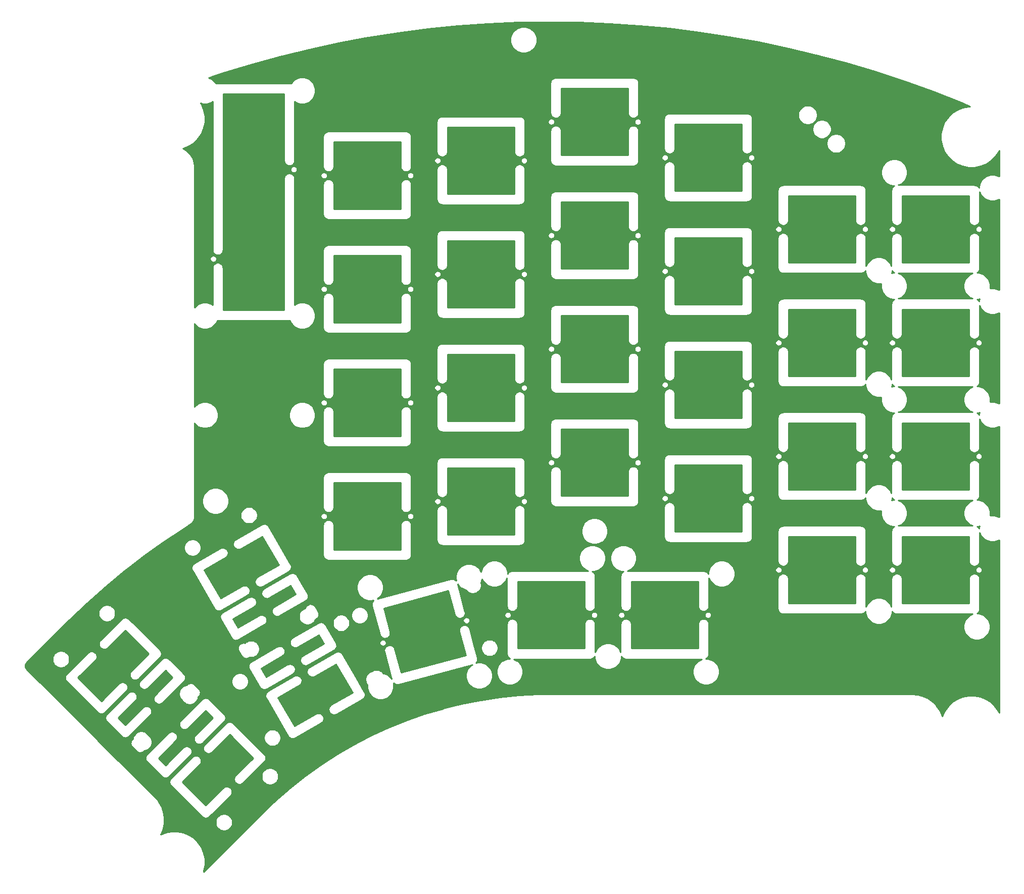
<source format=gbl>
%TF.GenerationSoftware,KiCad,Pcbnew,5.1.12-84ad8e8a86~92~ubuntu20.04.1*%
%TF.CreationDate,2021-11-17T00:00:43+01:00*%
%TF.ProjectId,LergoTopPlate_FR4_LessRouting,4c657267-6f54-46f7-9050-6c6174655f46,v1.A*%
%TF.SameCoordinates,Original*%
%TF.FileFunction,Copper,L2,Bot*%
%TF.FilePolarity,Positive*%
%FSLAX46Y46*%
G04 Gerber Fmt 4.6, Leading zero omitted, Abs format (unit mm)*
G04 Created by KiCad (PCBNEW 5.1.12-84ad8e8a86~92~ubuntu20.04.1) date 2021-11-17 00:00:43*
%MOMM*%
%LPD*%
G01*
G04 APERTURE LIST*
%TA.AperFunction,NonConductor*%
%ADD10C,0.254000*%
%TD*%
%TA.AperFunction,NonConductor*%
%ADD11C,0.150000*%
%TD*%
G04 APERTURE END LIST*
D10*
X166420503Y-18711548D02*
X171480350Y-18912344D01*
X176532638Y-19254342D01*
X181573464Y-19737281D01*
X186598760Y-20360769D01*
X191604700Y-21124330D01*
X196587416Y-22027377D01*
X201542920Y-23069185D01*
X206467462Y-24248967D01*
X211357086Y-25565776D01*
X216208069Y-27018607D01*
X221016579Y-28606314D01*
X225778876Y-30327660D01*
X230491834Y-32181533D01*
X231961377Y-32801844D01*
X231715416Y-32801844D01*
X230724890Y-32998872D01*
X229791836Y-33385356D01*
X228952109Y-33946443D01*
X228237980Y-34660572D01*
X227676893Y-35500299D01*
X227290409Y-36433353D01*
X227093381Y-37423879D01*
X227093381Y-38433809D01*
X227290409Y-39424335D01*
X227676893Y-40357389D01*
X228237980Y-41197116D01*
X228952109Y-41911245D01*
X229791836Y-42472332D01*
X230724890Y-42858816D01*
X231715416Y-43055844D01*
X232725346Y-43055844D01*
X233715872Y-42858816D01*
X234648926Y-42472332D01*
X235488653Y-41911245D01*
X236202782Y-41197116D01*
X236763869Y-40357389D01*
X236843381Y-40165430D01*
X236843381Y-44545138D01*
X236779880Y-44502708D01*
X236374592Y-44334832D01*
X235944340Y-44249250D01*
X235505660Y-44249250D01*
X235075408Y-44334832D01*
X234670120Y-44502708D01*
X234305370Y-44746426D01*
X233995176Y-45056620D01*
X233751458Y-45421370D01*
X233583582Y-45826658D01*
X233498000Y-46256910D01*
X233498000Y-46484431D01*
X233468137Y-46429201D01*
X233463872Y-46422879D01*
X233455640Y-46403004D01*
X233387023Y-46300311D01*
X233299689Y-46212977D01*
X233196996Y-46144360D01*
X233177988Y-46136486D01*
X233170359Y-46131263D01*
X233165422Y-46128593D01*
X233079261Y-46082781D01*
X233045555Y-46068889D01*
X233012090Y-46054545D01*
X233006727Y-46052885D01*
X232913309Y-46024680D01*
X232877575Y-46017604D01*
X232841926Y-46010027D01*
X232836344Y-46009440D01*
X232739227Y-45999918D01*
X232739220Y-45999918D01*
X232719747Y-45998000D01*
X219970307Y-45998000D01*
X220331130Y-45848542D01*
X220695880Y-45604824D01*
X221006074Y-45294630D01*
X221249792Y-44929880D01*
X221417668Y-44524592D01*
X221503250Y-44094340D01*
X221503250Y-43655660D01*
X221417668Y-43225408D01*
X221249792Y-42820120D01*
X221006074Y-42455370D01*
X220695880Y-42145176D01*
X220331130Y-41901458D01*
X219925842Y-41733582D01*
X219495590Y-41648000D01*
X219056910Y-41648000D01*
X218626658Y-41733582D01*
X218221370Y-41901458D01*
X217856620Y-42145176D01*
X217546426Y-42455370D01*
X217302708Y-42820120D01*
X217134832Y-43225408D01*
X217049250Y-43655660D01*
X217049250Y-44094340D01*
X217134832Y-44524592D01*
X217302708Y-44929880D01*
X217546426Y-45294630D01*
X217856620Y-45604824D01*
X218221370Y-45848542D01*
X218626658Y-46016418D01*
X219056910Y-46102000D01*
X219284431Y-46102000D01*
X219229201Y-46131863D01*
X219222879Y-46136128D01*
X219203004Y-46144360D01*
X219100311Y-46212977D01*
X219012977Y-46300311D01*
X218944360Y-46403004D01*
X218936486Y-46422012D01*
X218931263Y-46429641D01*
X218928593Y-46434578D01*
X218882781Y-46520739D01*
X218868889Y-46554445D01*
X218854545Y-46587910D01*
X218852885Y-46593273D01*
X218824680Y-46686691D01*
X218817604Y-46722425D01*
X218810027Y-46758074D01*
X218809440Y-46763656D01*
X218799918Y-46860773D01*
X218799918Y-46860781D01*
X218798000Y-46880254D01*
X218798001Y-51919747D01*
X218799967Y-51939708D01*
X218799967Y-51946207D01*
X218800554Y-51951790D01*
X218811431Y-52048764D01*
X218819004Y-52084390D01*
X218826083Y-52120146D01*
X218827743Y-52125508D01*
X218857249Y-52218524D01*
X218871617Y-52252047D01*
X218885487Y-52285698D01*
X218888156Y-52290635D01*
X218935167Y-52376148D01*
X218955777Y-52406249D01*
X218975916Y-52436561D01*
X218979494Y-52440886D01*
X219042219Y-52515638D01*
X219068254Y-52541133D01*
X219093923Y-52566982D01*
X219098273Y-52570529D01*
X219174323Y-52631675D01*
X219204787Y-52651610D01*
X219235017Y-52672001D01*
X219239973Y-52674636D01*
X219326453Y-52719846D01*
X219360222Y-52733489D01*
X219393820Y-52747613D01*
X219399194Y-52749236D01*
X219492806Y-52776788D01*
X219528605Y-52783617D01*
X219564289Y-52790942D01*
X219569876Y-52791490D01*
X219667058Y-52800334D01*
X219703524Y-52800079D01*
X219739924Y-52800334D01*
X219745511Y-52799786D01*
X219745515Y-52799786D01*
X219842559Y-52789586D01*
X219878245Y-52782261D01*
X219914040Y-52775433D01*
X219919413Y-52773810D01*
X220012632Y-52744954D01*
X220046216Y-52730836D01*
X220080005Y-52717185D01*
X220084961Y-52714550D01*
X220170798Y-52668137D01*
X220200977Y-52647781D01*
X220231491Y-52627813D01*
X220235841Y-52624265D01*
X220311030Y-52562063D01*
X220336715Y-52536198D01*
X220362733Y-52510720D01*
X220366311Y-52506395D01*
X220427987Y-52430774D01*
X220448174Y-52400390D01*
X220468737Y-52370359D01*
X220471407Y-52365422D01*
X220517219Y-52279261D01*
X220531111Y-52245555D01*
X220545455Y-52212090D01*
X220547115Y-52206727D01*
X220575320Y-52113309D01*
X220582396Y-52077575D01*
X220589973Y-52041926D01*
X220590560Y-52036344D01*
X220600082Y-51939226D01*
X220600082Y-51939220D01*
X220602000Y-51919747D01*
X220602000Y-47802000D01*
X231798001Y-47802000D01*
X231798000Y-51919746D01*
X231799967Y-51939717D01*
X231799967Y-51946207D01*
X231800554Y-51951790D01*
X231811431Y-52048764D01*
X231819004Y-52084390D01*
X231826083Y-52120146D01*
X231827743Y-52125508D01*
X231857249Y-52218524D01*
X231871617Y-52252047D01*
X231885487Y-52285698D01*
X231888156Y-52290635D01*
X231935167Y-52376148D01*
X231955777Y-52406249D01*
X231975916Y-52436561D01*
X231979494Y-52440886D01*
X232042219Y-52515638D01*
X232068254Y-52541133D01*
X232093923Y-52566982D01*
X232098273Y-52570529D01*
X232174323Y-52631675D01*
X232204787Y-52651610D01*
X232235017Y-52672001D01*
X232239973Y-52674636D01*
X232326453Y-52719846D01*
X232360222Y-52733489D01*
X232393820Y-52747613D01*
X232399194Y-52749236D01*
X232492806Y-52776788D01*
X232528605Y-52783617D01*
X232564289Y-52790942D01*
X232569876Y-52791490D01*
X232667058Y-52800334D01*
X232703524Y-52800079D01*
X232739924Y-52800334D01*
X232745511Y-52799786D01*
X232745515Y-52799786D01*
X232842559Y-52789586D01*
X232878245Y-52782261D01*
X232914040Y-52775433D01*
X232919413Y-52773810D01*
X233012632Y-52744954D01*
X233046216Y-52730836D01*
X233080005Y-52717185D01*
X233084961Y-52714550D01*
X233170798Y-52668137D01*
X233200977Y-52647781D01*
X233231491Y-52627813D01*
X233235841Y-52624265D01*
X233311030Y-52562063D01*
X233336715Y-52536198D01*
X233362733Y-52510720D01*
X233366311Y-52506395D01*
X233427987Y-52430774D01*
X233448174Y-52400390D01*
X233468737Y-52370359D01*
X233471407Y-52365422D01*
X233517219Y-52279261D01*
X233531111Y-52245555D01*
X233545455Y-52212090D01*
X233547115Y-52206727D01*
X233575320Y-52113309D01*
X233582396Y-52077575D01*
X233589973Y-52041926D01*
X233590560Y-52036344D01*
X233600082Y-51939226D01*
X233600082Y-51939220D01*
X233602000Y-51919747D01*
X233602000Y-47170307D01*
X233751458Y-47531130D01*
X233995176Y-47895880D01*
X234305370Y-48206074D01*
X234670120Y-48449792D01*
X235075408Y-48617668D01*
X235505660Y-48703250D01*
X235944340Y-48703250D01*
X236374592Y-48617668D01*
X236779880Y-48449792D01*
X236843381Y-48407362D01*
X236843381Y-63595138D01*
X236779880Y-63552708D01*
X236374592Y-63384832D01*
X235944340Y-63299250D01*
X235505660Y-63299250D01*
X235312286Y-63337714D01*
X235350750Y-63144340D01*
X235350750Y-62705660D01*
X235265168Y-62275408D01*
X235097292Y-61870120D01*
X234853574Y-61505370D01*
X234543380Y-61195176D01*
X234178630Y-60951458D01*
X233773342Y-60783582D01*
X233343090Y-60698000D01*
X233115569Y-60698000D01*
X233170798Y-60668137D01*
X233177119Y-60663873D01*
X233196996Y-60655640D01*
X233299689Y-60587023D01*
X233387023Y-60499689D01*
X233455640Y-60396996D01*
X233463514Y-60377988D01*
X233468737Y-60370359D01*
X233471407Y-60365422D01*
X233517219Y-60279261D01*
X233531111Y-60245555D01*
X233545455Y-60212090D01*
X233547115Y-60206727D01*
X233575320Y-60113309D01*
X233582396Y-60077575D01*
X233589973Y-60041926D01*
X233590560Y-60036344D01*
X233600082Y-59939226D01*
X233600082Y-59939220D01*
X233602000Y-59919747D01*
X233602000Y-54880253D01*
X233600033Y-54860282D01*
X233600033Y-54853793D01*
X233599446Y-54848210D01*
X233588569Y-54751235D01*
X233580994Y-54715595D01*
X233573917Y-54679854D01*
X233572257Y-54674492D01*
X233542751Y-54581477D01*
X233528387Y-54547962D01*
X233514513Y-54514302D01*
X233511843Y-54509364D01*
X233464833Y-54423852D01*
X233444249Y-54393789D01*
X233424084Y-54363439D01*
X233420505Y-54359114D01*
X233357781Y-54284362D01*
X233331746Y-54258867D01*
X233306077Y-54233018D01*
X233301727Y-54229471D01*
X233225677Y-54168325D01*
X233195206Y-54148385D01*
X233164983Y-54127999D01*
X233160027Y-54125364D01*
X233073548Y-54080154D01*
X233039784Y-54066513D01*
X233006179Y-54052386D01*
X233000806Y-54050764D01*
X232907194Y-54023212D01*
X232871408Y-54016386D01*
X232835711Y-54009058D01*
X232830125Y-54008510D01*
X232732942Y-53999666D01*
X232696476Y-53999921D01*
X232660076Y-53999666D01*
X232654490Y-54000214D01*
X232654486Y-54000214D01*
X232557441Y-54010414D01*
X232521755Y-54017739D01*
X232485960Y-54024567D01*
X232480587Y-54026190D01*
X232387368Y-54055046D01*
X232353784Y-54069164D01*
X232319995Y-54082815D01*
X232315039Y-54085450D01*
X232229201Y-54131863D01*
X232198989Y-54152241D01*
X232168509Y-54172187D01*
X232164159Y-54175735D01*
X232088970Y-54237937D01*
X232063285Y-54263802D01*
X232037267Y-54289280D01*
X232033689Y-54293605D01*
X231972013Y-54369226D01*
X231951826Y-54399610D01*
X231931263Y-54429641D01*
X231928593Y-54434578D01*
X231882781Y-54520739D01*
X231868889Y-54554445D01*
X231854545Y-54587910D01*
X231852885Y-54593273D01*
X231824680Y-54686691D01*
X231817604Y-54722425D01*
X231810027Y-54758074D01*
X231809440Y-54763656D01*
X231799918Y-54860773D01*
X231799918Y-54860790D01*
X231798001Y-54880253D01*
X231798000Y-58998000D01*
X220602000Y-58998000D01*
X220602000Y-54880253D01*
X220600033Y-54860282D01*
X220600033Y-54853793D01*
X220599446Y-54848210D01*
X220588569Y-54751235D01*
X220580994Y-54715595D01*
X220573917Y-54679854D01*
X220572257Y-54674492D01*
X220542751Y-54581477D01*
X220528387Y-54547962D01*
X220514513Y-54514302D01*
X220511843Y-54509364D01*
X220464833Y-54423852D01*
X220444249Y-54393789D01*
X220424084Y-54363439D01*
X220420505Y-54359114D01*
X220357781Y-54284362D01*
X220331746Y-54258867D01*
X220306077Y-54233018D01*
X220301727Y-54229471D01*
X220225677Y-54168325D01*
X220195206Y-54148385D01*
X220164983Y-54127999D01*
X220160027Y-54125364D01*
X220073548Y-54080154D01*
X220039784Y-54066513D01*
X220006179Y-54052386D01*
X220000806Y-54050764D01*
X219907194Y-54023212D01*
X219871408Y-54016386D01*
X219835711Y-54009058D01*
X219830125Y-54008510D01*
X219732942Y-53999666D01*
X219696476Y-53999921D01*
X219660076Y-53999666D01*
X219654490Y-54000214D01*
X219654486Y-54000214D01*
X219557441Y-54010414D01*
X219521755Y-54017739D01*
X219485960Y-54024567D01*
X219480587Y-54026190D01*
X219387368Y-54055046D01*
X219353784Y-54069164D01*
X219319995Y-54082815D01*
X219315039Y-54085450D01*
X219229201Y-54131863D01*
X219198989Y-54152241D01*
X219168509Y-54172187D01*
X219164159Y-54175735D01*
X219088970Y-54237937D01*
X219063285Y-54263802D01*
X219037267Y-54289280D01*
X219033689Y-54293605D01*
X218972013Y-54369226D01*
X218951826Y-54399610D01*
X218931263Y-54429641D01*
X218928593Y-54434578D01*
X218882781Y-54520739D01*
X218868889Y-54554445D01*
X218854545Y-54587910D01*
X218852885Y-54593273D01*
X218824680Y-54686691D01*
X218817604Y-54722425D01*
X218810027Y-54758074D01*
X218809440Y-54763656D01*
X218799918Y-54860773D01*
X218799918Y-54860781D01*
X218798000Y-54880254D01*
X218798001Y-59629695D01*
X218648542Y-59268870D01*
X218404824Y-58904120D01*
X218094630Y-58593926D01*
X217729880Y-58350208D01*
X217324592Y-58182332D01*
X216894340Y-58096750D01*
X216455660Y-58096750D01*
X216025408Y-58182332D01*
X215620120Y-58350208D01*
X215255370Y-58593926D01*
X214945176Y-58904120D01*
X214701458Y-59268870D01*
X214552000Y-59629693D01*
X214552000Y-54880253D01*
X214550033Y-54860282D01*
X214550033Y-54853793D01*
X214549446Y-54848210D01*
X214538569Y-54751235D01*
X214530994Y-54715595D01*
X214523917Y-54679854D01*
X214522257Y-54674492D01*
X214492751Y-54581477D01*
X214478387Y-54547962D01*
X214464513Y-54514302D01*
X214461843Y-54509364D01*
X214414833Y-54423852D01*
X214394249Y-54393789D01*
X214374084Y-54363439D01*
X214370505Y-54359114D01*
X214307781Y-54284362D01*
X214281746Y-54258867D01*
X214256077Y-54233018D01*
X214251727Y-54229471D01*
X214175677Y-54168325D01*
X214145206Y-54148385D01*
X214114983Y-54127999D01*
X214110027Y-54125364D01*
X214023548Y-54080154D01*
X213989784Y-54066513D01*
X213956179Y-54052386D01*
X213950806Y-54050764D01*
X213857194Y-54023212D01*
X213821408Y-54016386D01*
X213785711Y-54009058D01*
X213780125Y-54008510D01*
X213682942Y-53999666D01*
X213646476Y-53999921D01*
X213610076Y-53999666D01*
X213604490Y-54000214D01*
X213604486Y-54000214D01*
X213507441Y-54010414D01*
X213471755Y-54017739D01*
X213435960Y-54024567D01*
X213430587Y-54026190D01*
X213337368Y-54055046D01*
X213303784Y-54069164D01*
X213269995Y-54082815D01*
X213265039Y-54085450D01*
X213179201Y-54131863D01*
X213148989Y-54152241D01*
X213118509Y-54172187D01*
X213114159Y-54175735D01*
X213038970Y-54237937D01*
X213013285Y-54263802D01*
X212987267Y-54289280D01*
X212983689Y-54293605D01*
X212922013Y-54369226D01*
X212901826Y-54399610D01*
X212881263Y-54429641D01*
X212878593Y-54434578D01*
X212832781Y-54520739D01*
X212818889Y-54554445D01*
X212804545Y-54587910D01*
X212802885Y-54593273D01*
X212774680Y-54686691D01*
X212767604Y-54722425D01*
X212760027Y-54758074D01*
X212759440Y-54763656D01*
X212749918Y-54860773D01*
X212749918Y-54860790D01*
X212748001Y-54880253D01*
X212748000Y-58998000D01*
X201552000Y-58998000D01*
X201552000Y-54880253D01*
X201550033Y-54860282D01*
X201550033Y-54853793D01*
X201549446Y-54848210D01*
X201538569Y-54751235D01*
X201530994Y-54715595D01*
X201523917Y-54679854D01*
X201522257Y-54674492D01*
X201492751Y-54581477D01*
X201478387Y-54547962D01*
X201464513Y-54514302D01*
X201461843Y-54509364D01*
X201414833Y-54423852D01*
X201394249Y-54393789D01*
X201374084Y-54363439D01*
X201370505Y-54359114D01*
X201307781Y-54284362D01*
X201281746Y-54258867D01*
X201256077Y-54233018D01*
X201251727Y-54229471D01*
X201175677Y-54168325D01*
X201145206Y-54148385D01*
X201114983Y-54127999D01*
X201110027Y-54125364D01*
X201023548Y-54080154D01*
X200989784Y-54066513D01*
X200956179Y-54052386D01*
X200950806Y-54050764D01*
X200857194Y-54023212D01*
X200821408Y-54016386D01*
X200785711Y-54009058D01*
X200780125Y-54008510D01*
X200682942Y-53999666D01*
X200646476Y-53999921D01*
X200610076Y-53999666D01*
X200604490Y-54000214D01*
X200604486Y-54000214D01*
X200507441Y-54010414D01*
X200471755Y-54017739D01*
X200435960Y-54024567D01*
X200430587Y-54026190D01*
X200337368Y-54055046D01*
X200303784Y-54069164D01*
X200269995Y-54082815D01*
X200265039Y-54085450D01*
X200179201Y-54131863D01*
X200148989Y-54152241D01*
X200118509Y-54172187D01*
X200114159Y-54175735D01*
X200038970Y-54237937D01*
X200013285Y-54263802D01*
X199987267Y-54289280D01*
X199983689Y-54293605D01*
X199922013Y-54369226D01*
X199901826Y-54399610D01*
X199881263Y-54429641D01*
X199878593Y-54434578D01*
X199832781Y-54520739D01*
X199818889Y-54554445D01*
X199804545Y-54587910D01*
X199802885Y-54593273D01*
X199774680Y-54686691D01*
X199767604Y-54722425D01*
X199760027Y-54758074D01*
X199759440Y-54763656D01*
X199749918Y-54860773D01*
X199749918Y-54860781D01*
X199748000Y-54880254D01*
X199748001Y-59919747D01*
X199749687Y-59936869D01*
X199749666Y-59939924D01*
X199750214Y-59945511D01*
X199760414Y-60042559D01*
X199767739Y-60078245D01*
X199774567Y-60114040D01*
X199776190Y-60119413D01*
X199805046Y-60212632D01*
X199819164Y-60246216D01*
X199832815Y-60280005D01*
X199835450Y-60284961D01*
X199881863Y-60370798D01*
X199886127Y-60377119D01*
X199894360Y-60396996D01*
X199962977Y-60499689D01*
X200050311Y-60587023D01*
X200153004Y-60655640D01*
X200172012Y-60663514D01*
X200179641Y-60668737D01*
X200184578Y-60671407D01*
X200270739Y-60717219D01*
X200304445Y-60731111D01*
X200337910Y-60745455D01*
X200343273Y-60747115D01*
X200436691Y-60775320D01*
X200472425Y-60782396D01*
X200508074Y-60789973D01*
X200513656Y-60790560D01*
X200610774Y-60800082D01*
X200610780Y-60800082D01*
X200630253Y-60802000D01*
X213669747Y-60802000D01*
X213686878Y-60800313D01*
X213689924Y-60800334D01*
X213695511Y-60799786D01*
X213792559Y-60789586D01*
X213828245Y-60782261D01*
X213864040Y-60775433D01*
X213869413Y-60773810D01*
X213962632Y-60744954D01*
X213996216Y-60730836D01*
X214030005Y-60717185D01*
X214034961Y-60714550D01*
X214120798Y-60668137D01*
X214127119Y-60663873D01*
X214146996Y-60655640D01*
X214249689Y-60587023D01*
X214337023Y-60499689D01*
X214405640Y-60396996D01*
X214413514Y-60377988D01*
X214418737Y-60370359D01*
X214421407Y-60365422D01*
X214448000Y-60315407D01*
X214448000Y-60543090D01*
X214533582Y-60973342D01*
X214701458Y-61378630D01*
X214945176Y-61743380D01*
X215255370Y-62053574D01*
X215620120Y-62297292D01*
X216025408Y-62465168D01*
X216455660Y-62550750D01*
X216894340Y-62550750D01*
X217087714Y-62512286D01*
X217049250Y-62705660D01*
X217049250Y-63144340D01*
X217134832Y-63574592D01*
X217302708Y-63979880D01*
X217546426Y-64344630D01*
X217856620Y-64654824D01*
X218221370Y-64898542D01*
X218626658Y-65066418D01*
X219056910Y-65152000D01*
X219284431Y-65152000D01*
X219229201Y-65181863D01*
X219222879Y-65186128D01*
X219203004Y-65194360D01*
X219100311Y-65262977D01*
X219012977Y-65350311D01*
X218944360Y-65453004D01*
X218936486Y-65472012D01*
X218931263Y-65479641D01*
X218928593Y-65484578D01*
X218882781Y-65570739D01*
X218868889Y-65604445D01*
X218854545Y-65637910D01*
X218852885Y-65643273D01*
X218824680Y-65736691D01*
X218817604Y-65772425D01*
X218810027Y-65808074D01*
X218809440Y-65813656D01*
X218799918Y-65910773D01*
X218799918Y-65910781D01*
X218798000Y-65930254D01*
X218798001Y-70969747D01*
X218799967Y-70989708D01*
X218799967Y-70996207D01*
X218800554Y-71001790D01*
X218811431Y-71098764D01*
X218819004Y-71134390D01*
X218826083Y-71170146D01*
X218827743Y-71175508D01*
X218857249Y-71268524D01*
X218871617Y-71302047D01*
X218885487Y-71335698D01*
X218888156Y-71340635D01*
X218935167Y-71426148D01*
X218955777Y-71456249D01*
X218975916Y-71486561D01*
X218979494Y-71490886D01*
X219042219Y-71565638D01*
X219068254Y-71591133D01*
X219093923Y-71616982D01*
X219098273Y-71620529D01*
X219174323Y-71681675D01*
X219204787Y-71701610D01*
X219235017Y-71722001D01*
X219239973Y-71724636D01*
X219326453Y-71769846D01*
X219360222Y-71783489D01*
X219393820Y-71797613D01*
X219399194Y-71799236D01*
X219492806Y-71826788D01*
X219528605Y-71833617D01*
X219564289Y-71840942D01*
X219569876Y-71841490D01*
X219667058Y-71850334D01*
X219703524Y-71850079D01*
X219739924Y-71850334D01*
X219745511Y-71849786D01*
X219745515Y-71849786D01*
X219842559Y-71839586D01*
X219878245Y-71832261D01*
X219914040Y-71825433D01*
X219919413Y-71823810D01*
X220012632Y-71794954D01*
X220046216Y-71780836D01*
X220080005Y-71767185D01*
X220084961Y-71764550D01*
X220170798Y-71718137D01*
X220200977Y-71697781D01*
X220231491Y-71677813D01*
X220235841Y-71674265D01*
X220311030Y-71612063D01*
X220336715Y-71586198D01*
X220362733Y-71560720D01*
X220366311Y-71556395D01*
X220427987Y-71480774D01*
X220448174Y-71450390D01*
X220468737Y-71420359D01*
X220471407Y-71415422D01*
X220517219Y-71329261D01*
X220531111Y-71295555D01*
X220545455Y-71262090D01*
X220547115Y-71256727D01*
X220575320Y-71163309D01*
X220582396Y-71127575D01*
X220589973Y-71091926D01*
X220590560Y-71086344D01*
X220600082Y-70989226D01*
X220600082Y-70989220D01*
X220602000Y-70969747D01*
X220602000Y-66852000D01*
X231798001Y-66852000D01*
X231798000Y-70969746D01*
X231799967Y-70989717D01*
X231799967Y-70996207D01*
X231800554Y-71001790D01*
X231811431Y-71098764D01*
X231819004Y-71134390D01*
X231826083Y-71170146D01*
X231827743Y-71175508D01*
X231857249Y-71268524D01*
X231871617Y-71302047D01*
X231885487Y-71335698D01*
X231888156Y-71340635D01*
X231935167Y-71426148D01*
X231955777Y-71456249D01*
X231975916Y-71486561D01*
X231979494Y-71490886D01*
X232042219Y-71565638D01*
X232068254Y-71591133D01*
X232093923Y-71616982D01*
X232098273Y-71620529D01*
X232174323Y-71681675D01*
X232204787Y-71701610D01*
X232235017Y-71722001D01*
X232239973Y-71724636D01*
X232326453Y-71769846D01*
X232360222Y-71783489D01*
X232393820Y-71797613D01*
X232399194Y-71799236D01*
X232492806Y-71826788D01*
X232528605Y-71833617D01*
X232564289Y-71840942D01*
X232569876Y-71841490D01*
X232667058Y-71850334D01*
X232703524Y-71850079D01*
X232739924Y-71850334D01*
X232745511Y-71849786D01*
X232745515Y-71849786D01*
X232842559Y-71839586D01*
X232878245Y-71832261D01*
X232914040Y-71825433D01*
X232919413Y-71823810D01*
X233012632Y-71794954D01*
X233046216Y-71780836D01*
X233080005Y-71767185D01*
X233084961Y-71764550D01*
X233170798Y-71718137D01*
X233200977Y-71697781D01*
X233231491Y-71677813D01*
X233235841Y-71674265D01*
X233311030Y-71612063D01*
X233336715Y-71586198D01*
X233362733Y-71560720D01*
X233366311Y-71556395D01*
X233427987Y-71480774D01*
X233448174Y-71450390D01*
X233468737Y-71420359D01*
X233471407Y-71415422D01*
X233517219Y-71329261D01*
X233531111Y-71295555D01*
X233545455Y-71262090D01*
X233547115Y-71256727D01*
X233575320Y-71163309D01*
X233582396Y-71127575D01*
X233589973Y-71091926D01*
X233590560Y-71086344D01*
X233600082Y-70989226D01*
X233600082Y-70989220D01*
X233602000Y-70969747D01*
X233602000Y-66220307D01*
X233751458Y-66581130D01*
X233995176Y-66945880D01*
X234305370Y-67256074D01*
X234670120Y-67499792D01*
X235075408Y-67667668D01*
X235505660Y-67753250D01*
X235944340Y-67753250D01*
X236374592Y-67667668D01*
X236779880Y-67499792D01*
X236843381Y-67457362D01*
X236843381Y-82645138D01*
X236779880Y-82602708D01*
X236374592Y-82434832D01*
X235944340Y-82349250D01*
X235505660Y-82349250D01*
X235312286Y-82387714D01*
X235350750Y-82194340D01*
X235350750Y-81755660D01*
X235265168Y-81325408D01*
X235097292Y-80920120D01*
X234853574Y-80555370D01*
X234543380Y-80245176D01*
X234178630Y-80001458D01*
X233773342Y-79833582D01*
X233343090Y-79748000D01*
X233115569Y-79748000D01*
X233170798Y-79718137D01*
X233177119Y-79713873D01*
X233196996Y-79705640D01*
X233299689Y-79637023D01*
X233387023Y-79549689D01*
X233455640Y-79446996D01*
X233463514Y-79427988D01*
X233468737Y-79420359D01*
X233471407Y-79415422D01*
X233517219Y-79329261D01*
X233531111Y-79295555D01*
X233545455Y-79262090D01*
X233547115Y-79256727D01*
X233575320Y-79163309D01*
X233582396Y-79127575D01*
X233589973Y-79091926D01*
X233590560Y-79086344D01*
X233600082Y-78989226D01*
X233600082Y-78989220D01*
X233602000Y-78969747D01*
X233602000Y-73930253D01*
X233600033Y-73910282D01*
X233600033Y-73903793D01*
X233599446Y-73898210D01*
X233588569Y-73801235D01*
X233580994Y-73765595D01*
X233573917Y-73729854D01*
X233572257Y-73724492D01*
X233542751Y-73631477D01*
X233528387Y-73597962D01*
X233514513Y-73564302D01*
X233511843Y-73559364D01*
X233464833Y-73473852D01*
X233444249Y-73443789D01*
X233424084Y-73413439D01*
X233420505Y-73409114D01*
X233357781Y-73334362D01*
X233331746Y-73308867D01*
X233306077Y-73283018D01*
X233301727Y-73279471D01*
X233225677Y-73218325D01*
X233195206Y-73198385D01*
X233164983Y-73177999D01*
X233160027Y-73175364D01*
X233073548Y-73130154D01*
X233039784Y-73116513D01*
X233006179Y-73102386D01*
X233000806Y-73100764D01*
X232907194Y-73073212D01*
X232871408Y-73066386D01*
X232835711Y-73059058D01*
X232830125Y-73058510D01*
X232732942Y-73049666D01*
X232696476Y-73049921D01*
X232660076Y-73049666D01*
X232654490Y-73050214D01*
X232654486Y-73050214D01*
X232557441Y-73060414D01*
X232521755Y-73067739D01*
X232485960Y-73074567D01*
X232480587Y-73076190D01*
X232387368Y-73105046D01*
X232353784Y-73119164D01*
X232319995Y-73132815D01*
X232315039Y-73135450D01*
X232229201Y-73181863D01*
X232198989Y-73202241D01*
X232168509Y-73222187D01*
X232164159Y-73225735D01*
X232088970Y-73287937D01*
X232063285Y-73313802D01*
X232037267Y-73339280D01*
X232033689Y-73343605D01*
X231972013Y-73419226D01*
X231951826Y-73449610D01*
X231931263Y-73479641D01*
X231928593Y-73484578D01*
X231882781Y-73570739D01*
X231868889Y-73604445D01*
X231854545Y-73637910D01*
X231852885Y-73643273D01*
X231824680Y-73736691D01*
X231817604Y-73772425D01*
X231810027Y-73808074D01*
X231809440Y-73813656D01*
X231799918Y-73910773D01*
X231799918Y-73910790D01*
X231798001Y-73930253D01*
X231798000Y-78048000D01*
X220602000Y-78048000D01*
X220602000Y-73930253D01*
X220600033Y-73910282D01*
X220600033Y-73903793D01*
X220599446Y-73898210D01*
X220588569Y-73801235D01*
X220580994Y-73765595D01*
X220573917Y-73729854D01*
X220572257Y-73724492D01*
X220542751Y-73631477D01*
X220528387Y-73597962D01*
X220514513Y-73564302D01*
X220511843Y-73559364D01*
X220464833Y-73473852D01*
X220444249Y-73443789D01*
X220424084Y-73413439D01*
X220420505Y-73409114D01*
X220357781Y-73334362D01*
X220331746Y-73308867D01*
X220306077Y-73283018D01*
X220301727Y-73279471D01*
X220225677Y-73218325D01*
X220195206Y-73198385D01*
X220164983Y-73177999D01*
X220160027Y-73175364D01*
X220073548Y-73130154D01*
X220039784Y-73116513D01*
X220006179Y-73102386D01*
X220000806Y-73100764D01*
X219907194Y-73073212D01*
X219871408Y-73066386D01*
X219835711Y-73059058D01*
X219830125Y-73058510D01*
X219732942Y-73049666D01*
X219696476Y-73049921D01*
X219660076Y-73049666D01*
X219654490Y-73050214D01*
X219654486Y-73050214D01*
X219557441Y-73060414D01*
X219521755Y-73067739D01*
X219485960Y-73074567D01*
X219480587Y-73076190D01*
X219387368Y-73105046D01*
X219353784Y-73119164D01*
X219319995Y-73132815D01*
X219315039Y-73135450D01*
X219229201Y-73181863D01*
X219198989Y-73202241D01*
X219168509Y-73222187D01*
X219164159Y-73225735D01*
X219088970Y-73287937D01*
X219063285Y-73313802D01*
X219037267Y-73339280D01*
X219033689Y-73343605D01*
X218972013Y-73419226D01*
X218951826Y-73449610D01*
X218931263Y-73479641D01*
X218928593Y-73484578D01*
X218882781Y-73570739D01*
X218868889Y-73604445D01*
X218854545Y-73637910D01*
X218852885Y-73643273D01*
X218824680Y-73736691D01*
X218817604Y-73772425D01*
X218810027Y-73808074D01*
X218809440Y-73813656D01*
X218799918Y-73910773D01*
X218799918Y-73910781D01*
X218798000Y-73930254D01*
X218798001Y-78679695D01*
X218648542Y-78318870D01*
X218404824Y-77954120D01*
X218094630Y-77643926D01*
X217729880Y-77400208D01*
X217324592Y-77232332D01*
X216894340Y-77146750D01*
X216455660Y-77146750D01*
X216025408Y-77232332D01*
X215620120Y-77400208D01*
X215255370Y-77643926D01*
X214945176Y-77954120D01*
X214701458Y-78318870D01*
X214552000Y-78679693D01*
X214552000Y-73930253D01*
X214550033Y-73910282D01*
X214550033Y-73903793D01*
X214549446Y-73898210D01*
X214538569Y-73801235D01*
X214530994Y-73765595D01*
X214523917Y-73729854D01*
X214522257Y-73724492D01*
X214492751Y-73631477D01*
X214478387Y-73597962D01*
X214464513Y-73564302D01*
X214461843Y-73559364D01*
X214414833Y-73473852D01*
X214394249Y-73443789D01*
X214374084Y-73413439D01*
X214370505Y-73409114D01*
X214307781Y-73334362D01*
X214281746Y-73308867D01*
X214256077Y-73283018D01*
X214251727Y-73279471D01*
X214175677Y-73218325D01*
X214145206Y-73198385D01*
X214114983Y-73177999D01*
X214110027Y-73175364D01*
X214023548Y-73130154D01*
X213989784Y-73116513D01*
X213956179Y-73102386D01*
X213950806Y-73100764D01*
X213857194Y-73073212D01*
X213821408Y-73066386D01*
X213785711Y-73059058D01*
X213780125Y-73058510D01*
X213682942Y-73049666D01*
X213646476Y-73049921D01*
X213610076Y-73049666D01*
X213604490Y-73050214D01*
X213604486Y-73050214D01*
X213507441Y-73060414D01*
X213471755Y-73067739D01*
X213435960Y-73074567D01*
X213430587Y-73076190D01*
X213337368Y-73105046D01*
X213303784Y-73119164D01*
X213269995Y-73132815D01*
X213265039Y-73135450D01*
X213179201Y-73181863D01*
X213148989Y-73202241D01*
X213118509Y-73222187D01*
X213114159Y-73225735D01*
X213038970Y-73287937D01*
X213013285Y-73313802D01*
X212987267Y-73339280D01*
X212983689Y-73343605D01*
X212922013Y-73419226D01*
X212901826Y-73449610D01*
X212881263Y-73479641D01*
X212878593Y-73484578D01*
X212832781Y-73570739D01*
X212818889Y-73604445D01*
X212804545Y-73637910D01*
X212802885Y-73643273D01*
X212774680Y-73736691D01*
X212767604Y-73772425D01*
X212760027Y-73808074D01*
X212759440Y-73813656D01*
X212749918Y-73910773D01*
X212749918Y-73910790D01*
X212748001Y-73930253D01*
X212748000Y-78048000D01*
X201552000Y-78048000D01*
X201552000Y-73930253D01*
X201550033Y-73910282D01*
X201550033Y-73903793D01*
X201549446Y-73898210D01*
X201538569Y-73801235D01*
X201530994Y-73765595D01*
X201523917Y-73729854D01*
X201522257Y-73724492D01*
X201492751Y-73631477D01*
X201478387Y-73597962D01*
X201464513Y-73564302D01*
X201461843Y-73559364D01*
X201414833Y-73473852D01*
X201394249Y-73443789D01*
X201374084Y-73413439D01*
X201370505Y-73409114D01*
X201307781Y-73334362D01*
X201281746Y-73308867D01*
X201256077Y-73283018D01*
X201251727Y-73279471D01*
X201175677Y-73218325D01*
X201145206Y-73198385D01*
X201114983Y-73177999D01*
X201110027Y-73175364D01*
X201023548Y-73130154D01*
X200989784Y-73116513D01*
X200956179Y-73102386D01*
X200950806Y-73100764D01*
X200857194Y-73073212D01*
X200821408Y-73066386D01*
X200785711Y-73059058D01*
X200780125Y-73058510D01*
X200682942Y-73049666D01*
X200646476Y-73049921D01*
X200610076Y-73049666D01*
X200604490Y-73050214D01*
X200604486Y-73050214D01*
X200507441Y-73060414D01*
X200471755Y-73067739D01*
X200435960Y-73074567D01*
X200430587Y-73076190D01*
X200337368Y-73105046D01*
X200303784Y-73119164D01*
X200269995Y-73132815D01*
X200265039Y-73135450D01*
X200179201Y-73181863D01*
X200148989Y-73202241D01*
X200118509Y-73222187D01*
X200114159Y-73225735D01*
X200038970Y-73287937D01*
X200013285Y-73313802D01*
X199987267Y-73339280D01*
X199983689Y-73343605D01*
X199922013Y-73419226D01*
X199901826Y-73449610D01*
X199881263Y-73479641D01*
X199878593Y-73484578D01*
X199832781Y-73570739D01*
X199818889Y-73604445D01*
X199804545Y-73637910D01*
X199802885Y-73643273D01*
X199774680Y-73736691D01*
X199767604Y-73772425D01*
X199760027Y-73808074D01*
X199759440Y-73813656D01*
X199749918Y-73910773D01*
X199749918Y-73910781D01*
X199748000Y-73930254D01*
X199748001Y-78969747D01*
X199749687Y-78986869D01*
X199749666Y-78989924D01*
X199750214Y-78995511D01*
X199760414Y-79092559D01*
X199767739Y-79128245D01*
X199774567Y-79164040D01*
X199776190Y-79169413D01*
X199805046Y-79262632D01*
X199819164Y-79296216D01*
X199832815Y-79330005D01*
X199835450Y-79334961D01*
X199881863Y-79420798D01*
X199886127Y-79427119D01*
X199894360Y-79446996D01*
X199962977Y-79549689D01*
X200050311Y-79637023D01*
X200153004Y-79705640D01*
X200172012Y-79713514D01*
X200179641Y-79718737D01*
X200184578Y-79721407D01*
X200270739Y-79767219D01*
X200304445Y-79781111D01*
X200337910Y-79795455D01*
X200343273Y-79797115D01*
X200436691Y-79825320D01*
X200472425Y-79832396D01*
X200508074Y-79839973D01*
X200513656Y-79840560D01*
X200610774Y-79850082D01*
X200610780Y-79850082D01*
X200630253Y-79852000D01*
X213669747Y-79852000D01*
X213686878Y-79850313D01*
X213689924Y-79850334D01*
X213695511Y-79849786D01*
X213792559Y-79839586D01*
X213828245Y-79832261D01*
X213864040Y-79825433D01*
X213869413Y-79823810D01*
X213962632Y-79794954D01*
X213996216Y-79780836D01*
X214030005Y-79767185D01*
X214034961Y-79764550D01*
X214120798Y-79718137D01*
X214127119Y-79713873D01*
X214146996Y-79705640D01*
X214249689Y-79637023D01*
X214337023Y-79549689D01*
X214405640Y-79446996D01*
X214413514Y-79427988D01*
X214418737Y-79420359D01*
X214421407Y-79415422D01*
X214448000Y-79365407D01*
X214448000Y-79593090D01*
X214533582Y-80023342D01*
X214701458Y-80428630D01*
X214945176Y-80793380D01*
X215255370Y-81103574D01*
X215620120Y-81347292D01*
X216025408Y-81515168D01*
X216455660Y-81600750D01*
X216894340Y-81600750D01*
X217087714Y-81562286D01*
X217049250Y-81755660D01*
X217049250Y-82194340D01*
X217134832Y-82624592D01*
X217302708Y-83029880D01*
X217546426Y-83394630D01*
X217856620Y-83704824D01*
X218221370Y-83948542D01*
X218626658Y-84116418D01*
X219056910Y-84202000D01*
X219284431Y-84202000D01*
X219229201Y-84231863D01*
X219222879Y-84236128D01*
X219203004Y-84244360D01*
X219100311Y-84312977D01*
X219012977Y-84400311D01*
X218944360Y-84503004D01*
X218936486Y-84522012D01*
X218931263Y-84529641D01*
X218928593Y-84534578D01*
X218882781Y-84620739D01*
X218868889Y-84654445D01*
X218854545Y-84687910D01*
X218852885Y-84693273D01*
X218824680Y-84786691D01*
X218817604Y-84822425D01*
X218810027Y-84858074D01*
X218809440Y-84863656D01*
X218799918Y-84960773D01*
X218799918Y-84960781D01*
X218798000Y-84980254D01*
X218798001Y-90019747D01*
X218799967Y-90039708D01*
X218799967Y-90046207D01*
X218800554Y-90051790D01*
X218811431Y-90148764D01*
X218819004Y-90184390D01*
X218826083Y-90220146D01*
X218827743Y-90225508D01*
X218857249Y-90318524D01*
X218871617Y-90352047D01*
X218885487Y-90385698D01*
X218888156Y-90390635D01*
X218935167Y-90476148D01*
X218955777Y-90506249D01*
X218975916Y-90536561D01*
X218979494Y-90540886D01*
X219042219Y-90615638D01*
X219068254Y-90641133D01*
X219093923Y-90666982D01*
X219098273Y-90670529D01*
X219174323Y-90731675D01*
X219204787Y-90751610D01*
X219235017Y-90772001D01*
X219239973Y-90774636D01*
X219326453Y-90819846D01*
X219360222Y-90833489D01*
X219393820Y-90847613D01*
X219399194Y-90849236D01*
X219492806Y-90876788D01*
X219528605Y-90883617D01*
X219564289Y-90890942D01*
X219569876Y-90891490D01*
X219667058Y-90900334D01*
X219703524Y-90900079D01*
X219739924Y-90900334D01*
X219745511Y-90899786D01*
X219745515Y-90899786D01*
X219842559Y-90889586D01*
X219878245Y-90882261D01*
X219914040Y-90875433D01*
X219919413Y-90873810D01*
X220012632Y-90844954D01*
X220046216Y-90830836D01*
X220080005Y-90817185D01*
X220084961Y-90814550D01*
X220170798Y-90768137D01*
X220200977Y-90747781D01*
X220231491Y-90727813D01*
X220235841Y-90724265D01*
X220311030Y-90662063D01*
X220336715Y-90636198D01*
X220362733Y-90610720D01*
X220366311Y-90606395D01*
X220427987Y-90530774D01*
X220448174Y-90500390D01*
X220468737Y-90470359D01*
X220471407Y-90465422D01*
X220517219Y-90379261D01*
X220531111Y-90345555D01*
X220545455Y-90312090D01*
X220547115Y-90306727D01*
X220575320Y-90213309D01*
X220582396Y-90177575D01*
X220589973Y-90141926D01*
X220590560Y-90136344D01*
X220600082Y-90039226D01*
X220600082Y-90039220D01*
X220602000Y-90019747D01*
X220602000Y-85902000D01*
X231798001Y-85902000D01*
X231798000Y-90019746D01*
X231799967Y-90039717D01*
X231799967Y-90046207D01*
X231800554Y-90051790D01*
X231811431Y-90148764D01*
X231819004Y-90184390D01*
X231826083Y-90220146D01*
X231827743Y-90225508D01*
X231857249Y-90318524D01*
X231871617Y-90352047D01*
X231885487Y-90385698D01*
X231888156Y-90390635D01*
X231935167Y-90476148D01*
X231955777Y-90506249D01*
X231975916Y-90536561D01*
X231979494Y-90540886D01*
X232042219Y-90615638D01*
X232068254Y-90641133D01*
X232093923Y-90666982D01*
X232098273Y-90670529D01*
X232174323Y-90731675D01*
X232204787Y-90751610D01*
X232235017Y-90772001D01*
X232239973Y-90774636D01*
X232326453Y-90819846D01*
X232360222Y-90833489D01*
X232393820Y-90847613D01*
X232399194Y-90849236D01*
X232492806Y-90876788D01*
X232528605Y-90883617D01*
X232564289Y-90890942D01*
X232569876Y-90891490D01*
X232667058Y-90900334D01*
X232703524Y-90900079D01*
X232739924Y-90900334D01*
X232745511Y-90899786D01*
X232745515Y-90899786D01*
X232842559Y-90889586D01*
X232878245Y-90882261D01*
X232914040Y-90875433D01*
X232919413Y-90873810D01*
X233012632Y-90844954D01*
X233046216Y-90830836D01*
X233080005Y-90817185D01*
X233084961Y-90814550D01*
X233170798Y-90768137D01*
X233200977Y-90747781D01*
X233231491Y-90727813D01*
X233235841Y-90724265D01*
X233311030Y-90662063D01*
X233336715Y-90636198D01*
X233362733Y-90610720D01*
X233366311Y-90606395D01*
X233427987Y-90530774D01*
X233448174Y-90500390D01*
X233468737Y-90470359D01*
X233471407Y-90465422D01*
X233517219Y-90379261D01*
X233531111Y-90345555D01*
X233545455Y-90312090D01*
X233547115Y-90306727D01*
X233575320Y-90213309D01*
X233582396Y-90177575D01*
X233589973Y-90141926D01*
X233590560Y-90136344D01*
X233600082Y-90039226D01*
X233600082Y-90039220D01*
X233602000Y-90019747D01*
X233602000Y-85270307D01*
X233751458Y-85631130D01*
X233995176Y-85995880D01*
X234305370Y-86306074D01*
X234670120Y-86549792D01*
X235075408Y-86717668D01*
X235505660Y-86803250D01*
X235944340Y-86803250D01*
X236374592Y-86717668D01*
X236779880Y-86549792D01*
X236843381Y-86507362D01*
X236843382Y-101695138D01*
X236779880Y-101652708D01*
X236374592Y-101484832D01*
X235944340Y-101399250D01*
X235505660Y-101399250D01*
X235312286Y-101437714D01*
X235350750Y-101244340D01*
X235350750Y-100805660D01*
X235265168Y-100375408D01*
X235097292Y-99970120D01*
X234853574Y-99605370D01*
X234543380Y-99295176D01*
X234178630Y-99051458D01*
X233773342Y-98883582D01*
X233343090Y-98798000D01*
X233115569Y-98798000D01*
X233170798Y-98768137D01*
X233177119Y-98763873D01*
X233196996Y-98755640D01*
X233299689Y-98687023D01*
X233387023Y-98599689D01*
X233455640Y-98496996D01*
X233463514Y-98477988D01*
X233468737Y-98470359D01*
X233471407Y-98465422D01*
X233517219Y-98379261D01*
X233531111Y-98345555D01*
X233545455Y-98312090D01*
X233547115Y-98306727D01*
X233575320Y-98213309D01*
X233582396Y-98177575D01*
X233589973Y-98141926D01*
X233590560Y-98136344D01*
X233600082Y-98039226D01*
X233600082Y-98039220D01*
X233602000Y-98019747D01*
X233602000Y-92980253D01*
X233600033Y-92960282D01*
X233600033Y-92953793D01*
X233599446Y-92948210D01*
X233588569Y-92851235D01*
X233580994Y-92815595D01*
X233573917Y-92779854D01*
X233572257Y-92774492D01*
X233542751Y-92681477D01*
X233528387Y-92647962D01*
X233514513Y-92614302D01*
X233511843Y-92609364D01*
X233464833Y-92523852D01*
X233444249Y-92493789D01*
X233424084Y-92463439D01*
X233420505Y-92459114D01*
X233357781Y-92384362D01*
X233331746Y-92358867D01*
X233306077Y-92333018D01*
X233301727Y-92329471D01*
X233225677Y-92268325D01*
X233195206Y-92248385D01*
X233164983Y-92227999D01*
X233160027Y-92225364D01*
X233073548Y-92180154D01*
X233039784Y-92166513D01*
X233006179Y-92152386D01*
X233000806Y-92150764D01*
X232907194Y-92123212D01*
X232871408Y-92116386D01*
X232835711Y-92109058D01*
X232830125Y-92108510D01*
X232732942Y-92099666D01*
X232696476Y-92099921D01*
X232660076Y-92099666D01*
X232654490Y-92100214D01*
X232654486Y-92100214D01*
X232557441Y-92110414D01*
X232521755Y-92117739D01*
X232485960Y-92124567D01*
X232480587Y-92126190D01*
X232387368Y-92155046D01*
X232353784Y-92169164D01*
X232319995Y-92182815D01*
X232315039Y-92185450D01*
X232229201Y-92231863D01*
X232198989Y-92252241D01*
X232168509Y-92272187D01*
X232164159Y-92275735D01*
X232088970Y-92337937D01*
X232063285Y-92363802D01*
X232037267Y-92389280D01*
X232033689Y-92393605D01*
X231972013Y-92469226D01*
X231951826Y-92499610D01*
X231931263Y-92529641D01*
X231928593Y-92534578D01*
X231882781Y-92620739D01*
X231868889Y-92654445D01*
X231854545Y-92687910D01*
X231852885Y-92693273D01*
X231824680Y-92786691D01*
X231817604Y-92822425D01*
X231810027Y-92858074D01*
X231809440Y-92863656D01*
X231799918Y-92960773D01*
X231799918Y-92960790D01*
X231798001Y-92980253D01*
X231798000Y-97098000D01*
X220602000Y-97098000D01*
X220602000Y-92980253D01*
X220600033Y-92960282D01*
X220600033Y-92953793D01*
X220599446Y-92948210D01*
X220588569Y-92851235D01*
X220580994Y-92815595D01*
X220573917Y-92779854D01*
X220572257Y-92774492D01*
X220542751Y-92681477D01*
X220528387Y-92647962D01*
X220514513Y-92614302D01*
X220511843Y-92609364D01*
X220464833Y-92523852D01*
X220444249Y-92493789D01*
X220424084Y-92463439D01*
X220420505Y-92459114D01*
X220357781Y-92384362D01*
X220331746Y-92358867D01*
X220306077Y-92333018D01*
X220301727Y-92329471D01*
X220225677Y-92268325D01*
X220195206Y-92248385D01*
X220164983Y-92227999D01*
X220160027Y-92225364D01*
X220073548Y-92180154D01*
X220039784Y-92166513D01*
X220006179Y-92152386D01*
X220000806Y-92150764D01*
X219907194Y-92123212D01*
X219871408Y-92116386D01*
X219835711Y-92109058D01*
X219830125Y-92108510D01*
X219732942Y-92099666D01*
X219696476Y-92099921D01*
X219660076Y-92099666D01*
X219654490Y-92100214D01*
X219654486Y-92100214D01*
X219557441Y-92110414D01*
X219521755Y-92117739D01*
X219485960Y-92124567D01*
X219480587Y-92126190D01*
X219387368Y-92155046D01*
X219353784Y-92169164D01*
X219319995Y-92182815D01*
X219315039Y-92185450D01*
X219229201Y-92231863D01*
X219198989Y-92252241D01*
X219168509Y-92272187D01*
X219164159Y-92275735D01*
X219088970Y-92337937D01*
X219063285Y-92363802D01*
X219037267Y-92389280D01*
X219033689Y-92393605D01*
X218972013Y-92469226D01*
X218951826Y-92499610D01*
X218931263Y-92529641D01*
X218928593Y-92534578D01*
X218882781Y-92620739D01*
X218868889Y-92654445D01*
X218854545Y-92687910D01*
X218852885Y-92693273D01*
X218824680Y-92786691D01*
X218817604Y-92822425D01*
X218810027Y-92858074D01*
X218809440Y-92863656D01*
X218799918Y-92960773D01*
X218799918Y-92960781D01*
X218798000Y-92980254D01*
X218798001Y-97729695D01*
X218648542Y-97368870D01*
X218404824Y-97004120D01*
X218094630Y-96693926D01*
X217729880Y-96450208D01*
X217324592Y-96282332D01*
X216894340Y-96196750D01*
X216455660Y-96196750D01*
X216025408Y-96282332D01*
X215620120Y-96450208D01*
X215255370Y-96693926D01*
X214945176Y-97004120D01*
X214701458Y-97368870D01*
X214552000Y-97729693D01*
X214552000Y-92980253D01*
X214550033Y-92960282D01*
X214550033Y-92953793D01*
X214549446Y-92948210D01*
X214538569Y-92851235D01*
X214530994Y-92815595D01*
X214523917Y-92779854D01*
X214522257Y-92774492D01*
X214492751Y-92681477D01*
X214478387Y-92647962D01*
X214464513Y-92614302D01*
X214461843Y-92609364D01*
X214414833Y-92523852D01*
X214394249Y-92493789D01*
X214374084Y-92463439D01*
X214370505Y-92459114D01*
X214307781Y-92384362D01*
X214281746Y-92358867D01*
X214256077Y-92333018D01*
X214251727Y-92329471D01*
X214175677Y-92268325D01*
X214145206Y-92248385D01*
X214114983Y-92227999D01*
X214110027Y-92225364D01*
X214023548Y-92180154D01*
X213989784Y-92166513D01*
X213956179Y-92152386D01*
X213950806Y-92150764D01*
X213857194Y-92123212D01*
X213821408Y-92116386D01*
X213785711Y-92109058D01*
X213780125Y-92108510D01*
X213682942Y-92099666D01*
X213646476Y-92099921D01*
X213610076Y-92099666D01*
X213604490Y-92100214D01*
X213604486Y-92100214D01*
X213507441Y-92110414D01*
X213471755Y-92117739D01*
X213435960Y-92124567D01*
X213430587Y-92126190D01*
X213337368Y-92155046D01*
X213303784Y-92169164D01*
X213269995Y-92182815D01*
X213265039Y-92185450D01*
X213179201Y-92231863D01*
X213148989Y-92252241D01*
X213118509Y-92272187D01*
X213114159Y-92275735D01*
X213038970Y-92337937D01*
X213013285Y-92363802D01*
X212987267Y-92389280D01*
X212983689Y-92393605D01*
X212922013Y-92469226D01*
X212901826Y-92499610D01*
X212881263Y-92529641D01*
X212878593Y-92534578D01*
X212832781Y-92620739D01*
X212818889Y-92654445D01*
X212804545Y-92687910D01*
X212802885Y-92693273D01*
X212774680Y-92786691D01*
X212767604Y-92822425D01*
X212760027Y-92858074D01*
X212759440Y-92863656D01*
X212749918Y-92960773D01*
X212749918Y-92960790D01*
X212748001Y-92980253D01*
X212748000Y-97098000D01*
X201552000Y-97098000D01*
X201552000Y-92980253D01*
X201550033Y-92960282D01*
X201550033Y-92953793D01*
X201549446Y-92948210D01*
X201538569Y-92851235D01*
X201530994Y-92815595D01*
X201523917Y-92779854D01*
X201522257Y-92774492D01*
X201492751Y-92681477D01*
X201478387Y-92647962D01*
X201464513Y-92614302D01*
X201461843Y-92609364D01*
X201414833Y-92523852D01*
X201394249Y-92493789D01*
X201374084Y-92463439D01*
X201370505Y-92459114D01*
X201307781Y-92384362D01*
X201281746Y-92358867D01*
X201256077Y-92333018D01*
X201251727Y-92329471D01*
X201175677Y-92268325D01*
X201145206Y-92248385D01*
X201114983Y-92227999D01*
X201110027Y-92225364D01*
X201023548Y-92180154D01*
X200989784Y-92166513D01*
X200956179Y-92152386D01*
X200950806Y-92150764D01*
X200857194Y-92123212D01*
X200821408Y-92116386D01*
X200785711Y-92109058D01*
X200780125Y-92108510D01*
X200682942Y-92099666D01*
X200646476Y-92099921D01*
X200610076Y-92099666D01*
X200604490Y-92100214D01*
X200604486Y-92100214D01*
X200507441Y-92110414D01*
X200471755Y-92117739D01*
X200435960Y-92124567D01*
X200430587Y-92126190D01*
X200337368Y-92155046D01*
X200303784Y-92169164D01*
X200269995Y-92182815D01*
X200265039Y-92185450D01*
X200179201Y-92231863D01*
X200148989Y-92252241D01*
X200118509Y-92272187D01*
X200114159Y-92275735D01*
X200038970Y-92337937D01*
X200013285Y-92363802D01*
X199987267Y-92389280D01*
X199983689Y-92393605D01*
X199922013Y-92469226D01*
X199901826Y-92499610D01*
X199881263Y-92529641D01*
X199878593Y-92534578D01*
X199832781Y-92620739D01*
X199818889Y-92654445D01*
X199804545Y-92687910D01*
X199802885Y-92693273D01*
X199774680Y-92786691D01*
X199767604Y-92822425D01*
X199760027Y-92858074D01*
X199759440Y-92863656D01*
X199749918Y-92960773D01*
X199749918Y-92960781D01*
X199748000Y-92980254D01*
X199748001Y-98019747D01*
X199749687Y-98036869D01*
X199749666Y-98039924D01*
X199750214Y-98045511D01*
X199760414Y-98142559D01*
X199767739Y-98178245D01*
X199774567Y-98214040D01*
X199776190Y-98219413D01*
X199805046Y-98312632D01*
X199819164Y-98346216D01*
X199832815Y-98380005D01*
X199835450Y-98384961D01*
X199881863Y-98470798D01*
X199886127Y-98477119D01*
X199894360Y-98496996D01*
X199962977Y-98599689D01*
X200050311Y-98687023D01*
X200153004Y-98755640D01*
X200172012Y-98763514D01*
X200179641Y-98768737D01*
X200184578Y-98771407D01*
X200270739Y-98817219D01*
X200304445Y-98831111D01*
X200337910Y-98845455D01*
X200343273Y-98847115D01*
X200436691Y-98875320D01*
X200472425Y-98882396D01*
X200508074Y-98889973D01*
X200513656Y-98890560D01*
X200610774Y-98900082D01*
X200610780Y-98900082D01*
X200630253Y-98902000D01*
X213669747Y-98902000D01*
X213686878Y-98900313D01*
X213689924Y-98900334D01*
X213695511Y-98899786D01*
X213792559Y-98889586D01*
X213828245Y-98882261D01*
X213864040Y-98875433D01*
X213869413Y-98873810D01*
X213962632Y-98844954D01*
X213996216Y-98830836D01*
X214030005Y-98817185D01*
X214034961Y-98814550D01*
X214120798Y-98768137D01*
X214127119Y-98763873D01*
X214146996Y-98755640D01*
X214249689Y-98687023D01*
X214337023Y-98599689D01*
X214405640Y-98496996D01*
X214413514Y-98477988D01*
X214418737Y-98470359D01*
X214421407Y-98465422D01*
X214448000Y-98415407D01*
X214448000Y-98643090D01*
X214533582Y-99073342D01*
X214701458Y-99478630D01*
X214945176Y-99843380D01*
X215255370Y-100153574D01*
X215620120Y-100397292D01*
X216025408Y-100565168D01*
X216455660Y-100650750D01*
X216894340Y-100650750D01*
X217087714Y-100612286D01*
X217049250Y-100805660D01*
X217049250Y-101244340D01*
X217134832Y-101674592D01*
X217302708Y-102079880D01*
X217546426Y-102444630D01*
X217856620Y-102754824D01*
X218221370Y-102998542D01*
X218626658Y-103166418D01*
X219056910Y-103252000D01*
X219284431Y-103252000D01*
X219229201Y-103281863D01*
X219222879Y-103286128D01*
X219203004Y-103294360D01*
X219100311Y-103362977D01*
X219012977Y-103450311D01*
X218944360Y-103553004D01*
X218936486Y-103572012D01*
X218931263Y-103579641D01*
X218928593Y-103584578D01*
X218882781Y-103670739D01*
X218868889Y-103704445D01*
X218854545Y-103737910D01*
X218852885Y-103743273D01*
X218824680Y-103836691D01*
X218817604Y-103872425D01*
X218810027Y-103908074D01*
X218809440Y-103913656D01*
X218799918Y-104010773D01*
X218799918Y-104010781D01*
X218798000Y-104030254D01*
X218798001Y-109069747D01*
X218799967Y-109089708D01*
X218799967Y-109096207D01*
X218800554Y-109101790D01*
X218811431Y-109198764D01*
X218819004Y-109234390D01*
X218826083Y-109270146D01*
X218827743Y-109275508D01*
X218857249Y-109368524D01*
X218871617Y-109402047D01*
X218885487Y-109435698D01*
X218888156Y-109440635D01*
X218935167Y-109526148D01*
X218955777Y-109556249D01*
X218975916Y-109586561D01*
X218979494Y-109590886D01*
X219042219Y-109665638D01*
X219068254Y-109691133D01*
X219093923Y-109716982D01*
X219098273Y-109720529D01*
X219174323Y-109781675D01*
X219204787Y-109801610D01*
X219235017Y-109822001D01*
X219239973Y-109824636D01*
X219326453Y-109869846D01*
X219360222Y-109883489D01*
X219393820Y-109897613D01*
X219399194Y-109899236D01*
X219492806Y-109926788D01*
X219528605Y-109933617D01*
X219564289Y-109940942D01*
X219569876Y-109941490D01*
X219667058Y-109950334D01*
X219703524Y-109950079D01*
X219739924Y-109950334D01*
X219745511Y-109949786D01*
X219745515Y-109949786D01*
X219842559Y-109939586D01*
X219878245Y-109932261D01*
X219914040Y-109925433D01*
X219919413Y-109923810D01*
X220012632Y-109894954D01*
X220046216Y-109880836D01*
X220080005Y-109867185D01*
X220084961Y-109864550D01*
X220170798Y-109818137D01*
X220200977Y-109797781D01*
X220231491Y-109777813D01*
X220235841Y-109774265D01*
X220311030Y-109712063D01*
X220336715Y-109686198D01*
X220362733Y-109660720D01*
X220366311Y-109656395D01*
X220427987Y-109580774D01*
X220448174Y-109550390D01*
X220468737Y-109520359D01*
X220471407Y-109515422D01*
X220517219Y-109429261D01*
X220531111Y-109395555D01*
X220545455Y-109362090D01*
X220547115Y-109356727D01*
X220575320Y-109263309D01*
X220582396Y-109227575D01*
X220589973Y-109191926D01*
X220590560Y-109186344D01*
X220600082Y-109089226D01*
X220600082Y-109089220D01*
X220602000Y-109069747D01*
X220602000Y-104952000D01*
X231798001Y-104952000D01*
X231798000Y-109069746D01*
X231799967Y-109089717D01*
X231799967Y-109096207D01*
X231800554Y-109101790D01*
X231811431Y-109198764D01*
X231819004Y-109234390D01*
X231826083Y-109270146D01*
X231827743Y-109275508D01*
X231857249Y-109368524D01*
X231871617Y-109402047D01*
X231885487Y-109435698D01*
X231888156Y-109440635D01*
X231935167Y-109526148D01*
X231955777Y-109556249D01*
X231975916Y-109586561D01*
X231979494Y-109590886D01*
X232042219Y-109665638D01*
X232068254Y-109691133D01*
X232093923Y-109716982D01*
X232098273Y-109720529D01*
X232174323Y-109781675D01*
X232204787Y-109801610D01*
X232235017Y-109822001D01*
X232239973Y-109824636D01*
X232326453Y-109869846D01*
X232360222Y-109883489D01*
X232393820Y-109897613D01*
X232399194Y-109899236D01*
X232492806Y-109926788D01*
X232528605Y-109933617D01*
X232564289Y-109940942D01*
X232569876Y-109941490D01*
X232667058Y-109950334D01*
X232703524Y-109950079D01*
X232739924Y-109950334D01*
X232745511Y-109949786D01*
X232745515Y-109949786D01*
X232842559Y-109939586D01*
X232878245Y-109932261D01*
X232914040Y-109925433D01*
X232919413Y-109923810D01*
X233012632Y-109894954D01*
X233046216Y-109880836D01*
X233080005Y-109867185D01*
X233084961Y-109864550D01*
X233170798Y-109818137D01*
X233200977Y-109797781D01*
X233231491Y-109777813D01*
X233235841Y-109774265D01*
X233311030Y-109712063D01*
X233336715Y-109686198D01*
X233362733Y-109660720D01*
X233366311Y-109656395D01*
X233427987Y-109580774D01*
X233448174Y-109550390D01*
X233468737Y-109520359D01*
X233471407Y-109515422D01*
X233517219Y-109429261D01*
X233531111Y-109395555D01*
X233545455Y-109362090D01*
X233547115Y-109356727D01*
X233575320Y-109263309D01*
X233582396Y-109227575D01*
X233589973Y-109191926D01*
X233590560Y-109186344D01*
X233600082Y-109089226D01*
X233600082Y-109089220D01*
X233602000Y-109069747D01*
X233602000Y-104320307D01*
X233751458Y-104681130D01*
X233995176Y-105045880D01*
X234305370Y-105356074D01*
X234670120Y-105599792D01*
X235075408Y-105767668D01*
X235505660Y-105853250D01*
X235944340Y-105853250D01*
X236374592Y-105767668D01*
X236779880Y-105599792D01*
X236843382Y-105557362D01*
X236843382Y-134503416D01*
X236763869Y-134311455D01*
X236202782Y-133471728D01*
X235488653Y-132757599D01*
X234648926Y-132196512D01*
X233715872Y-131810028D01*
X232725346Y-131613000D01*
X231715416Y-131613000D01*
X230724890Y-131810028D01*
X229791836Y-132196512D01*
X228952109Y-132757599D01*
X228237980Y-133471728D01*
X227676893Y-134311455D01*
X227341287Y-135121678D01*
X227325806Y-135057194D01*
X227322024Y-135045955D01*
X227319557Y-135034349D01*
X227304428Y-134993668D01*
X226947119Y-134179697D01*
X226941404Y-134169301D01*
X226936923Y-134158321D01*
X226914829Y-134120962D01*
X226419026Y-133383128D01*
X226411560Y-133373909D01*
X226405205Y-133363894D01*
X226376845Y-133331039D01*
X225758218Y-132692666D01*
X225749242Y-132684918D01*
X225741210Y-132676183D01*
X225707479Y-132648869D01*
X224985583Y-132130135D01*
X224975379Y-132124100D01*
X224965925Y-132116924D01*
X224927891Y-132096015D01*
X224125544Y-131713315D01*
X224114427Y-131709181D01*
X224103857Y-131703795D01*
X224062721Y-131689952D01*
X223205285Y-131455384D01*
X223193616Y-131453284D01*
X223182255Y-131449854D01*
X223139318Y-131443514D01*
X222255611Y-131364646D01*
X222238877Y-131362999D01*
X161741840Y-131366602D01*
X161738903Y-131366891D01*
X159610675Y-131400324D01*
X159609200Y-131400382D01*
X159607715Y-131400382D01*
X159595881Y-131400847D01*
X156384832Y-131577562D01*
X156381909Y-131577792D01*
X156378922Y-131577933D01*
X156367123Y-131578955D01*
X153167963Y-131906734D01*
X153165024Y-131907105D01*
X153162077Y-131907384D01*
X153150338Y-131908961D01*
X149970170Y-132387078D01*
X149967261Y-132387586D01*
X149964322Y-132388004D01*
X149952671Y-132390132D01*
X146798556Y-133017525D01*
X146795670Y-133018170D01*
X146792757Y-133018726D01*
X146781219Y-133021400D01*
X143660160Y-133796675D01*
X143657300Y-133797457D01*
X143654424Y-133798148D01*
X143643025Y-133801362D01*
X140561951Y-134722800D01*
X140559133Y-134723715D01*
X140556292Y-134724541D01*
X140545057Y-134728289D01*
X137510809Y-135793841D01*
X137508040Y-135794887D01*
X137505237Y-135795847D01*
X137494191Y-135800120D01*
X134513505Y-137007422D01*
X134510791Y-137008596D01*
X134508034Y-137009688D01*
X134497202Y-137014477D01*
X131576698Y-138360848D01*
X131574051Y-138362145D01*
X131571340Y-138363369D01*
X131560746Y-138368663D01*
X128706906Y-139851114D01*
X128704318Y-139852537D01*
X128701672Y-139853885D01*
X128691339Y-139859672D01*
X125910500Y-141474912D01*
X125907966Y-141476465D01*
X125905403Y-141477927D01*
X125895353Y-141484194D01*
X123193690Y-143228636D01*
X123191255Y-143230291D01*
X123188740Y-143231887D01*
X123178997Y-143238621D01*
X120562507Y-145108392D01*
X120560157Y-145110157D01*
X120557716Y-145111872D01*
X120548301Y-145119058D01*
X118022796Y-147110007D01*
X118020528Y-147111883D01*
X118018174Y-147113709D01*
X118009108Y-147121330D01*
X115580191Y-149229037D01*
X115578005Y-149231026D01*
X115575749Y-149232953D01*
X115567052Y-149240992D01*
X113250259Y-151451102D01*
X113246794Y-151453947D01*
X103489872Y-161215347D01*
X103568871Y-161024628D01*
X103765899Y-160034102D01*
X103765899Y-159024172D01*
X103568871Y-158033646D01*
X103182387Y-157100592D01*
X102621300Y-156260865D01*
X101907171Y-155546736D01*
X101067444Y-154985649D01*
X100134390Y-154599165D01*
X99143864Y-154402137D01*
X98133934Y-154402137D01*
X97143408Y-154599165D01*
X96333185Y-154934771D01*
X96367835Y-154878227D01*
X96373107Y-154867607D01*
X96379570Y-154857655D01*
X96397638Y-154818191D01*
X96720548Y-153989971D01*
X96723858Y-153978578D01*
X96728454Y-153967645D01*
X96739239Y-153925636D01*
X96739248Y-153925606D01*
X96739249Y-153925595D01*
X96910388Y-153053291D01*
X96911628Y-153041499D01*
X96914216Y-153029919D01*
X96917392Y-152986661D01*
X96917395Y-152986632D01*
X96917394Y-152986621D01*
X96921180Y-152745599D01*
X105518463Y-152745599D01*
X105518463Y-153026693D01*
X105573301Y-153302387D01*
X105680872Y-153562084D01*
X105837039Y-153795806D01*
X106035803Y-153994570D01*
X106269525Y-154150737D01*
X106529222Y-154258308D01*
X106804916Y-154313146D01*
X107086010Y-154313146D01*
X107361704Y-154258308D01*
X107621401Y-154150737D01*
X107855123Y-153994570D01*
X108053887Y-153795806D01*
X108210054Y-153562084D01*
X108317625Y-153302387D01*
X108372463Y-153026693D01*
X108372463Y-152745599D01*
X108317625Y-152469905D01*
X108210054Y-152210208D01*
X108053887Y-151976486D01*
X107855123Y-151777722D01*
X107621401Y-151621555D01*
X107361704Y-151513984D01*
X107086010Y-151459146D01*
X106804916Y-151459146D01*
X106529222Y-151513984D01*
X106269525Y-151621555D01*
X106035803Y-151777722D01*
X105837039Y-151976486D01*
X105680872Y-152210208D01*
X105573301Y-152469905D01*
X105518463Y-152745599D01*
X96921180Y-152745599D01*
X96931357Y-152097799D01*
X96930489Y-152085975D01*
X96930986Y-152074119D01*
X96926449Y-152030954D01*
X96782792Y-151153695D01*
X96779841Y-151142203D01*
X96778232Y-151130454D01*
X96766123Y-151088775D01*
X96469388Y-150250820D01*
X96464451Y-150240037D01*
X96460785Y-150228753D01*
X96441486Y-150189877D01*
X96001051Y-149417713D01*
X95994284Y-149407977D01*
X95988677Y-149397519D01*
X95962809Y-149362690D01*
X95962798Y-149362674D01*
X95962793Y-149362669D01*
X95393694Y-148682034D01*
X95383038Y-148669050D01*
X92867824Y-146153836D01*
X97795004Y-146153836D01*
X97795533Y-146159425D01*
X97805391Y-146256508D01*
X97812591Y-146292226D01*
X97819293Y-146328042D01*
X97820896Y-146333421D01*
X97849424Y-146426741D01*
X97863423Y-146460374D01*
X97876953Y-146494206D01*
X97879571Y-146499171D01*
X97925681Y-146585173D01*
X97945957Y-146615463D01*
X97965795Y-146646012D01*
X97969327Y-146650374D01*
X98023013Y-146715735D01*
X98043694Y-146740936D01*
X103246758Y-151944000D01*
X103260065Y-151954920D01*
X103262207Y-151957093D01*
X103266544Y-151960655D01*
X103342380Y-152022065D01*
X103372817Y-152042134D01*
X103402929Y-152062599D01*
X103407876Y-152065251D01*
X103407879Y-152065253D01*
X103407883Y-152065254D01*
X103494195Y-152110763D01*
X103527931Y-152124531D01*
X103561472Y-152138768D01*
X103566834Y-152140407D01*
X103566836Y-152140408D01*
X103566838Y-152140408D01*
X103566840Y-152140409D01*
X103660356Y-152168287D01*
X103667839Y-152169741D01*
X103687716Y-152177975D01*
X103808851Y-152202070D01*
X103932359Y-152202070D01*
X104053494Y-152177975D01*
X104072501Y-152170102D01*
X104081590Y-152168401D01*
X104086969Y-152166797D01*
X104180288Y-152138266D01*
X104213927Y-152124263D01*
X104247754Y-152110734D01*
X104252719Y-152108116D01*
X104338719Y-152062003D01*
X104369003Y-152041729D01*
X104399552Y-152021891D01*
X104403914Y-152018358D01*
X104479320Y-151956419D01*
X104479323Y-151956416D01*
X104494451Y-151944001D01*
X108057912Y-148380541D01*
X108070643Y-148365028D01*
X108075233Y-148360438D01*
X108078765Y-148356076D01*
X108139645Y-148279813D01*
X108159502Y-148249236D01*
X108179757Y-148218981D01*
X108182375Y-148214016D01*
X108227283Y-148127380D01*
X108240817Y-148093544D01*
X108254817Y-148059912D01*
X108256416Y-148054544D01*
X108256420Y-148054535D01*
X108256422Y-148054527D01*
X108283645Y-147960823D01*
X108290348Y-147925003D01*
X108297549Y-147889294D01*
X108298077Y-147883706D01*
X108306582Y-147786496D01*
X108306201Y-147750064D01*
X108306328Y-147713626D01*
X108305761Y-147708042D01*
X108295222Y-147611030D01*
X108287765Y-147575334D01*
X108280819Y-147539601D01*
X108279178Y-147534233D01*
X108279178Y-147534231D01*
X108279176Y-147534225D01*
X108249997Y-147441115D01*
X108235756Y-147407564D01*
X108221994Y-147373841D01*
X108219341Y-147368894D01*
X108172629Y-147283218D01*
X108152161Y-147253100D01*
X108132094Y-147222666D01*
X108128531Y-147218329D01*
X108066067Y-147143357D01*
X108040107Y-147117757D01*
X108014541Y-147091831D01*
X108010209Y-147088273D01*
X108010204Y-147088268D01*
X108010199Y-147088264D01*
X107934367Y-147026857D01*
X107903976Y-147006818D01*
X107873813Y-146986319D01*
X107868866Y-146983667D01*
X107782546Y-146938156D01*
X107748823Y-146924394D01*
X107715277Y-146910154D01*
X107709909Y-146908513D01*
X107616393Y-146880634D01*
X107580610Y-146873678D01*
X107544958Y-146866230D01*
X107539382Y-146865664D01*
X107539378Y-146865663D01*
X107539374Y-146865663D01*
X107442224Y-146856480D01*
X107405795Y-146856607D01*
X107369359Y-146856225D01*
X107363771Y-146856754D01*
X107363768Y-146856754D01*
X107363765Y-146856755D01*
X107266688Y-146866615D01*
X107230977Y-146873815D01*
X107195159Y-146880518D01*
X107189782Y-146882121D01*
X107189776Y-146882123D01*
X107096460Y-146910652D01*
X107062805Y-146924661D01*
X107028991Y-146938185D01*
X107024026Y-146940803D01*
X106938026Y-146986916D01*
X106907718Y-147007205D01*
X106877193Y-147027028D01*
X106872836Y-147030557D01*
X106872830Y-147030561D01*
X106872825Y-147030566D01*
X106797425Y-147092500D01*
X106797420Y-147092505D01*
X106782292Y-147104920D01*
X103870605Y-150016607D01*
X99971087Y-146117089D01*
X102882780Y-143205397D01*
X102895513Y-143189882D01*
X102900101Y-143185294D01*
X102903633Y-143180932D01*
X102964513Y-143104669D01*
X102984355Y-143074115D01*
X103004627Y-143043834D01*
X103007238Y-143038879D01*
X103007244Y-143038870D01*
X103007248Y-143038861D01*
X103052151Y-142952233D01*
X103065681Y-142918405D01*
X103079683Y-142884769D01*
X103081287Y-142879390D01*
X103108512Y-142785681D01*
X103115218Y-142749847D01*
X103122416Y-142714151D01*
X103122944Y-142708563D01*
X103131449Y-142611351D01*
X103131068Y-142574920D01*
X103131195Y-142538482D01*
X103130628Y-142532898D01*
X103120089Y-142435886D01*
X103112629Y-142400179D01*
X103105686Y-142364455D01*
X103104045Y-142359088D01*
X103074864Y-142265971D01*
X103060624Y-142232424D01*
X103046861Y-142198698D01*
X103044208Y-142193751D01*
X102997496Y-142108075D01*
X102977028Y-142077957D01*
X102956961Y-142047523D01*
X102953398Y-142043186D01*
X102890934Y-141968214D01*
X102864973Y-141942613D01*
X102839405Y-141916685D01*
X102835074Y-141913128D01*
X102835071Y-141913125D01*
X102835068Y-141913123D01*
X102759232Y-141851713D01*
X102728811Y-141831654D01*
X102698683Y-141811179D01*
X102693736Y-141808526D01*
X102607416Y-141763015D01*
X102573694Y-141749253D01*
X102540140Y-141735010D01*
X102534773Y-141733369D01*
X102441256Y-141705491D01*
X102405508Y-141698542D01*
X102369826Y-141691088D01*
X102364241Y-141690521D01*
X102267092Y-141681338D01*
X102230663Y-141681465D01*
X102194228Y-141681083D01*
X102188640Y-141681612D01*
X102188636Y-141681612D01*
X102188632Y-141681613D01*
X102091555Y-141691473D01*
X102055857Y-141698671D01*
X102020025Y-141705376D01*
X102014645Y-141706980D01*
X101921327Y-141735510D01*
X101887688Y-141749513D01*
X101853861Y-141763042D01*
X101848896Y-141765660D01*
X101762895Y-141811773D01*
X101732625Y-141832037D01*
X101702058Y-141851887D01*
X101697696Y-141855420D01*
X101622291Y-141917359D01*
X101622284Y-141917366D01*
X101607160Y-141929778D01*
X98043700Y-145493237D01*
X98032790Y-145506531D01*
X98030628Y-145508663D01*
X98027065Y-145513000D01*
X97965652Y-145588835D01*
X97945597Y-145619248D01*
X97925113Y-145649387D01*
X97922464Y-145654329D01*
X97922461Y-145654333D01*
X97922461Y-145654334D01*
X97876947Y-145740652D01*
X97863176Y-145774395D01*
X97848942Y-145807924D01*
X97847301Y-145813292D01*
X97819420Y-145906807D01*
X97812469Y-145942561D01*
X97805014Y-145978238D01*
X97804447Y-145983823D01*
X97795261Y-146080971D01*
X97795387Y-146117391D01*
X97795004Y-146153836D01*
X92867824Y-146153836D01*
X88752073Y-142038085D01*
X93768374Y-142038085D01*
X93768374Y-142161593D01*
X93792469Y-142282728D01*
X93800345Y-142301741D01*
X93802044Y-142310822D01*
X93803647Y-142316201D01*
X93832177Y-142409519D01*
X93846175Y-142443146D01*
X93859709Y-142476985D01*
X93862327Y-142481950D01*
X93908441Y-142567952D01*
X93928732Y-142598262D01*
X93948555Y-142628788D01*
X93952087Y-142633150D01*
X94014027Y-142708556D01*
X94014034Y-142708563D01*
X94026444Y-142723685D01*
X96511566Y-145208809D01*
X96524878Y-145219734D01*
X96527015Y-145221901D01*
X96531352Y-145225463D01*
X96607188Y-145286873D01*
X96637625Y-145306942D01*
X96667737Y-145327407D01*
X96672684Y-145330059D01*
X96672687Y-145330061D01*
X96672691Y-145330062D01*
X96759003Y-145375571D01*
X96792739Y-145389339D01*
X96826280Y-145403576D01*
X96831642Y-145405215D01*
X96831644Y-145405216D01*
X96831646Y-145405216D01*
X96831648Y-145405217D01*
X96925164Y-145433095D01*
X96932647Y-145434549D01*
X96952524Y-145442783D01*
X97073659Y-145466878D01*
X97197167Y-145466878D01*
X97318302Y-145442783D01*
X97337309Y-145434910D01*
X97346398Y-145433209D01*
X97351777Y-145431605D01*
X97445096Y-145403074D01*
X97478735Y-145389071D01*
X97512562Y-145375542D01*
X97517527Y-145372924D01*
X97603527Y-145326811D01*
X97633811Y-145306537D01*
X97664360Y-145286699D01*
X97668722Y-145283166D01*
X97744128Y-145221227D01*
X97744131Y-145221224D01*
X97759259Y-145208809D01*
X101322726Y-141645343D01*
X101335459Y-141629828D01*
X101340047Y-141625240D01*
X101343579Y-141620878D01*
X101404459Y-141544615D01*
X101424301Y-141514061D01*
X101444573Y-141483780D01*
X101447184Y-141478825D01*
X101447190Y-141478816D01*
X101447194Y-141478807D01*
X101492097Y-141392179D01*
X101505627Y-141358351D01*
X101519629Y-141324715D01*
X101521233Y-141319336D01*
X101548458Y-141225627D01*
X101555164Y-141189793D01*
X101562362Y-141154097D01*
X101562890Y-141148509D01*
X101571395Y-141051297D01*
X101571014Y-141014866D01*
X101571141Y-140978428D01*
X101570574Y-140972844D01*
X101560035Y-140875832D01*
X101552575Y-140840125D01*
X101545632Y-140804401D01*
X101543991Y-140799034D01*
X101514810Y-140705917D01*
X101500570Y-140672370D01*
X101486807Y-140638644D01*
X101484154Y-140633697D01*
X101437442Y-140548021D01*
X101416974Y-140517903D01*
X101396907Y-140487469D01*
X101393344Y-140483132D01*
X101349433Y-140430428D01*
X103451884Y-140430428D01*
X103452265Y-140466859D01*
X103452138Y-140503297D01*
X103452705Y-140508881D01*
X103463244Y-140605893D01*
X103470687Y-140641517D01*
X103477647Y-140677322D01*
X103479288Y-140682690D01*
X103508469Y-140775808D01*
X103522705Y-140809347D01*
X103536472Y-140843082D01*
X103539125Y-140848029D01*
X103585837Y-140933705D01*
X103606310Y-140963831D01*
X103626372Y-140994257D01*
X103629935Y-140998594D01*
X103692400Y-141073567D01*
X103718323Y-141099131D01*
X103743925Y-141125093D01*
X103748263Y-141128655D01*
X103824099Y-141190066D01*
X103854506Y-141210116D01*
X103884653Y-141230604D01*
X103889600Y-141233256D01*
X103975920Y-141278767D01*
X104009632Y-141292524D01*
X104043189Y-141306769D01*
X104048557Y-141308410D01*
X104142073Y-141336289D01*
X104177862Y-141343246D01*
X104213508Y-141350693D01*
X104219082Y-141351259D01*
X104219087Y-141351260D01*
X104219092Y-141351260D01*
X104316242Y-141360443D01*
X104352671Y-141360316D01*
X104389107Y-141360698D01*
X104394695Y-141360169D01*
X104394698Y-141360169D01*
X104394701Y-141360168D01*
X104491779Y-141350308D01*
X104527496Y-141343106D01*
X104563307Y-141336405D01*
X104568687Y-141334801D01*
X104662006Y-141306271D01*
X104695661Y-141292262D01*
X104729475Y-141278738D01*
X104734440Y-141276120D01*
X104820440Y-141230007D01*
X104850724Y-141209733D01*
X104881273Y-141189895D01*
X104885635Y-141186362D01*
X104961041Y-141124423D01*
X104961046Y-141124418D01*
X104976174Y-141112003D01*
X107887855Y-138200321D01*
X111787372Y-142099839D01*
X108875686Y-145011527D01*
X108862960Y-145027034D01*
X108858365Y-145031629D01*
X108854833Y-145035991D01*
X108793953Y-145112254D01*
X108774111Y-145142808D01*
X108753839Y-145173089D01*
X108751228Y-145178044D01*
X108751222Y-145178053D01*
X108751218Y-145178062D01*
X108706315Y-145264690D01*
X108692785Y-145298518D01*
X108678783Y-145332154D01*
X108677179Y-145337533D01*
X108649954Y-145431241D01*
X108643247Y-145467082D01*
X108636050Y-145502772D01*
X108635522Y-145508361D01*
X108627017Y-145605572D01*
X108627398Y-145642003D01*
X108627271Y-145678441D01*
X108627838Y-145684025D01*
X108638377Y-145781037D01*
X108645832Y-145816719D01*
X108652780Y-145852467D01*
X108654421Y-145857835D01*
X108683602Y-145950952D01*
X108697849Y-145984516D01*
X108711605Y-146018225D01*
X108714258Y-146023172D01*
X108760970Y-146108848D01*
X108781443Y-146138974D01*
X108801505Y-146169400D01*
X108805068Y-146173737D01*
X108867533Y-146248710D01*
X108893460Y-146274277D01*
X108919061Y-146300238D01*
X108923398Y-146303800D01*
X108999234Y-146365210D01*
X109029671Y-146385279D01*
X109059783Y-146405744D01*
X109064730Y-146408396D01*
X109064733Y-146408398D01*
X109064737Y-146408399D01*
X109151049Y-146453908D01*
X109184785Y-146467676D01*
X109218326Y-146481913D01*
X109223688Y-146483552D01*
X109223690Y-146483553D01*
X109223692Y-146483553D01*
X109223694Y-146483554D01*
X109317210Y-146511432D01*
X109352958Y-146518381D01*
X109388640Y-146525835D01*
X109394225Y-146526402D01*
X109491374Y-146535585D01*
X109527803Y-146535458D01*
X109564239Y-146535840D01*
X109569827Y-146535311D01*
X109569830Y-146535311D01*
X109569833Y-146535310D01*
X109666911Y-146525450D01*
X109702639Y-146518246D01*
X109738442Y-146511546D01*
X109743821Y-146509943D01*
X109837139Y-146481413D01*
X109870766Y-146467415D01*
X109904605Y-146453881D01*
X109909570Y-146451263D01*
X109995572Y-146405149D01*
X110025882Y-146384858D01*
X110056408Y-146365035D01*
X110060770Y-146361503D01*
X110136176Y-146299563D01*
X110136178Y-146299561D01*
X110151306Y-146287146D01*
X111400317Y-145038135D01*
X113225927Y-145038135D01*
X113225927Y-145319229D01*
X113280765Y-145594923D01*
X113388336Y-145854620D01*
X113544503Y-146088342D01*
X113743267Y-146287106D01*
X113976989Y-146443273D01*
X114236686Y-146550844D01*
X114512380Y-146605682D01*
X114793474Y-146605682D01*
X115069168Y-146550844D01*
X115328865Y-146443273D01*
X115562587Y-146287106D01*
X115761351Y-146088342D01*
X115917518Y-145854620D01*
X116025089Y-145594923D01*
X116079927Y-145319229D01*
X116079927Y-145038135D01*
X116025089Y-144762441D01*
X115917518Y-144502744D01*
X115761351Y-144269022D01*
X115562587Y-144070258D01*
X115328865Y-143914091D01*
X115069168Y-143806520D01*
X114793474Y-143751682D01*
X114512380Y-143751682D01*
X114236686Y-143806520D01*
X113976989Y-143914091D01*
X113743267Y-144070258D01*
X113544503Y-144269022D01*
X113388336Y-144502744D01*
X113280765Y-144762441D01*
X113225927Y-145038135D01*
X111400317Y-145038135D01*
X113714767Y-142723686D01*
X113725690Y-142710376D01*
X113727859Y-142708237D01*
X113731421Y-142703900D01*
X113792831Y-142628064D01*
X113812900Y-142597627D01*
X113833365Y-142567515D01*
X113836017Y-142562568D01*
X113881529Y-142476249D01*
X113895297Y-142442513D01*
X113909534Y-142408972D01*
X113911175Y-142403604D01*
X113939053Y-142310088D01*
X113940507Y-142302605D01*
X113948741Y-142282728D01*
X113972836Y-142161593D01*
X113972836Y-142038085D01*
X113948741Y-141916950D01*
X113940868Y-141897943D01*
X113939167Y-141888854D01*
X113937563Y-141883475D01*
X113909032Y-141790156D01*
X113895029Y-141756517D01*
X113881500Y-141722690D01*
X113878882Y-141717725D01*
X113832769Y-141631725D01*
X113812474Y-141601409D01*
X113792657Y-141570892D01*
X113789128Y-141566535D01*
X113789124Y-141566529D01*
X113789119Y-141566524D01*
X113727185Y-141491124D01*
X113714767Y-141475992D01*
X110810174Y-138571392D01*
X113636333Y-138571392D01*
X113636333Y-138852486D01*
X113691171Y-139128180D01*
X113798742Y-139387877D01*
X113954909Y-139621599D01*
X114153673Y-139820363D01*
X114387395Y-139976530D01*
X114647092Y-140084101D01*
X114922786Y-140138939D01*
X115203880Y-140138939D01*
X115479574Y-140084101D01*
X115739271Y-139976530D01*
X115972993Y-139820363D01*
X116171757Y-139621599D01*
X116327924Y-139387877D01*
X116435495Y-139128180D01*
X116490333Y-138852486D01*
X116490333Y-138571392D01*
X116435495Y-138295698D01*
X116327924Y-138036001D01*
X116171757Y-137802279D01*
X115972993Y-137603515D01*
X115739271Y-137447348D01*
X115479574Y-137339777D01*
X115203880Y-137284939D01*
X114922786Y-137284939D01*
X114647092Y-137339777D01*
X114387395Y-137447348D01*
X114153673Y-137603515D01*
X113954909Y-137802279D01*
X113798742Y-138036001D01*
X113691171Y-138295698D01*
X113636333Y-138571392D01*
X110810174Y-138571392D01*
X108511709Y-136272923D01*
X108498404Y-136262004D01*
X108496263Y-136259833D01*
X108491925Y-136256270D01*
X108416089Y-136194859D01*
X108385698Y-136174820D01*
X108355535Y-136154321D01*
X108350588Y-136151669D01*
X108264268Y-136106158D01*
X108230530Y-136092390D01*
X108196995Y-136078155D01*
X108191628Y-136076514D01*
X108098111Y-136048636D01*
X108062374Y-136041690D01*
X108026684Y-136034233D01*
X108021100Y-136033666D01*
X107923950Y-136024482D01*
X107887510Y-136024609D01*
X107851078Y-136024228D01*
X107845489Y-136024756D01*
X107748405Y-136034618D01*
X107712681Y-136041822D01*
X107676880Y-136048521D01*
X107671501Y-136050125D01*
X107671499Y-136050126D01*
X107671497Y-136050126D01*
X107671495Y-136050127D01*
X107578181Y-136078655D01*
X107544526Y-136092664D01*
X107510712Y-136106188D01*
X107505747Y-136108806D01*
X107419747Y-136154919D01*
X107389439Y-136175208D01*
X107358914Y-136195031D01*
X107354557Y-136198560D01*
X107354551Y-136198564D01*
X107354546Y-136198569D01*
X107279146Y-136260503D01*
X107279142Y-136260507D01*
X107264014Y-136272922D01*
X103700554Y-139836383D01*
X103687828Y-139851890D01*
X103683233Y-139856485D01*
X103679701Y-139860847D01*
X103618821Y-139937110D01*
X103598964Y-139967687D01*
X103578709Y-139997942D01*
X103576095Y-140002901D01*
X103576090Y-140002909D01*
X103576087Y-140002917D01*
X103531183Y-140089542D01*
X103517669Y-140123330D01*
X103503649Y-140157011D01*
X103502046Y-140162390D01*
X103474821Y-140256100D01*
X103468118Y-140291920D01*
X103460917Y-140327629D01*
X103460389Y-140333217D01*
X103451884Y-140430428D01*
X101349433Y-140430428D01*
X101330880Y-140408160D01*
X101304919Y-140382559D01*
X101279351Y-140356631D01*
X101275020Y-140353074D01*
X101275017Y-140353071D01*
X101275014Y-140353069D01*
X101199178Y-140291659D01*
X101168757Y-140271600D01*
X101138629Y-140251125D01*
X101133682Y-140248472D01*
X101047362Y-140202961D01*
X101013640Y-140189199D01*
X100980086Y-140174956D01*
X100974719Y-140173315D01*
X100881202Y-140145437D01*
X100845454Y-140138488D01*
X100809772Y-140131034D01*
X100804187Y-140130467D01*
X100707038Y-140121284D01*
X100670609Y-140121411D01*
X100634174Y-140121029D01*
X100628586Y-140121558D01*
X100628582Y-140121558D01*
X100628578Y-140121559D01*
X100531501Y-140131419D01*
X100495803Y-140138617D01*
X100459971Y-140145322D01*
X100454591Y-140146926D01*
X100361273Y-140175456D01*
X100327634Y-140189459D01*
X100293807Y-140202988D01*
X100288842Y-140205606D01*
X100202841Y-140251719D01*
X100172571Y-140271983D01*
X100142004Y-140291833D01*
X100137642Y-140295366D01*
X100064375Y-140355549D01*
X100047105Y-140369722D01*
X97135413Y-143281415D01*
X95953837Y-142099839D01*
X98865530Y-139188147D01*
X98878263Y-139172632D01*
X98882851Y-139168044D01*
X98886383Y-139163682D01*
X98947263Y-139087419D01*
X98967106Y-139056863D01*
X98987378Y-139026582D01*
X98989991Y-139021625D01*
X98989994Y-139021620D01*
X98989996Y-139021615D01*
X99034902Y-138934981D01*
X99048442Y-138901129D01*
X99062433Y-138867518D01*
X99064037Y-138862139D01*
X99091262Y-138768430D01*
X99097968Y-138732596D01*
X99105166Y-138696900D01*
X99105694Y-138691312D01*
X99114199Y-138594100D01*
X99113818Y-138557669D01*
X99113945Y-138521231D01*
X99113378Y-138515647D01*
X99102839Y-138418635D01*
X99095380Y-138382931D01*
X99088435Y-138347201D01*
X99086794Y-138341834D01*
X99057612Y-138248716D01*
X99043360Y-138215142D01*
X99029610Y-138181447D01*
X99026957Y-138176500D01*
X99026956Y-138176497D01*
X99026953Y-138176492D01*
X98980245Y-138090824D01*
X98959777Y-138060706D01*
X98939710Y-138030272D01*
X98936147Y-138025935D01*
X98873683Y-137950963D01*
X98847722Y-137925362D01*
X98822154Y-137899434D01*
X98817823Y-137895877D01*
X98817820Y-137895874D01*
X98817817Y-137895872D01*
X98741981Y-137834462D01*
X98711560Y-137814403D01*
X98681432Y-137793928D01*
X98676485Y-137791275D01*
X98590165Y-137745764D01*
X98556443Y-137732002D01*
X98522889Y-137717759D01*
X98517522Y-137716118D01*
X98424005Y-137688240D01*
X98388243Y-137681289D01*
X98352574Y-137673837D01*
X98346990Y-137673270D01*
X98249840Y-137664087D01*
X98213411Y-137664214D01*
X98176975Y-137663832D01*
X98171387Y-137664361D01*
X98171384Y-137664361D01*
X98171381Y-137664362D01*
X98074304Y-137674222D01*
X98038608Y-137681419D01*
X98002771Y-137688126D01*
X97997392Y-137689730D01*
X97904073Y-137718261D01*
X97870434Y-137732264D01*
X97836607Y-137745793D01*
X97831642Y-137748411D01*
X97745642Y-137794524D01*
X97715334Y-137814813D01*
X97684809Y-137834636D01*
X97680452Y-137838165D01*
X97680446Y-137838169D01*
X97680441Y-137838174D01*
X97605365Y-137899842D01*
X97589909Y-137912526D01*
X94026444Y-141475993D01*
X94015525Y-141489298D01*
X94013352Y-141491441D01*
X94009790Y-141495778D01*
X93948380Y-141571614D01*
X93928321Y-141602035D01*
X93907846Y-141632163D01*
X93905193Y-141637110D01*
X93859682Y-141723430D01*
X93845920Y-141757152D01*
X93831677Y-141790706D01*
X93830036Y-141796073D01*
X93802158Y-141889590D01*
X93800704Y-141897068D01*
X93792469Y-141916950D01*
X93768374Y-142038085D01*
X88752073Y-142038085D01*
X86358057Y-139644069D01*
X91285198Y-139644069D01*
X91285727Y-139649657D01*
X91295588Y-139746741D01*
X91302787Y-139782444D01*
X91309492Y-139818273D01*
X91311096Y-139823652D01*
X91339627Y-139916971D01*
X91353630Y-139950610D01*
X91367159Y-139984437D01*
X91369777Y-139989402D01*
X91415890Y-140075402D01*
X91436164Y-140105686D01*
X91456002Y-140136235D01*
X91459535Y-140140597D01*
X91521474Y-140216003D01*
X91521477Y-140216006D01*
X91533892Y-140231134D01*
X92268925Y-140966167D01*
X92284434Y-140978895D01*
X92289028Y-140983489D01*
X92293390Y-140987021D01*
X92369653Y-141047901D01*
X92400209Y-141067744D01*
X92430490Y-141088016D01*
X92435447Y-141090629D01*
X92435452Y-141090632D01*
X92435455Y-141090633D01*
X92522091Y-141135540D01*
X92555943Y-141149080D01*
X92589554Y-141163071D01*
X92594933Y-141164675D01*
X92688642Y-141191900D01*
X92724476Y-141198606D01*
X92760172Y-141205804D01*
X92765758Y-141206332D01*
X92765760Y-141206332D01*
X92862972Y-141214837D01*
X92899403Y-141214456D01*
X92935841Y-141214583D01*
X92941425Y-141214016D01*
X93038437Y-141203477D01*
X93074109Y-141196024D01*
X93109871Y-141189073D01*
X93115239Y-141187432D01*
X93208356Y-141158249D01*
X93241869Y-141144023D01*
X93275625Y-141130248D01*
X93280572Y-141127595D01*
X93366248Y-141080883D01*
X93396374Y-141060410D01*
X93426800Y-141040348D01*
X93431137Y-141036785D01*
X93506110Y-140974320D01*
X93531677Y-140948393D01*
X93557638Y-140922792D01*
X93561200Y-140918455D01*
X93622610Y-140842619D01*
X93623556Y-140841185D01*
X93891320Y-140787924D01*
X94151017Y-140680353D01*
X94384739Y-140524186D01*
X94583503Y-140325422D01*
X94739670Y-140091700D01*
X94847241Y-139832003D01*
X94902079Y-139556309D01*
X94902079Y-139275215D01*
X94847241Y-138999521D01*
X94739670Y-138739824D01*
X94583503Y-138506102D01*
X94384739Y-138307338D01*
X94270756Y-138231177D01*
X94194595Y-138117194D01*
X93995831Y-137918430D01*
X93762109Y-137762263D01*
X93502412Y-137654692D01*
X93226718Y-137599854D01*
X92945624Y-137599854D01*
X92669930Y-137654692D01*
X92410233Y-137762263D01*
X92176511Y-137918430D01*
X91977747Y-138117194D01*
X91821580Y-138350916D01*
X91714009Y-138610613D01*
X91661447Y-138874867D01*
X91651638Y-138881334D01*
X91647301Y-138884897D01*
X91572329Y-138947361D01*
X91546728Y-138973322D01*
X91520800Y-138998890D01*
X91517238Y-139003227D01*
X91455828Y-139079063D01*
X91435769Y-139109484D01*
X91415294Y-139139612D01*
X91412641Y-139144559D01*
X91367130Y-139230879D01*
X91353368Y-139264601D01*
X91339125Y-139298155D01*
X91337484Y-139303522D01*
X91309606Y-139397039D01*
X91302655Y-139432801D01*
X91295203Y-139468470D01*
X91294636Y-139474054D01*
X91285453Y-139571204D01*
X91285580Y-139607633D01*
X91285198Y-139644069D01*
X86358057Y-139644069D01*
X82016881Y-135302893D01*
X87033182Y-135302893D01*
X87033182Y-135426401D01*
X87057277Y-135547536D01*
X87065150Y-135566543D01*
X87066851Y-135575632D01*
X87068455Y-135581011D01*
X87096986Y-135674330D01*
X87110989Y-135707969D01*
X87124518Y-135741796D01*
X87127136Y-135746761D01*
X87173249Y-135832761D01*
X87193523Y-135863045D01*
X87213361Y-135893594D01*
X87216894Y-135897956D01*
X87278833Y-135973362D01*
X87278836Y-135973365D01*
X87291251Y-135988493D01*
X89776374Y-138473616D01*
X89789686Y-138484541D01*
X89791823Y-138486708D01*
X89796160Y-138490270D01*
X89871996Y-138551680D01*
X89902433Y-138571749D01*
X89932545Y-138592214D01*
X89937492Y-138594866D01*
X89937495Y-138594868D01*
X89937499Y-138594869D01*
X90023811Y-138640378D01*
X90057547Y-138654146D01*
X90091088Y-138668383D01*
X90096450Y-138670022D01*
X90096452Y-138670023D01*
X90096454Y-138670023D01*
X90096456Y-138670024D01*
X90189972Y-138697902D01*
X90197450Y-138699356D01*
X90217332Y-138707591D01*
X90338467Y-138731686D01*
X90461975Y-138731686D01*
X90583110Y-138707591D01*
X90602123Y-138699715D01*
X90611204Y-138698016D01*
X90616583Y-138696413D01*
X90709901Y-138667883D01*
X90743528Y-138653885D01*
X90777367Y-138640351D01*
X90782332Y-138637733D01*
X90868334Y-138591619D01*
X90898644Y-138571328D01*
X90929170Y-138551505D01*
X90933532Y-138547973D01*
X91008938Y-138486033D01*
X91008945Y-138486026D01*
X91024067Y-138473616D01*
X93084505Y-136413179D01*
X99434634Y-136413179D01*
X99435015Y-136449610D01*
X99434888Y-136486048D01*
X99435455Y-136491632D01*
X99445994Y-136588644D01*
X99453447Y-136624316D01*
X99460398Y-136660078D01*
X99462039Y-136665446D01*
X99491222Y-136758563D01*
X99505448Y-136792076D01*
X99519223Y-136825832D01*
X99521876Y-136830779D01*
X99568588Y-136916455D01*
X99589061Y-136946581D01*
X99609123Y-136977007D01*
X99612686Y-136981344D01*
X99675151Y-137056317D01*
X99701078Y-137081884D01*
X99726679Y-137107845D01*
X99731016Y-137111407D01*
X99806852Y-137172817D01*
X99837289Y-137192886D01*
X99867401Y-137213351D01*
X99872348Y-137216003D01*
X99872351Y-137216005D01*
X99872355Y-137216006D01*
X99958667Y-137261515D01*
X99992403Y-137275283D01*
X100025944Y-137289520D01*
X100031306Y-137291159D01*
X100031308Y-137291160D01*
X100031310Y-137291160D01*
X100031312Y-137291161D01*
X100124828Y-137319039D01*
X100160590Y-137325990D01*
X100196259Y-137333442D01*
X100201843Y-137334009D01*
X100298993Y-137343192D01*
X100335422Y-137343065D01*
X100371858Y-137343447D01*
X100377446Y-137342918D01*
X100377449Y-137342918D01*
X100377452Y-137342917D01*
X100474530Y-137333057D01*
X100510233Y-137325858D01*
X100546062Y-137319153D01*
X100551441Y-137317549D01*
X100644760Y-137289018D01*
X100678399Y-137275015D01*
X100712226Y-137261486D01*
X100717191Y-137258868D01*
X100803191Y-137212755D01*
X100833475Y-137192481D01*
X100864024Y-137172643D01*
X100868386Y-137169110D01*
X100943792Y-137107171D01*
X100943795Y-137107168D01*
X100958923Y-137094753D01*
X103870605Y-134183072D01*
X105052180Y-135364647D01*
X102140500Y-138276329D01*
X102127774Y-138291836D01*
X102123179Y-138296431D01*
X102119647Y-138300793D01*
X102058767Y-138377056D01*
X102038925Y-138407610D01*
X102018653Y-138437891D01*
X102016042Y-138442846D01*
X102016036Y-138442855D01*
X102016032Y-138442864D01*
X101971129Y-138529492D01*
X101957599Y-138563320D01*
X101943597Y-138596956D01*
X101941993Y-138602335D01*
X101914768Y-138696043D01*
X101908061Y-138731884D01*
X101900864Y-138767574D01*
X101900336Y-138773163D01*
X101891831Y-138870374D01*
X101892212Y-138906805D01*
X101892085Y-138943243D01*
X101892652Y-138948827D01*
X101903191Y-139045839D01*
X101910646Y-139081521D01*
X101917594Y-139117269D01*
X101919235Y-139122637D01*
X101948416Y-139215754D01*
X101962663Y-139249318D01*
X101976419Y-139283027D01*
X101979072Y-139287974D01*
X102025784Y-139373650D01*
X102046257Y-139403776D01*
X102066319Y-139434202D01*
X102069882Y-139438539D01*
X102132347Y-139513512D01*
X102158274Y-139539079D01*
X102183875Y-139565040D01*
X102188212Y-139568602D01*
X102264048Y-139630012D01*
X102294485Y-139650081D01*
X102324597Y-139670546D01*
X102329544Y-139673198D01*
X102329547Y-139673200D01*
X102329551Y-139673201D01*
X102415863Y-139718710D01*
X102449599Y-139732478D01*
X102483140Y-139746715D01*
X102488502Y-139748354D01*
X102488504Y-139748355D01*
X102488506Y-139748355D01*
X102488508Y-139748356D01*
X102582024Y-139776234D01*
X102617772Y-139783183D01*
X102653454Y-139790637D01*
X102659039Y-139791204D01*
X102756188Y-139800387D01*
X102792617Y-139800260D01*
X102829053Y-139800642D01*
X102834641Y-139800113D01*
X102834644Y-139800113D01*
X102834647Y-139800112D01*
X102931725Y-139790252D01*
X102967453Y-139783048D01*
X103003256Y-139776348D01*
X103008635Y-139774745D01*
X103101953Y-139746215D01*
X103135580Y-139732217D01*
X103169419Y-139718683D01*
X103174384Y-139716065D01*
X103260386Y-139669951D01*
X103290696Y-139649660D01*
X103321222Y-139629837D01*
X103325584Y-139626305D01*
X103400990Y-139564365D01*
X103400991Y-139564364D01*
X103416119Y-139551949D01*
X106979575Y-135988494D01*
X106990498Y-135975184D01*
X106992667Y-135973045D01*
X106996229Y-135968708D01*
X107057639Y-135892872D01*
X107077708Y-135862435D01*
X107098173Y-135832323D01*
X107100825Y-135827376D01*
X107146337Y-135741057D01*
X107160105Y-135707321D01*
X107174342Y-135673780D01*
X107175983Y-135668412D01*
X107203861Y-135574896D01*
X107205315Y-135567413D01*
X107213549Y-135547536D01*
X107237644Y-135426401D01*
X107237644Y-135302893D01*
X107213549Y-135181758D01*
X107205676Y-135162751D01*
X107203975Y-135153662D01*
X107202371Y-135148283D01*
X107173840Y-135054964D01*
X107159837Y-135021325D01*
X107146308Y-134987498D01*
X107143690Y-134982533D01*
X107097577Y-134896533D01*
X107077288Y-134866225D01*
X107057465Y-134835700D01*
X107053936Y-134831343D01*
X107053932Y-134831337D01*
X107053927Y-134831332D01*
X106992641Y-134756721D01*
X106979575Y-134740800D01*
X104494451Y-132255678D01*
X104481146Y-132244759D01*
X104479003Y-132242586D01*
X104474666Y-132239024D01*
X104398830Y-132177614D01*
X104368409Y-132157555D01*
X104338281Y-132137080D01*
X104333334Y-132134427D01*
X104247014Y-132088916D01*
X104213292Y-132075154D01*
X104179738Y-132060911D01*
X104174371Y-132059270D01*
X104080854Y-132031392D01*
X104073376Y-132029938D01*
X104053494Y-132021703D01*
X103932359Y-131997608D01*
X103808851Y-131997608D01*
X103687716Y-132021703D01*
X103668706Y-132029577D01*
X103659623Y-132031277D01*
X103654243Y-132032881D01*
X103560925Y-132061411D01*
X103527286Y-132075414D01*
X103493459Y-132088943D01*
X103488494Y-132091561D01*
X103402493Y-132137674D01*
X103372223Y-132157938D01*
X103341656Y-132177788D01*
X103337294Y-132181321D01*
X103261889Y-132243260D01*
X103261882Y-132243267D01*
X103246758Y-132255679D01*
X99683303Y-135819133D01*
X99670577Y-135834640D01*
X99665982Y-135839235D01*
X99662450Y-135843597D01*
X99601570Y-135919860D01*
X99581709Y-135950442D01*
X99561456Y-135980697D01*
X99558842Y-135985654D01*
X99558839Y-135985659D01*
X99558838Y-135985662D01*
X99513931Y-136072298D01*
X99500391Y-136106150D01*
X99486400Y-136139761D01*
X99484796Y-136145140D01*
X99457571Y-136238848D01*
X99450864Y-136274689D01*
X99443667Y-136310379D01*
X99443139Y-136315968D01*
X99434634Y-136413179D01*
X93084505Y-136413179D01*
X94587534Y-134910151D01*
X94600265Y-134894638D01*
X94604855Y-134890048D01*
X94608387Y-134885686D01*
X94669267Y-134809423D01*
X94689110Y-134778867D01*
X94709382Y-134748586D01*
X94711995Y-134743629D01*
X94711998Y-134743624D01*
X94712000Y-134743619D01*
X94756906Y-134656985D01*
X94770461Y-134623095D01*
X94784437Y-134589522D01*
X94786041Y-134584143D01*
X94813266Y-134490434D01*
X94819972Y-134454600D01*
X94827170Y-134418904D01*
X94827698Y-134413316D01*
X94836203Y-134316104D01*
X94835822Y-134279673D01*
X94835949Y-134243235D01*
X94835382Y-134237651D01*
X94824843Y-134140639D01*
X94817384Y-134104935D01*
X94810439Y-134069205D01*
X94808798Y-134063838D01*
X94779616Y-133970720D01*
X94765364Y-133937146D01*
X94751614Y-133903451D01*
X94748961Y-133898504D01*
X94748960Y-133898501D01*
X94748957Y-133898496D01*
X94702249Y-133812828D01*
X94681781Y-133782710D01*
X94661714Y-133752276D01*
X94658151Y-133747939D01*
X94595687Y-133672967D01*
X94569726Y-133647366D01*
X94544158Y-133621438D01*
X94539827Y-133617881D01*
X94539824Y-133617878D01*
X94539821Y-133617876D01*
X94463985Y-133556466D01*
X94433564Y-133536407D01*
X94403436Y-133515932D01*
X94398489Y-133513279D01*
X94312169Y-133467768D01*
X94278447Y-133454006D01*
X94244893Y-133439763D01*
X94239526Y-133438122D01*
X94146009Y-133410244D01*
X94110247Y-133403293D01*
X94074578Y-133395841D01*
X94068994Y-133395274D01*
X93971844Y-133386091D01*
X93935415Y-133386218D01*
X93898979Y-133385836D01*
X93893391Y-133386365D01*
X93893388Y-133386365D01*
X93893385Y-133386366D01*
X93796308Y-133396226D01*
X93760612Y-133403423D01*
X93724775Y-133410130D01*
X93719396Y-133411734D01*
X93626077Y-133440265D01*
X93592438Y-133454268D01*
X93558611Y-133467797D01*
X93553646Y-133470415D01*
X93467646Y-133516528D01*
X93437338Y-133536817D01*
X93406813Y-133556640D01*
X93402456Y-133560169D01*
X93402450Y-133560173D01*
X93402445Y-133560178D01*
X93327866Y-133621438D01*
X93311913Y-133634530D01*
X90400221Y-136546223D01*
X89218645Y-135364647D01*
X92130338Y-132452955D01*
X92143071Y-132437440D01*
X92147659Y-132432852D01*
X92151191Y-132428490D01*
X92212071Y-132352227D01*
X92231929Y-132321649D01*
X92252184Y-132291393D01*
X92254802Y-132286428D01*
X92299709Y-132199792D01*
X92313247Y-132165946D01*
X92327242Y-132132326D01*
X92328846Y-132126947D01*
X92356071Y-132033238D01*
X92362775Y-131997418D01*
X92369976Y-131961704D01*
X92370504Y-131956116D01*
X92379008Y-131858904D01*
X92378625Y-131822436D01*
X92378753Y-131786044D01*
X92378186Y-131780459D01*
X92367648Y-131683447D01*
X92360190Y-131647744D01*
X92353244Y-131612011D01*
X92351603Y-131606643D01*
X92322421Y-131513524D01*
X92308180Y-131479975D01*
X92294419Y-131446254D01*
X92291766Y-131441307D01*
X92245054Y-131355631D01*
X92224586Y-131325513D01*
X92204519Y-131295079D01*
X92200956Y-131290742D01*
X92138492Y-131215770D01*
X92112532Y-131190170D01*
X92086966Y-131164244D01*
X92082634Y-131160686D01*
X92082629Y-131160681D01*
X92082624Y-131160677D01*
X92006792Y-131099270D01*
X91976401Y-131079231D01*
X91946238Y-131058732D01*
X91941291Y-131056080D01*
X91854971Y-131010569D01*
X91821233Y-130996801D01*
X91787698Y-130982566D01*
X91782331Y-130980925D01*
X91688814Y-130953047D01*
X91653077Y-130946101D01*
X91617387Y-130938644D01*
X91611803Y-130938077D01*
X91514653Y-130928893D01*
X91478213Y-130929020D01*
X91441781Y-130928639D01*
X91436192Y-130929167D01*
X91339108Y-130939029D01*
X91303384Y-130946233D01*
X91267583Y-130952932D01*
X91262204Y-130954536D01*
X91262202Y-130954537D01*
X91262200Y-130954537D01*
X91262198Y-130954538D01*
X91168884Y-130983066D01*
X91135229Y-130997075D01*
X91101415Y-131010599D01*
X91096450Y-131013217D01*
X91010450Y-131059330D01*
X90980142Y-131079619D01*
X90949617Y-131099442D01*
X90945260Y-131102971D01*
X90945254Y-131102975D01*
X90945249Y-131102980D01*
X90869849Y-131164914D01*
X90869841Y-131164922D01*
X90854717Y-131177334D01*
X87291251Y-134740801D01*
X87280332Y-134754106D01*
X87278159Y-134756249D01*
X87274597Y-134760586D01*
X87213187Y-134836422D01*
X87193128Y-134866843D01*
X87172653Y-134896971D01*
X87170000Y-134901918D01*
X87124489Y-134988238D01*
X87110727Y-135021960D01*
X87096484Y-135055514D01*
X87094843Y-135060881D01*
X87066965Y-135154398D01*
X87065511Y-135161881D01*
X87057277Y-135181758D01*
X87033182Y-135302893D01*
X82016881Y-135302893D01*
X75281689Y-128567701D01*
X80297990Y-128567701D01*
X80297990Y-128691209D01*
X80322085Y-128812344D01*
X80329958Y-128831351D01*
X80331659Y-128840440D01*
X80333263Y-128845819D01*
X80361794Y-128939138D01*
X80375797Y-128972777D01*
X80389326Y-129006604D01*
X80391944Y-129011569D01*
X80438057Y-129097569D01*
X80458331Y-129127853D01*
X80478169Y-129158402D01*
X80481702Y-129162764D01*
X80543641Y-129238170D01*
X80543645Y-129238174D01*
X80556060Y-129253302D01*
X85759129Y-134456360D01*
X85772439Y-134467283D01*
X85774578Y-134469452D01*
X85778915Y-134473014D01*
X85854751Y-134534424D01*
X85885188Y-134554493D01*
X85915300Y-134574958D01*
X85920247Y-134577610D01*
X85920250Y-134577612D01*
X85920254Y-134577613D01*
X86006566Y-134623122D01*
X86040302Y-134636890D01*
X86073843Y-134651127D01*
X86079205Y-134652766D01*
X86079207Y-134652767D01*
X86079209Y-134652767D01*
X86079211Y-134652768D01*
X86172727Y-134680646D01*
X86208475Y-134687595D01*
X86244157Y-134695049D01*
X86249742Y-134695616D01*
X86346891Y-134704799D01*
X86383320Y-134704672D01*
X86419756Y-134705054D01*
X86425344Y-134704525D01*
X86425347Y-134704525D01*
X86425350Y-134704524D01*
X86522428Y-134694664D01*
X86558156Y-134687460D01*
X86593959Y-134680760D01*
X86599338Y-134679157D01*
X86692656Y-134650627D01*
X86726283Y-134636629D01*
X86760122Y-134623095D01*
X86765087Y-134620477D01*
X86851089Y-134574363D01*
X86881399Y-134554072D01*
X86911925Y-134534249D01*
X86916287Y-134530717D01*
X86991693Y-134468777D01*
X86991695Y-134468775D01*
X87006823Y-134456360D01*
X90570282Y-130892900D01*
X90583010Y-130877391D01*
X90587604Y-130872797D01*
X90591136Y-130868435D01*
X90652016Y-130792172D01*
X90671858Y-130761618D01*
X90692130Y-130731337D01*
X90694741Y-130726382D01*
X90694747Y-130726373D01*
X90694751Y-130726364D01*
X90739654Y-130639736D01*
X90753184Y-130605908D01*
X90767186Y-130572272D01*
X90768790Y-130566893D01*
X90796015Y-130473184D01*
X90802721Y-130437350D01*
X90809919Y-130401654D01*
X90810447Y-130396066D01*
X90818952Y-130298854D01*
X90818571Y-130262423D01*
X90818698Y-130225985D01*
X90818131Y-130220401D01*
X90807592Y-130123389D01*
X90800132Y-130087682D01*
X90793189Y-130051958D01*
X90791548Y-130046591D01*
X90762367Y-129953474D01*
X90748127Y-129919927D01*
X90734364Y-129886201D01*
X90731711Y-129881254D01*
X90684999Y-129795578D01*
X90664531Y-129765460D01*
X90644464Y-129735026D01*
X90640901Y-129730689D01*
X90596992Y-129677987D01*
X92699442Y-129677987D01*
X92699823Y-129714418D01*
X92699696Y-129750856D01*
X92700263Y-129756440D01*
X92710802Y-129853452D01*
X92718255Y-129889124D01*
X92725206Y-129924886D01*
X92726847Y-129930254D01*
X92756030Y-130023371D01*
X92770256Y-130056884D01*
X92784031Y-130090640D01*
X92786684Y-130095587D01*
X92833396Y-130181263D01*
X92853869Y-130211389D01*
X92873931Y-130241815D01*
X92877494Y-130246152D01*
X92939959Y-130321125D01*
X92965886Y-130346692D01*
X92991487Y-130372653D01*
X92995824Y-130376215D01*
X93071660Y-130437625D01*
X93102097Y-130457694D01*
X93132209Y-130478159D01*
X93137156Y-130480811D01*
X93137159Y-130480813D01*
X93137163Y-130480814D01*
X93223475Y-130526323D01*
X93257211Y-130540091D01*
X93290752Y-130554328D01*
X93296114Y-130555967D01*
X93296116Y-130555968D01*
X93296118Y-130555968D01*
X93296120Y-130555969D01*
X93389636Y-130583847D01*
X93425398Y-130590798D01*
X93461067Y-130598250D01*
X93466651Y-130598817D01*
X93563801Y-130608000D01*
X93600230Y-130607873D01*
X93636666Y-130608255D01*
X93642254Y-130607726D01*
X93642257Y-130607726D01*
X93642260Y-130607725D01*
X93739338Y-130597865D01*
X93775041Y-130590666D01*
X93810870Y-130583961D01*
X93816249Y-130582357D01*
X93909568Y-130553826D01*
X93943207Y-130539823D01*
X93977034Y-130526294D01*
X93981999Y-130523676D01*
X94067999Y-130477563D01*
X94098309Y-130457272D01*
X94128832Y-130437451D01*
X94133194Y-130433918D01*
X94208600Y-130371979D01*
X94208609Y-130371970D01*
X94223731Y-130359560D01*
X97135413Y-127447879D01*
X98316988Y-128629455D01*
X95405307Y-131541137D01*
X95392581Y-131556644D01*
X95387986Y-131561239D01*
X95384454Y-131565601D01*
X95323574Y-131641864D01*
X95303713Y-131672446D01*
X95283460Y-131702701D01*
X95280846Y-131707658D01*
X95280843Y-131707663D01*
X95280842Y-131707666D01*
X95235935Y-131794302D01*
X95222395Y-131828154D01*
X95208404Y-131861765D01*
X95206800Y-131867144D01*
X95179575Y-131960852D01*
X95172869Y-131996685D01*
X95165671Y-132032383D01*
X95165143Y-132037972D01*
X95156638Y-132135183D01*
X95157019Y-132171614D01*
X95156892Y-132208052D01*
X95157459Y-132213636D01*
X95167998Y-132310648D01*
X95175451Y-132346320D01*
X95182402Y-132382082D01*
X95184043Y-132387450D01*
X95213226Y-132480567D01*
X95227452Y-132514080D01*
X95241227Y-132547836D01*
X95243880Y-132552783D01*
X95290592Y-132638459D01*
X95311065Y-132668585D01*
X95331127Y-132699011D01*
X95334690Y-132703348D01*
X95397155Y-132778321D01*
X95423082Y-132803888D01*
X95448683Y-132829849D01*
X95453020Y-132833411D01*
X95528856Y-132894821D01*
X95559293Y-132914890D01*
X95589405Y-132935355D01*
X95594352Y-132938007D01*
X95594355Y-132938009D01*
X95594359Y-132938010D01*
X95680671Y-132983519D01*
X95714407Y-132997287D01*
X95747948Y-133011524D01*
X95753310Y-133013163D01*
X95753312Y-133013164D01*
X95753314Y-133013164D01*
X95753316Y-133013165D01*
X95846832Y-133041043D01*
X95882594Y-133047994D01*
X95918263Y-133055446D01*
X95923847Y-133056013D01*
X96020997Y-133065196D01*
X96057426Y-133065069D01*
X96093862Y-133065451D01*
X96099450Y-133064922D01*
X96099453Y-133064922D01*
X96099456Y-133064921D01*
X96196534Y-133055061D01*
X96232237Y-133047862D01*
X96268066Y-133041157D01*
X96273445Y-133039553D01*
X96366764Y-133011022D01*
X96400403Y-132997019D01*
X96434230Y-132983490D01*
X96439195Y-132980872D01*
X96525195Y-132934759D01*
X96555479Y-132914485D01*
X96586028Y-132894647D01*
X96590390Y-132891114D01*
X96665796Y-132829175D01*
X96665799Y-132829172D01*
X96680927Y-132816757D01*
X98318840Y-131178843D01*
X99366635Y-131178843D01*
X99366635Y-131459937D01*
X99421473Y-131735631D01*
X99529044Y-131995328D01*
X99685211Y-132229050D01*
X99883975Y-132427814D01*
X99997958Y-132503975D01*
X100074119Y-132617958D01*
X100272883Y-132816722D01*
X100506605Y-132972889D01*
X100766302Y-133080460D01*
X101041996Y-133135298D01*
X101323090Y-133135298D01*
X101598784Y-133080460D01*
X101858481Y-132972889D01*
X102092203Y-132816722D01*
X102290967Y-132617958D01*
X102447134Y-132384236D01*
X102554705Y-132124539D01*
X102608290Y-131855146D01*
X102619188Y-131847960D01*
X102623525Y-131844397D01*
X102698498Y-131781932D01*
X102724065Y-131756005D01*
X102750026Y-131730404D01*
X102753588Y-131726067D01*
X102814998Y-131650231D01*
X102835067Y-131619794D01*
X102845132Y-131604984D01*
X113880887Y-131604984D01*
X113881044Y-131610582D01*
X113881043Y-131610592D01*
X113881044Y-131610601D01*
X113884447Y-131708118D01*
X113889258Y-131744185D01*
X113893577Y-131780413D01*
X113894821Y-131785886D01*
X113917102Y-131880893D01*
X113928851Y-131915408D01*
X113940100Y-131950034D01*
X113942383Y-131955162D01*
X113976856Y-132031164D01*
X113990777Y-132061887D01*
X117669898Y-138434313D01*
X117679927Y-138448308D01*
X117681431Y-138450956D01*
X117684699Y-138455520D01*
X117742057Y-138534466D01*
X117766249Y-138561714D01*
X117790052Y-138589291D01*
X117794144Y-138593133D01*
X117865744Y-138659435D01*
X117894766Y-138681464D01*
X117923478Y-138703897D01*
X117928238Y-138706871D01*
X118011352Y-138758003D01*
X118026799Y-138765537D01*
X118070979Y-138795057D01*
X118185086Y-138842322D01*
X118306221Y-138866417D01*
X118408835Y-138866417D01*
X118418205Y-138867138D01*
X118423816Y-138866981D01*
X118521339Y-138863575D01*
X118557441Y-138858758D01*
X118593631Y-138854443D01*
X118599104Y-138853199D01*
X118694109Y-138830916D01*
X118728584Y-138819180D01*
X118763254Y-138807915D01*
X118768381Y-138805632D01*
X118857249Y-138765320D01*
X118857263Y-138765312D01*
X118875078Y-138757240D01*
X123239408Y-136237494D01*
X123255723Y-136225803D01*
X123261340Y-136222560D01*
X123265881Y-136219261D01*
X123344425Y-136161353D01*
X123371501Y-136136974D01*
X123398917Y-136112974D01*
X123402731Y-136108855D01*
X123468532Y-136036794D01*
X123490347Y-136007633D01*
X123512590Y-135978750D01*
X123515531Y-135973969D01*
X123566081Y-135890500D01*
X123581827Y-135857635D01*
X123598022Y-135825011D01*
X123599979Y-135819749D01*
X123633354Y-135728052D01*
X123642417Y-135692753D01*
X123651969Y-135657599D01*
X123652867Y-135652058D01*
X123667796Y-135555624D01*
X123669830Y-135519243D01*
X123672371Y-135482896D01*
X123672175Y-135477287D01*
X123668088Y-135379789D01*
X123663014Y-135343682D01*
X123658451Y-135307563D01*
X123657169Y-135302098D01*
X123634223Y-135207251D01*
X123622240Y-135172842D01*
X123610741Y-135138273D01*
X123608422Y-135133161D01*
X123567491Y-135044577D01*
X123549056Y-135013154D01*
X123531056Y-134981468D01*
X123527788Y-134976904D01*
X123470430Y-134897958D01*
X123446238Y-134870710D01*
X123422435Y-134843133D01*
X123418343Y-134839291D01*
X123346744Y-134772989D01*
X123317722Y-134750960D01*
X123289010Y-134728527D01*
X123284249Y-134725553D01*
X123201135Y-134674421D01*
X123168391Y-134658451D01*
X123135867Y-134642021D01*
X123130619Y-134640028D01*
X123039157Y-134606013D01*
X123003938Y-134596708D01*
X122968838Y-134586907D01*
X122963303Y-134585971D01*
X122866975Y-134570369D01*
X122830604Y-134568081D01*
X122794281Y-134565286D01*
X122788670Y-134565443D01*
X122691148Y-134568849D01*
X122655045Y-134573666D01*
X122618856Y-134577981D01*
X122613383Y-134579225D01*
X122518378Y-134601508D01*
X122483892Y-134613248D01*
X122449234Y-134624509D01*
X122444106Y-134626792D01*
X122355239Y-134667104D01*
X122355232Y-134667108D01*
X122337408Y-134675184D01*
X118771335Y-136734058D01*
X116013959Y-131958143D01*
X119580040Y-129899266D01*
X119596355Y-129887575D01*
X119601972Y-129884332D01*
X119606513Y-129881033D01*
X119685057Y-129823125D01*
X119712125Y-129798754D01*
X119739551Y-129774744D01*
X119743365Y-129770625D01*
X119809165Y-129698564D01*
X119831013Y-129669359D01*
X119853219Y-129640525D01*
X119856160Y-129635744D01*
X119906711Y-129552275D01*
X119922470Y-129519383D01*
X119938655Y-129486779D01*
X119940612Y-129481518D01*
X119973987Y-129389820D01*
X119983058Y-129354491D01*
X119992600Y-129319371D01*
X119993498Y-129313830D01*
X120008427Y-129217396D01*
X120010461Y-129181015D01*
X120013002Y-129144668D01*
X120012806Y-129139059D01*
X120008719Y-129041561D01*
X120003648Y-129005482D01*
X119999082Y-128969334D01*
X119997800Y-128963869D01*
X119974854Y-128869024D01*
X119962868Y-128834605D01*
X119951372Y-128800046D01*
X119949053Y-128794934D01*
X119908122Y-128706350D01*
X119889687Y-128674927D01*
X119871687Y-128643241D01*
X119868419Y-128638677D01*
X119811061Y-128559731D01*
X119786869Y-128532483D01*
X119763066Y-128504906D01*
X119758974Y-128501064D01*
X119687375Y-128434762D01*
X119658353Y-128412733D01*
X119629641Y-128390300D01*
X119624880Y-128387326D01*
X119541766Y-128336194D01*
X119509019Y-128320222D01*
X119476495Y-128303793D01*
X119471247Y-128301800D01*
X119379784Y-128267786D01*
X119344581Y-128258485D01*
X119309469Y-128248681D01*
X119303935Y-128247745D01*
X119207608Y-128232144D01*
X119171272Y-128229858D01*
X119134913Y-128227060D01*
X119129302Y-128227217D01*
X119031780Y-128230623D01*
X118995677Y-128235440D01*
X118959488Y-128239755D01*
X118954015Y-128240999D01*
X118859010Y-128263282D01*
X118824524Y-128275022D01*
X118789866Y-128286283D01*
X118784738Y-128288566D01*
X118696099Y-128328775D01*
X118678040Y-128336957D01*
X114313711Y-130856704D01*
X114299734Y-130866720D01*
X114297093Y-130868220D01*
X114292529Y-130871488D01*
X114213580Y-130928843D01*
X114186317Y-130953047D01*
X114158749Y-130976841D01*
X114154915Y-130980925D01*
X114154909Y-130980930D01*
X114154907Y-130980933D01*
X114088603Y-131052531D01*
X114066561Y-131081568D01*
X114044140Y-131110264D01*
X114041165Y-131115024D01*
X113990031Y-131198137D01*
X113974049Y-131230903D01*
X113957631Y-131263403D01*
X113955638Y-131268650D01*
X113921621Y-131360111D01*
X113912323Y-131395298D01*
X113902513Y-131430428D01*
X113901577Y-131435962D01*
X113885972Y-131532291D01*
X113883681Y-131568680D01*
X113880887Y-131604984D01*
X102845132Y-131604984D01*
X102855532Y-131589682D01*
X102858184Y-131584735D01*
X102903696Y-131498416D01*
X102917464Y-131464680D01*
X102931701Y-131431139D01*
X102933342Y-131425771D01*
X102961220Y-131332255D01*
X102968171Y-131296493D01*
X102975623Y-131260824D01*
X102976190Y-131255240D01*
X102985373Y-131158090D01*
X102985246Y-131121661D01*
X102985628Y-131085225D01*
X102985099Y-131079637D01*
X102975238Y-130982554D01*
X102968041Y-130946858D01*
X102961334Y-130911021D01*
X102959730Y-130905642D01*
X102931199Y-130812323D01*
X102917196Y-130778684D01*
X102903667Y-130744857D01*
X102901049Y-130739892D01*
X102854936Y-130653892D01*
X102834647Y-130623584D01*
X102814824Y-130593059D01*
X102811295Y-130588702D01*
X102811291Y-130588696D01*
X102811286Y-130588691D01*
X102749352Y-130513291D01*
X102749350Y-130513289D01*
X102736933Y-130498159D01*
X102001900Y-129763126D01*
X101986393Y-129750400D01*
X101981798Y-129745805D01*
X101977436Y-129742273D01*
X101901173Y-129681393D01*
X101870591Y-129661532D01*
X101840336Y-129641279D01*
X101835379Y-129638665D01*
X101835374Y-129638662D01*
X101835369Y-129638660D01*
X101748735Y-129593754D01*
X101714883Y-129580214D01*
X101681272Y-129566223D01*
X101675893Y-129564619D01*
X101582185Y-129537394D01*
X101546344Y-129530687D01*
X101510654Y-129523490D01*
X101505069Y-129522962D01*
X101505065Y-129522962D01*
X101407854Y-129514457D01*
X101371423Y-129514838D01*
X101334985Y-129514711D01*
X101329401Y-129515278D01*
X101232389Y-129525817D01*
X101196685Y-129533276D01*
X101160955Y-129540221D01*
X101155594Y-129541860D01*
X101155590Y-129541861D01*
X101155587Y-129541862D01*
X101155588Y-129541862D01*
X101062470Y-129571044D01*
X101028896Y-129585296D01*
X100995201Y-129599046D01*
X100990256Y-129601698D01*
X100990251Y-129601700D01*
X100990246Y-129601703D01*
X100904578Y-129648411D01*
X100874460Y-129668879D01*
X100844026Y-129688946D01*
X100839689Y-129692509D01*
X100764717Y-129754973D01*
X100739116Y-129780934D01*
X100713188Y-129806502D01*
X100709626Y-129810839D01*
X100648216Y-129886675D01*
X100643143Y-129894368D01*
X100377394Y-129947228D01*
X100117697Y-130054799D01*
X99883975Y-130210966D01*
X99685211Y-130409730D01*
X99529044Y-130643452D01*
X99421473Y-130903149D01*
X99366635Y-131178843D01*
X98318840Y-131178843D01*
X100244381Y-129253302D01*
X100255301Y-129239995D01*
X100257474Y-129237853D01*
X100261036Y-129233516D01*
X100322446Y-129157680D01*
X100339565Y-129131716D01*
X108186333Y-129131716D01*
X108186333Y-129412810D01*
X108241171Y-129688504D01*
X108348742Y-129948201D01*
X108504909Y-130181923D01*
X108703673Y-130380687D01*
X108937395Y-130536854D01*
X109197092Y-130644425D01*
X109472786Y-130699263D01*
X109753880Y-130699263D01*
X110029574Y-130644425D01*
X110289271Y-130536854D01*
X110522993Y-130380687D01*
X110721757Y-130181923D01*
X110877924Y-129948201D01*
X110985495Y-129688504D01*
X111040333Y-129412810D01*
X111040333Y-129131716D01*
X110985495Y-128856022D01*
X110877924Y-128596325D01*
X110721757Y-128362603D01*
X110522993Y-128163839D01*
X110289271Y-128007672D01*
X110029574Y-127900101D01*
X109753880Y-127845263D01*
X109472786Y-127845263D01*
X109197092Y-127900101D01*
X108937395Y-128007672D01*
X108703673Y-128163839D01*
X108504909Y-128362603D01*
X108348742Y-128596325D01*
X108241171Y-128856022D01*
X108186333Y-129131716D01*
X100339565Y-129131716D01*
X100342515Y-129127243D01*
X100362980Y-129097131D01*
X100365632Y-129092184D01*
X100411144Y-129005865D01*
X100424912Y-128972129D01*
X100439149Y-128938588D01*
X100440790Y-128933220D01*
X100468668Y-128839704D01*
X100470122Y-128832226D01*
X100478357Y-128812344D01*
X100502452Y-128691209D01*
X100502452Y-128567701D01*
X100478357Y-128446566D01*
X100470483Y-128427556D01*
X100468783Y-128418473D01*
X100467179Y-128413093D01*
X100438649Y-128319775D01*
X100424646Y-128286136D01*
X100411117Y-128252309D01*
X100408499Y-128247344D01*
X100362386Y-128161343D01*
X100342122Y-128131073D01*
X100322272Y-128100506D01*
X100318739Y-128096144D01*
X100256800Y-128020739D01*
X100256799Y-128020738D01*
X100244382Y-128005608D01*
X98923681Y-126684907D01*
X111040254Y-126684907D01*
X111040411Y-126690518D01*
X111043817Y-126788041D01*
X111048634Y-126824143D01*
X111052949Y-126860333D01*
X111054193Y-126865806D01*
X111076476Y-126960811D01*
X111088212Y-126995286D01*
X111099477Y-127029956D01*
X111101760Y-127035083D01*
X111142072Y-127123951D01*
X111142080Y-127123965D01*
X111150152Y-127141780D01*
X112907398Y-130185421D01*
X112917427Y-130199416D01*
X112918931Y-130202064D01*
X112922199Y-130206628D01*
X112979557Y-130285574D01*
X113003749Y-130312822D01*
X113027552Y-130340399D01*
X113031644Y-130344241D01*
X113103244Y-130410543D01*
X113132266Y-130432572D01*
X113160978Y-130455005D01*
X113165738Y-130457979D01*
X113248852Y-130509111D01*
X113264299Y-130516645D01*
X113308479Y-130546165D01*
X113422586Y-130593430D01*
X113543721Y-130617525D01*
X113646335Y-130617525D01*
X113655705Y-130618246D01*
X113661316Y-130618089D01*
X113758839Y-130614683D01*
X113794941Y-130609866D01*
X113831131Y-130605551D01*
X113836604Y-130604307D01*
X113931609Y-130582024D01*
X113966084Y-130570288D01*
X114000754Y-130559023D01*
X114005881Y-130556740D01*
X114094749Y-130516428D01*
X114094763Y-130516420D01*
X114112578Y-130508348D01*
X118476915Y-127988598D01*
X118493230Y-127976907D01*
X118498847Y-127973664D01*
X118503388Y-127970365D01*
X118581932Y-127912457D01*
X118609008Y-127888078D01*
X118636424Y-127864078D01*
X118640238Y-127859959D01*
X118706039Y-127787898D01*
X118727854Y-127758737D01*
X118750097Y-127729854D01*
X118753038Y-127725073D01*
X118803588Y-127641604D01*
X118818106Y-127611301D01*
X120808951Y-127611301D01*
X120809147Y-127616911D01*
X120813234Y-127714408D01*
X120818306Y-127750496D01*
X120822871Y-127786634D01*
X120824153Y-127792099D01*
X120847099Y-127886945D01*
X120859078Y-127921343D01*
X120870581Y-127955924D01*
X120872900Y-127961036D01*
X120913831Y-128049620D01*
X120932266Y-128081043D01*
X120950266Y-128112729D01*
X120953534Y-128117293D01*
X121010892Y-128196239D01*
X121035084Y-128223487D01*
X121058887Y-128251064D01*
X121062979Y-128254906D01*
X121134579Y-128321208D01*
X121163601Y-128343237D01*
X121192313Y-128365670D01*
X121197073Y-128368644D01*
X121280187Y-128419776D01*
X121312931Y-128435746D01*
X121345455Y-128452176D01*
X121350702Y-128454169D01*
X121442165Y-128488184D01*
X121477353Y-128497481D01*
X121512484Y-128507290D01*
X121518019Y-128508226D01*
X121614346Y-128523828D01*
X121650718Y-128526116D01*
X121687040Y-128528911D01*
X121692651Y-128528754D01*
X121790174Y-128525348D01*
X121826276Y-128520531D01*
X121862466Y-128516216D01*
X121867939Y-128514972D01*
X121962944Y-128492689D01*
X121997419Y-128480953D01*
X122032089Y-128469688D01*
X122037216Y-128467405D01*
X122126084Y-128427093D01*
X122126106Y-128427080D01*
X122143913Y-128419012D01*
X125709981Y-126360143D01*
X128467355Y-131136057D01*
X124901282Y-133194931D01*
X124884971Y-133206620D01*
X124879351Y-133209864D01*
X124874810Y-133213163D01*
X124796265Y-133271070D01*
X124769203Y-133295437D01*
X124741773Y-133319450D01*
X124737960Y-133323569D01*
X124672158Y-133395630D01*
X124650313Y-133424831D01*
X124628101Y-133453674D01*
X124625166Y-133458446D01*
X124625161Y-133458452D01*
X124625160Y-133458455D01*
X124574609Y-133541924D01*
X124558856Y-133574804D01*
X124542668Y-133607414D01*
X124540711Y-133612675D01*
X124507335Y-133704373D01*
X124498267Y-133739689D01*
X124488721Y-133774825D01*
X124487823Y-133780366D01*
X124472894Y-133876800D01*
X124470862Y-133913158D01*
X124468319Y-133949528D01*
X124468515Y-133955138D01*
X124472602Y-134052635D01*
X124477674Y-134088723D01*
X124482239Y-134124861D01*
X124483521Y-134130326D01*
X124506467Y-134225172D01*
X124518446Y-134259570D01*
X124529949Y-134294151D01*
X124532268Y-134299263D01*
X124573199Y-134387847D01*
X124591634Y-134419270D01*
X124609634Y-134450956D01*
X124612902Y-134455520D01*
X124670260Y-134534466D01*
X124694452Y-134561714D01*
X124718255Y-134589291D01*
X124722347Y-134593133D01*
X124793947Y-134659435D01*
X124822969Y-134681464D01*
X124851681Y-134703897D01*
X124856441Y-134706871D01*
X124939555Y-134758003D01*
X124972299Y-134773973D01*
X125004823Y-134790403D01*
X125010070Y-134792396D01*
X125101533Y-134826411D01*
X125136721Y-134835708D01*
X125171852Y-134845517D01*
X125177387Y-134846453D01*
X125273714Y-134862055D01*
X125310086Y-134864343D01*
X125346408Y-134867138D01*
X125352019Y-134866981D01*
X125449542Y-134863575D01*
X125485644Y-134858758D01*
X125521834Y-134854443D01*
X125527307Y-134853199D01*
X125622312Y-134830916D01*
X125656787Y-134819180D01*
X125691457Y-134807915D01*
X125696584Y-134805632D01*
X125785452Y-134765320D01*
X125785466Y-134765312D01*
X125803281Y-134757240D01*
X130167611Y-132237494D01*
X130181606Y-132227465D01*
X130184254Y-132225961D01*
X130188818Y-132222693D01*
X130267764Y-132165335D01*
X130295012Y-132141143D01*
X130322589Y-132117340D01*
X130326431Y-132113248D01*
X130392733Y-132041648D01*
X130414762Y-132012626D01*
X130437195Y-131983914D01*
X130440169Y-131979154D01*
X130491301Y-131896040D01*
X130498835Y-131880593D01*
X130528355Y-131836413D01*
X130575620Y-131722306D01*
X130599715Y-131601171D01*
X130599715Y-131498556D01*
X130600436Y-131489186D01*
X130600279Y-131483575D01*
X130596873Y-131386053D01*
X130592056Y-131349950D01*
X130587741Y-131313761D01*
X130586497Y-131308288D01*
X130564214Y-131213283D01*
X130552474Y-131178797D01*
X130541213Y-131144139D01*
X130538930Y-131139011D01*
X130498618Y-131050144D01*
X130498615Y-131050139D01*
X130490539Y-131032314D01*
X129185198Y-128771392D01*
X130610431Y-128771392D01*
X130610431Y-129052486D01*
X130665269Y-129328180D01*
X130772840Y-129587877D01*
X130929007Y-129821599D01*
X130941478Y-129834070D01*
X130939555Y-129843740D01*
X130939555Y-130282420D01*
X131025137Y-130712672D01*
X131193013Y-131117960D01*
X131436731Y-131482710D01*
X131746925Y-131792904D01*
X132111675Y-132036622D01*
X132516963Y-132204498D01*
X132947215Y-132290080D01*
X133385895Y-132290080D01*
X133816147Y-132204498D01*
X134221435Y-132036622D01*
X134586185Y-131792904D01*
X134896379Y-131482710D01*
X135140097Y-131117960D01*
X135307973Y-130712672D01*
X135393555Y-130282420D01*
X135393555Y-129843740D01*
X135322402Y-129486029D01*
X135358694Y-129524406D01*
X135363238Y-129528356D01*
X135437696Y-129602814D01*
X135540389Y-129671431D01*
X135654496Y-129718696D01*
X135705729Y-129728887D01*
X135723437Y-129735123D01*
X135728897Y-129736423D01*
X135823979Y-129758374D01*
X135860123Y-129763068D01*
X135896168Y-129768263D01*
X135901777Y-129768479D01*
X135999311Y-129771545D01*
X136035705Y-129769128D01*
X136072055Y-129767223D01*
X136077591Y-129766346D01*
X136077595Y-129766346D01*
X136077598Y-129766345D01*
X136173872Y-129750407D01*
X136173878Y-129750405D01*
X136193186Y-129747218D01*
X148527519Y-126442244D01*
X148308450Y-126588621D01*
X147998256Y-126898815D01*
X147754538Y-127263565D01*
X147586662Y-127668853D01*
X147501080Y-128099105D01*
X147501080Y-128537785D01*
X147586662Y-128968037D01*
X147754538Y-129373325D01*
X147998256Y-129738075D01*
X148308450Y-130048269D01*
X148673200Y-130291987D01*
X149078488Y-130459863D01*
X149508740Y-130545445D01*
X149947420Y-130545445D01*
X150377672Y-130459863D01*
X150782960Y-130291987D01*
X151147710Y-130048269D01*
X151457904Y-129738075D01*
X151701622Y-129373325D01*
X151869498Y-128968037D01*
X151955080Y-128537785D01*
X151955080Y-128099105D01*
X151869498Y-127668853D01*
X151768765Y-127425660D01*
X152609250Y-127425660D01*
X152609250Y-127864340D01*
X152694832Y-128294592D01*
X152862708Y-128699880D01*
X153106426Y-129064630D01*
X153416620Y-129374824D01*
X153781370Y-129618542D01*
X154186658Y-129786418D01*
X154616910Y-129872000D01*
X155055590Y-129872000D01*
X155485842Y-129786418D01*
X155891130Y-129618542D01*
X156255880Y-129374824D01*
X156566074Y-129064630D01*
X156809792Y-128699880D01*
X156977668Y-128294592D01*
X157063250Y-127864340D01*
X157063250Y-127425660D01*
X156977668Y-126995408D01*
X156809792Y-126590120D01*
X156566074Y-126225370D01*
X156255880Y-125915176D01*
X155891130Y-125671458D01*
X155530307Y-125522000D01*
X168279747Y-125522000D01*
X168296878Y-125520313D01*
X168299924Y-125520334D01*
X168305511Y-125519786D01*
X168402559Y-125509586D01*
X168438245Y-125502261D01*
X168474040Y-125495433D01*
X168479413Y-125493810D01*
X168572632Y-125464954D01*
X168606216Y-125450836D01*
X168640005Y-125437185D01*
X168644961Y-125434550D01*
X168730798Y-125388137D01*
X168737119Y-125383873D01*
X168756996Y-125375640D01*
X168859689Y-125307023D01*
X168947023Y-125219689D01*
X169015640Y-125116996D01*
X169023514Y-125097988D01*
X169028737Y-125090359D01*
X169031407Y-125085422D01*
X169058000Y-125035407D01*
X169058000Y-125263090D01*
X169143582Y-125693342D01*
X169311458Y-126098630D01*
X169555176Y-126463380D01*
X169865370Y-126773574D01*
X170230120Y-127017292D01*
X170635408Y-127185168D01*
X171065660Y-127270750D01*
X171504340Y-127270750D01*
X171934592Y-127185168D01*
X172339880Y-127017292D01*
X172704630Y-126773574D01*
X173014824Y-126463380D01*
X173258542Y-126098630D01*
X173426418Y-125693342D01*
X173512000Y-125263090D01*
X173512000Y-125035569D01*
X173541863Y-125090798D01*
X173546127Y-125097119D01*
X173554360Y-125116996D01*
X173622977Y-125219689D01*
X173710311Y-125307023D01*
X173813004Y-125375640D01*
X173832012Y-125383514D01*
X173839641Y-125388737D01*
X173844578Y-125391407D01*
X173930739Y-125437219D01*
X173964445Y-125451111D01*
X173997910Y-125465455D01*
X174003273Y-125467115D01*
X174096691Y-125495320D01*
X174132425Y-125502396D01*
X174168074Y-125509973D01*
X174173656Y-125510560D01*
X174270774Y-125520082D01*
X174270780Y-125520082D01*
X174290253Y-125522000D01*
X187039693Y-125522000D01*
X186678870Y-125671458D01*
X186314120Y-125915176D01*
X186003926Y-126225370D01*
X185760208Y-126590120D01*
X185592332Y-126995408D01*
X185506750Y-127425660D01*
X185506750Y-127864340D01*
X185592332Y-128294592D01*
X185760208Y-128699880D01*
X186003926Y-129064630D01*
X186314120Y-129374824D01*
X186678870Y-129618542D01*
X187084158Y-129786418D01*
X187514410Y-129872000D01*
X187953090Y-129872000D01*
X188383342Y-129786418D01*
X188788630Y-129618542D01*
X189153380Y-129374824D01*
X189463574Y-129064630D01*
X189707292Y-128699880D01*
X189875168Y-128294592D01*
X189960750Y-127864340D01*
X189960750Y-127425660D01*
X189875168Y-126995408D01*
X189707292Y-126590120D01*
X189463574Y-126225370D01*
X189153380Y-125915176D01*
X188788630Y-125671458D01*
X188383342Y-125503582D01*
X187953090Y-125418000D01*
X187725569Y-125418000D01*
X187780798Y-125388137D01*
X187787119Y-125383873D01*
X187806996Y-125375640D01*
X187909689Y-125307023D01*
X187997023Y-125219689D01*
X188065640Y-125116996D01*
X188073514Y-125097988D01*
X188078737Y-125090359D01*
X188081407Y-125085422D01*
X188127219Y-124999261D01*
X188141111Y-124965555D01*
X188155455Y-124932090D01*
X188157115Y-124926727D01*
X188185320Y-124833309D01*
X188192396Y-124797575D01*
X188199973Y-124761926D01*
X188200560Y-124756344D01*
X188210082Y-124659226D01*
X188210082Y-124659220D01*
X188212000Y-124639747D01*
X188212000Y-119600253D01*
X188210033Y-119580282D01*
X188210033Y-119573793D01*
X188209446Y-119568210D01*
X188198569Y-119471235D01*
X188190994Y-119435595D01*
X188183917Y-119399854D01*
X188182257Y-119394492D01*
X188152751Y-119301477D01*
X188138387Y-119267962D01*
X188124513Y-119234302D01*
X188121843Y-119229364D01*
X188074833Y-119143852D01*
X188054249Y-119113789D01*
X188034084Y-119083439D01*
X188030505Y-119079114D01*
X187967781Y-119004362D01*
X187941733Y-118978854D01*
X187916077Y-118953018D01*
X187911727Y-118949471D01*
X187835677Y-118888325D01*
X187805206Y-118868385D01*
X187774983Y-118847999D01*
X187770027Y-118845364D01*
X187683548Y-118800154D01*
X187649784Y-118786513D01*
X187616179Y-118772386D01*
X187610806Y-118770764D01*
X187517194Y-118743212D01*
X187481408Y-118736386D01*
X187445711Y-118729058D01*
X187440125Y-118728510D01*
X187342942Y-118719666D01*
X187306476Y-118719921D01*
X187270076Y-118719666D01*
X187264490Y-118720214D01*
X187264486Y-118720214D01*
X187167441Y-118730414D01*
X187131755Y-118737739D01*
X187095960Y-118744567D01*
X187090587Y-118746190D01*
X186997368Y-118775046D01*
X186963784Y-118789164D01*
X186929995Y-118802815D01*
X186925039Y-118805450D01*
X186839201Y-118851863D01*
X186808989Y-118872241D01*
X186778509Y-118892187D01*
X186774159Y-118895735D01*
X186698970Y-118957937D01*
X186673285Y-118983802D01*
X186647267Y-119009280D01*
X186643689Y-119013605D01*
X186582013Y-119089226D01*
X186561826Y-119119610D01*
X186541263Y-119149641D01*
X186538593Y-119154578D01*
X186492781Y-119240739D01*
X186478889Y-119274445D01*
X186464545Y-119307910D01*
X186462885Y-119313273D01*
X186434680Y-119406691D01*
X186427604Y-119442425D01*
X186420027Y-119478074D01*
X186419440Y-119483656D01*
X186409918Y-119580773D01*
X186409918Y-119580790D01*
X186408001Y-119600253D01*
X186408000Y-123718000D01*
X175212000Y-123718000D01*
X175212000Y-119600253D01*
X175210033Y-119580282D01*
X175210033Y-119573793D01*
X175209446Y-119568210D01*
X175198569Y-119471235D01*
X175190994Y-119435595D01*
X175183917Y-119399854D01*
X175182257Y-119394492D01*
X175152751Y-119301477D01*
X175138387Y-119267962D01*
X175124513Y-119234302D01*
X175121843Y-119229364D01*
X175074833Y-119143852D01*
X175054249Y-119113789D01*
X175034084Y-119083439D01*
X175030505Y-119079114D01*
X174967781Y-119004362D01*
X174941733Y-118978854D01*
X174916077Y-118953018D01*
X174911727Y-118949471D01*
X174835677Y-118888325D01*
X174805206Y-118868385D01*
X174774983Y-118847999D01*
X174770027Y-118845364D01*
X174683548Y-118800154D01*
X174649784Y-118786513D01*
X174616179Y-118772386D01*
X174610806Y-118770764D01*
X174517194Y-118743212D01*
X174481408Y-118736386D01*
X174445711Y-118729058D01*
X174440125Y-118728510D01*
X174342942Y-118719666D01*
X174306476Y-118719921D01*
X174270076Y-118719666D01*
X174264490Y-118720214D01*
X174264486Y-118720214D01*
X174167441Y-118730414D01*
X174131755Y-118737739D01*
X174095960Y-118744567D01*
X174090587Y-118746190D01*
X173997368Y-118775046D01*
X173963784Y-118789164D01*
X173929995Y-118802815D01*
X173925039Y-118805450D01*
X173839201Y-118851863D01*
X173808989Y-118872241D01*
X173778509Y-118892187D01*
X173774159Y-118895735D01*
X173698970Y-118957937D01*
X173673285Y-118983802D01*
X173647267Y-119009280D01*
X173643689Y-119013605D01*
X173582013Y-119089226D01*
X173561826Y-119119610D01*
X173541263Y-119149641D01*
X173538593Y-119154578D01*
X173492781Y-119240739D01*
X173478889Y-119274445D01*
X173464545Y-119307910D01*
X173462885Y-119313273D01*
X173434680Y-119406691D01*
X173427604Y-119442425D01*
X173420027Y-119478074D01*
X173419440Y-119483656D01*
X173409918Y-119580773D01*
X173409918Y-119580781D01*
X173408000Y-119600254D01*
X173408001Y-124349695D01*
X173258542Y-123988870D01*
X173014824Y-123624120D01*
X172704630Y-123313926D01*
X172339880Y-123070208D01*
X171934592Y-122902332D01*
X171504340Y-122816750D01*
X171065660Y-122816750D01*
X170635408Y-122902332D01*
X170230120Y-123070208D01*
X169865370Y-123313926D01*
X169555176Y-123624120D01*
X169311458Y-123988870D01*
X169162000Y-124349693D01*
X169162000Y-119600253D01*
X169160033Y-119580282D01*
X169160033Y-119573793D01*
X169159446Y-119568210D01*
X169148569Y-119471235D01*
X169140994Y-119435595D01*
X169133917Y-119399854D01*
X169132257Y-119394492D01*
X169102751Y-119301477D01*
X169088387Y-119267962D01*
X169074513Y-119234302D01*
X169071843Y-119229364D01*
X169024833Y-119143852D01*
X169004249Y-119113789D01*
X168984084Y-119083439D01*
X168980505Y-119079114D01*
X168917781Y-119004362D01*
X168891733Y-118978854D01*
X168866077Y-118953018D01*
X168861727Y-118949471D01*
X168785677Y-118888325D01*
X168755206Y-118868385D01*
X168724983Y-118847999D01*
X168720027Y-118845364D01*
X168633548Y-118800154D01*
X168599784Y-118786513D01*
X168566179Y-118772386D01*
X168560806Y-118770764D01*
X168467194Y-118743212D01*
X168431408Y-118736386D01*
X168395711Y-118729058D01*
X168390125Y-118728510D01*
X168292942Y-118719666D01*
X168256476Y-118719921D01*
X168220076Y-118719666D01*
X168214490Y-118720214D01*
X168214486Y-118720214D01*
X168117441Y-118730414D01*
X168081755Y-118737739D01*
X168045960Y-118744567D01*
X168040587Y-118746190D01*
X167947368Y-118775046D01*
X167913784Y-118789164D01*
X167879995Y-118802815D01*
X167875039Y-118805450D01*
X167789201Y-118851863D01*
X167758989Y-118872241D01*
X167728509Y-118892187D01*
X167724159Y-118895735D01*
X167648970Y-118957937D01*
X167623285Y-118983802D01*
X167597267Y-119009280D01*
X167593689Y-119013605D01*
X167532013Y-119089226D01*
X167511826Y-119119610D01*
X167491263Y-119149641D01*
X167488593Y-119154578D01*
X167442781Y-119240739D01*
X167428889Y-119274445D01*
X167414545Y-119307910D01*
X167412885Y-119313273D01*
X167384680Y-119406691D01*
X167377604Y-119442425D01*
X167370027Y-119478074D01*
X167369440Y-119483656D01*
X167359918Y-119580773D01*
X167359918Y-119580781D01*
X167358000Y-119600254D01*
X167358001Y-123718000D01*
X156162000Y-123718000D01*
X156162000Y-119600253D01*
X156160033Y-119580282D01*
X156160033Y-119573793D01*
X156159446Y-119568210D01*
X156148569Y-119471235D01*
X156140994Y-119435595D01*
X156133917Y-119399854D01*
X156132257Y-119394492D01*
X156102751Y-119301477D01*
X156088387Y-119267962D01*
X156074513Y-119234302D01*
X156071843Y-119229364D01*
X156024833Y-119143852D01*
X156004249Y-119113789D01*
X155984084Y-119083439D01*
X155980505Y-119079114D01*
X155917781Y-119004362D01*
X155891733Y-118978854D01*
X155866077Y-118953018D01*
X155861727Y-118949471D01*
X155785677Y-118888325D01*
X155755206Y-118868385D01*
X155724983Y-118847999D01*
X155720027Y-118845364D01*
X155633548Y-118800154D01*
X155599784Y-118786513D01*
X155566179Y-118772386D01*
X155560806Y-118770764D01*
X155467194Y-118743212D01*
X155431408Y-118736386D01*
X155395711Y-118729058D01*
X155390125Y-118728510D01*
X155292942Y-118719666D01*
X155256476Y-118719921D01*
X155220076Y-118719666D01*
X155214490Y-118720214D01*
X155214486Y-118720214D01*
X155117441Y-118730414D01*
X155081755Y-118737739D01*
X155045960Y-118744567D01*
X155040587Y-118746190D01*
X154947368Y-118775046D01*
X154913784Y-118789164D01*
X154879995Y-118802815D01*
X154875039Y-118805450D01*
X154789201Y-118851863D01*
X154758989Y-118872241D01*
X154728509Y-118892187D01*
X154724159Y-118895735D01*
X154648970Y-118957937D01*
X154623285Y-118983802D01*
X154597267Y-119009280D01*
X154593689Y-119013605D01*
X154532013Y-119089226D01*
X154511826Y-119119610D01*
X154491263Y-119149641D01*
X154488593Y-119154578D01*
X154442781Y-119240739D01*
X154428889Y-119274445D01*
X154414545Y-119307910D01*
X154412885Y-119313273D01*
X154384680Y-119406691D01*
X154377604Y-119442425D01*
X154370027Y-119478074D01*
X154369440Y-119483656D01*
X154359918Y-119580773D01*
X154359918Y-119580790D01*
X154358001Y-119600253D01*
X154358000Y-124639746D01*
X154359687Y-124656877D01*
X154359666Y-124659924D01*
X154360214Y-124665511D01*
X154370414Y-124762559D01*
X154377739Y-124798245D01*
X154384567Y-124834040D01*
X154386190Y-124839413D01*
X154415046Y-124932632D01*
X154429164Y-124966216D01*
X154442815Y-125000005D01*
X154445450Y-125004961D01*
X154491863Y-125090798D01*
X154496127Y-125097119D01*
X154504360Y-125116996D01*
X154572977Y-125219689D01*
X154660311Y-125307023D01*
X154763004Y-125375640D01*
X154782012Y-125383514D01*
X154789641Y-125388737D01*
X154794578Y-125391407D01*
X154844593Y-125418000D01*
X154616910Y-125418000D01*
X154186658Y-125503582D01*
X153781370Y-125671458D01*
X153416620Y-125915176D01*
X153106426Y-126225370D01*
X152862708Y-126590120D01*
X152694832Y-126995408D01*
X152609250Y-127425660D01*
X151768765Y-127425660D01*
X151701622Y-127263565D01*
X151457904Y-126898815D01*
X151147710Y-126588621D01*
X150782960Y-126344903D01*
X150377672Y-126177027D01*
X149947420Y-126091445D01*
X149508740Y-126091445D01*
X149151029Y-126162598D01*
X149189406Y-126126306D01*
X149193356Y-126121762D01*
X149267814Y-126047304D01*
X149336431Y-125944611D01*
X149383696Y-125830504D01*
X149393887Y-125779271D01*
X149400123Y-125761563D01*
X149401423Y-125756103D01*
X149423374Y-125661021D01*
X149428068Y-125624877D01*
X149433263Y-125588832D01*
X149433479Y-125583223D01*
X149436545Y-125485689D01*
X149434128Y-125449297D01*
X149432223Y-125412944D01*
X149431345Y-125407400D01*
X149415407Y-125311128D01*
X149415406Y-125311124D01*
X149412218Y-125291813D01*
X148932257Y-123500575D01*
X150020503Y-123500575D01*
X150020503Y-123781669D01*
X150075341Y-124057363D01*
X150182912Y-124317060D01*
X150339079Y-124550782D01*
X150537843Y-124749546D01*
X150771565Y-124905713D01*
X151031262Y-125013284D01*
X151306956Y-125068122D01*
X151588050Y-125068122D01*
X151863744Y-125013284D01*
X152123441Y-124905713D01*
X152357163Y-124749546D01*
X152555927Y-124550782D01*
X152712094Y-124317060D01*
X152819665Y-124057363D01*
X152874503Y-123781669D01*
X152874503Y-123500575D01*
X152819665Y-123224881D01*
X152712094Y-122965184D01*
X152555927Y-122731462D01*
X152357163Y-122532698D01*
X152123441Y-122376531D01*
X151863744Y-122268960D01*
X151588050Y-122214122D01*
X151306956Y-122214122D01*
X151031262Y-122268960D01*
X150771565Y-122376531D01*
X150537843Y-122532698D01*
X150339079Y-122731462D01*
X150182912Y-122965184D01*
X150075341Y-123224881D01*
X150020503Y-123500575D01*
X148932257Y-123500575D01*
X148107900Y-120424036D01*
X148100833Y-120405259D01*
X148099151Y-120398983D01*
X148097139Y-120393743D01*
X148061533Y-120302887D01*
X148044991Y-120270421D01*
X148028906Y-120237732D01*
X148025915Y-120232983D01*
X147973340Y-120150774D01*
X147950809Y-120122143D01*
X147928678Y-120093196D01*
X147924821Y-120089118D01*
X147857280Y-120018687D01*
X147829614Y-119994975D01*
X147802286Y-119970881D01*
X147797711Y-119967630D01*
X147717775Y-119911659D01*
X147686050Y-119893783D01*
X147654541Y-119875444D01*
X147649422Y-119873143D01*
X147560137Y-119833765D01*
X147525523Y-119822384D01*
X147491075Y-119810523D01*
X147485606Y-119809260D01*
X147390373Y-119787973D01*
X147354197Y-119783531D01*
X147318111Y-119778588D01*
X147312502Y-119778412D01*
X147312501Y-119778412D01*
X147214947Y-119776028D01*
X147178583Y-119778698D01*
X147142242Y-119780857D01*
X147136706Y-119781774D01*
X147136701Y-119781774D01*
X147136696Y-119781775D01*
X147040545Y-119798383D01*
X147005442Y-119808052D01*
X146970155Y-119817243D01*
X146964901Y-119819218D01*
X146873800Y-119854189D01*
X146841182Y-119870523D01*
X146808419Y-119886361D01*
X146803653Y-119889316D01*
X146803648Y-119889319D01*
X146803644Y-119889322D01*
X146721075Y-119941319D01*
X146692286Y-119963650D01*
X146663188Y-119985577D01*
X146659082Y-119989405D01*
X146588181Y-120056454D01*
X146564271Y-120083959D01*
X146539994Y-120111111D01*
X146536712Y-120115661D01*
X146536709Y-120115665D01*
X146536707Y-120115669D01*
X146480182Y-120195206D01*
X146462051Y-120226864D01*
X146443528Y-120258184D01*
X146441191Y-120263288D01*
X146401189Y-120352296D01*
X146389554Y-120386869D01*
X146377465Y-120421197D01*
X146376164Y-120426657D01*
X146354213Y-120521739D01*
X146349517Y-120557896D01*
X146344324Y-120593933D01*
X146344108Y-120599542D01*
X146341043Y-120697075D01*
X146343459Y-120733451D01*
X146345365Y-120769815D01*
X146346243Y-120775359D01*
X146362181Y-120871632D01*
X146362186Y-120871649D01*
X146365371Y-120890945D01*
X147431121Y-124868384D01*
X136616616Y-127766122D01*
X135550865Y-123788684D01*
X135543798Y-123769907D01*
X135542116Y-123763631D01*
X135540104Y-123758391D01*
X135504498Y-123667535D01*
X135487956Y-123635069D01*
X135471871Y-123602380D01*
X135468880Y-123597631D01*
X135416305Y-123515422D01*
X135393774Y-123486791D01*
X135371643Y-123457844D01*
X135367786Y-123453766D01*
X135300245Y-123383335D01*
X135272579Y-123359623D01*
X135245251Y-123335529D01*
X135240676Y-123332278D01*
X135160740Y-123276307D01*
X135129015Y-123258431D01*
X135097506Y-123240092D01*
X135092387Y-123237791D01*
X135003102Y-123198413D01*
X134968488Y-123187032D01*
X134934040Y-123175171D01*
X134928571Y-123173908D01*
X134833338Y-123152621D01*
X134797162Y-123148179D01*
X134761076Y-123143236D01*
X134755467Y-123143060D01*
X134755466Y-123143060D01*
X134657912Y-123140676D01*
X134621548Y-123143346D01*
X134585207Y-123145505D01*
X134579671Y-123146422D01*
X134579666Y-123146422D01*
X134579661Y-123146423D01*
X134483510Y-123163031D01*
X134448407Y-123172700D01*
X134413120Y-123181891D01*
X134407866Y-123183866D01*
X134316765Y-123218837D01*
X134284147Y-123235171D01*
X134251384Y-123251009D01*
X134246618Y-123253964D01*
X134246613Y-123253967D01*
X134246609Y-123253970D01*
X134164040Y-123305967D01*
X134135251Y-123328298D01*
X134106153Y-123350225D01*
X134102047Y-123354053D01*
X134031146Y-123421102D01*
X134007236Y-123448607D01*
X133982959Y-123475759D01*
X133979677Y-123480309D01*
X133979674Y-123480313D01*
X133979672Y-123480317D01*
X133923147Y-123559854D01*
X133905016Y-123591512D01*
X133886493Y-123622832D01*
X133884156Y-123627936D01*
X133844154Y-123716944D01*
X133832519Y-123751517D01*
X133820430Y-123785845D01*
X133819129Y-123791305D01*
X133797178Y-123886387D01*
X133792482Y-123922544D01*
X133787289Y-123958581D01*
X133787073Y-123964190D01*
X133784008Y-124061723D01*
X133786424Y-124098099D01*
X133788330Y-124134463D01*
X133789208Y-124140007D01*
X133805146Y-124236280D01*
X133805148Y-124236288D01*
X133808335Y-124255593D01*
X135042756Y-128862519D01*
X134896379Y-128643450D01*
X134586185Y-128333256D01*
X134221435Y-128089538D01*
X133816147Y-127921662D01*
X133684722Y-127895520D01*
X133623781Y-127804315D01*
X133425017Y-127605551D01*
X133191295Y-127449384D01*
X132931598Y-127341813D01*
X132655904Y-127286975D01*
X132374810Y-127286975D01*
X132099116Y-127341813D01*
X131839419Y-127449384D01*
X131739294Y-127516285D01*
X131621190Y-127539777D01*
X131361493Y-127647348D01*
X131127771Y-127803515D01*
X130929007Y-128002279D01*
X130772840Y-128236001D01*
X130665269Y-128495698D01*
X130610431Y-128771392D01*
X129185198Y-128771392D01*
X126811423Y-124659884D01*
X126801399Y-124645895D01*
X126799891Y-124643241D01*
X126796623Y-124638677D01*
X126739265Y-124559731D01*
X126715073Y-124532483D01*
X126691270Y-124504906D01*
X126687178Y-124501064D01*
X126615579Y-124434762D01*
X126586557Y-124412733D01*
X126557845Y-124390300D01*
X126553084Y-124387326D01*
X126469970Y-124336194D01*
X126437226Y-124320224D01*
X126404702Y-124303794D01*
X126399454Y-124301801D01*
X126307992Y-124267786D01*
X126272773Y-124258481D01*
X126237673Y-124248680D01*
X126232138Y-124247744D01*
X126135810Y-124232142D01*
X126099439Y-124229854D01*
X126063116Y-124227059D01*
X126057505Y-124227216D01*
X125959983Y-124230622D01*
X125923880Y-124235439D01*
X125887691Y-124239754D01*
X125882218Y-124240998D01*
X125787213Y-124263281D01*
X125752727Y-124275021D01*
X125718069Y-124286282D01*
X125712941Y-124288565D01*
X125624074Y-124328877D01*
X125624067Y-124328881D01*
X125606243Y-124336957D01*
X121241914Y-126856704D01*
X121225603Y-126868393D01*
X121219983Y-126871637D01*
X121215442Y-126874936D01*
X121136897Y-126932843D01*
X121109835Y-126957210D01*
X121082405Y-126981223D01*
X121078592Y-126985342D01*
X121012790Y-127057403D01*
X120990945Y-127086604D01*
X120968733Y-127115447D01*
X120965798Y-127120219D01*
X120965793Y-127120225D01*
X120965792Y-127120228D01*
X120915241Y-127203697D01*
X120899488Y-127236577D01*
X120883300Y-127269187D01*
X120881343Y-127274448D01*
X120847967Y-127366146D01*
X120838899Y-127401462D01*
X120829353Y-127436598D01*
X120828455Y-127442139D01*
X120813526Y-127538573D01*
X120811492Y-127574954D01*
X120808951Y-127611301D01*
X118818106Y-127611301D01*
X118819334Y-127608739D01*
X118835529Y-127576115D01*
X118837486Y-127570853D01*
X118870861Y-127479156D01*
X118879924Y-127443857D01*
X118889476Y-127408703D01*
X118890374Y-127403162D01*
X118905303Y-127306728D01*
X118907337Y-127270347D01*
X118909878Y-127234000D01*
X118909682Y-127228391D01*
X118905595Y-127130893D01*
X118900521Y-127094786D01*
X118895958Y-127058667D01*
X118894676Y-127053202D01*
X118871730Y-126958355D01*
X118859747Y-126923946D01*
X118848248Y-126889377D01*
X118845929Y-126884265D01*
X118804998Y-126795681D01*
X118786563Y-126764258D01*
X118768563Y-126732572D01*
X118765295Y-126728008D01*
X118707937Y-126649062D01*
X118683745Y-126621814D01*
X118659942Y-126594237D01*
X118655850Y-126590395D01*
X118584251Y-126524093D01*
X118555229Y-126502064D01*
X118526517Y-126479631D01*
X118521756Y-126476657D01*
X118438642Y-126425525D01*
X118405898Y-126409555D01*
X118373374Y-126393125D01*
X118368126Y-126391132D01*
X118276664Y-126357117D01*
X118241445Y-126347812D01*
X118206345Y-126338011D01*
X118200810Y-126337075D01*
X118104482Y-126321473D01*
X118068111Y-126319185D01*
X118031788Y-126316390D01*
X118026177Y-126316547D01*
X117928655Y-126319953D01*
X117892552Y-126324770D01*
X117856363Y-126329085D01*
X117850890Y-126330329D01*
X117755885Y-126352612D01*
X117721399Y-126364352D01*
X117686741Y-126375613D01*
X117681613Y-126377896D01*
X117592746Y-126418208D01*
X117592739Y-126418212D01*
X117574915Y-126426288D01*
X114008835Y-128485166D01*
X113173334Y-127038037D01*
X116739415Y-124979160D01*
X116755730Y-124967469D01*
X116761347Y-124964226D01*
X116765888Y-124960927D01*
X116844432Y-124903019D01*
X116871508Y-124878640D01*
X116898924Y-124854640D01*
X116902738Y-124850521D01*
X116968539Y-124778460D01*
X116990354Y-124749299D01*
X117012597Y-124720416D01*
X117015538Y-124715635D01*
X117066088Y-124632166D01*
X117081834Y-124599301D01*
X117098029Y-124566677D01*
X117099986Y-124561415D01*
X117133361Y-124469718D01*
X117142424Y-124434419D01*
X117151976Y-124399265D01*
X117152874Y-124393724D01*
X117167803Y-124297290D01*
X117169837Y-124260909D01*
X117172378Y-124224562D01*
X117172182Y-124218953D01*
X117168095Y-124121455D01*
X117163021Y-124085348D01*
X117158458Y-124049229D01*
X117157176Y-124043764D01*
X117134230Y-123948917D01*
X117122247Y-123914508D01*
X117110748Y-123879939D01*
X117108429Y-123874827D01*
X117067498Y-123786243D01*
X117049063Y-123754820D01*
X117031063Y-123723134D01*
X117027795Y-123718570D01*
X116970437Y-123639624D01*
X116946245Y-123612376D01*
X116922442Y-123584799D01*
X116918350Y-123580957D01*
X116846751Y-123514655D01*
X116817729Y-123492626D01*
X116789017Y-123470193D01*
X116784256Y-123467219D01*
X116701142Y-123416087D01*
X116668398Y-123400117D01*
X116635874Y-123383687D01*
X116630626Y-123381694D01*
X116539164Y-123347679D01*
X116503945Y-123338374D01*
X116468845Y-123328573D01*
X116463310Y-123327637D01*
X116366982Y-123312035D01*
X116330611Y-123309747D01*
X116294288Y-123306952D01*
X116288677Y-123307109D01*
X116191155Y-123310515D01*
X116155052Y-123315332D01*
X116118863Y-123319647D01*
X116113390Y-123320891D01*
X116018385Y-123343174D01*
X115983899Y-123354914D01*
X115949241Y-123366175D01*
X115944113Y-123368458D01*
X115855246Y-123408770D01*
X115855239Y-123408774D01*
X115837415Y-123416850D01*
X111473079Y-125936601D01*
X111459090Y-125946625D01*
X111456436Y-125948133D01*
X111451872Y-125951401D01*
X111372926Y-126008759D01*
X111345678Y-126032951D01*
X111318101Y-126056754D01*
X111314259Y-126060846D01*
X111247957Y-126132445D01*
X111225928Y-126161467D01*
X111203495Y-126190179D01*
X111200521Y-126194940D01*
X111149389Y-126278054D01*
X111141855Y-126293501D01*
X111112335Y-126337681D01*
X111065070Y-126451788D01*
X111040975Y-126572923D01*
X111040975Y-126675537D01*
X111040254Y-126684907D01*
X98923681Y-126684907D01*
X97759259Y-125520485D01*
X97745954Y-125509566D01*
X97743811Y-125507393D01*
X97739474Y-125503831D01*
X97663638Y-125442421D01*
X97633217Y-125422362D01*
X97603089Y-125401887D01*
X97598142Y-125399234D01*
X97511822Y-125353723D01*
X97478100Y-125339961D01*
X97444546Y-125325718D01*
X97439179Y-125324077D01*
X97345662Y-125296199D01*
X97338179Y-125294745D01*
X97318302Y-125286511D01*
X97197167Y-125262416D01*
X97073659Y-125262416D01*
X96952524Y-125286511D01*
X96933517Y-125294384D01*
X96924428Y-125296085D01*
X96919049Y-125297689D01*
X96825730Y-125326220D01*
X96792091Y-125340223D01*
X96758264Y-125353752D01*
X96753299Y-125356370D01*
X96667299Y-125402483D01*
X96636991Y-125422772D01*
X96606466Y-125442595D01*
X96602109Y-125446124D01*
X96602103Y-125446128D01*
X96602098Y-125446133D01*
X96527632Y-125507300D01*
X96511566Y-125520485D01*
X92948111Y-129083941D01*
X92935385Y-129099448D01*
X92930790Y-129104043D01*
X92927258Y-129108405D01*
X92866378Y-129184668D01*
X92846517Y-129215250D01*
X92826264Y-129245505D01*
X92823650Y-129250462D01*
X92823647Y-129250467D01*
X92823646Y-129250470D01*
X92778739Y-129337106D01*
X92765210Y-129370932D01*
X92751208Y-129404569D01*
X92749604Y-129409948D01*
X92722379Y-129503656D01*
X92715672Y-129539497D01*
X92708475Y-129575187D01*
X92707947Y-129580776D01*
X92699442Y-129677987D01*
X90596992Y-129677987D01*
X90578437Y-129655717D01*
X90552476Y-129630116D01*
X90526908Y-129604188D01*
X90522577Y-129600631D01*
X90522574Y-129600628D01*
X90522571Y-129600626D01*
X90446735Y-129539216D01*
X90416314Y-129519157D01*
X90386186Y-129498682D01*
X90381239Y-129496029D01*
X90294919Y-129450518D01*
X90261197Y-129436756D01*
X90227643Y-129422513D01*
X90222276Y-129420872D01*
X90128759Y-129392994D01*
X90093011Y-129386045D01*
X90057329Y-129378591D01*
X90051744Y-129378024D01*
X89954595Y-129368841D01*
X89918166Y-129368968D01*
X89881731Y-129368586D01*
X89876143Y-129369115D01*
X89876139Y-129369115D01*
X89876135Y-129369116D01*
X89779058Y-129378976D01*
X89743360Y-129386174D01*
X89707528Y-129392879D01*
X89702148Y-129394483D01*
X89608830Y-129423013D01*
X89575191Y-129437016D01*
X89541364Y-129450545D01*
X89536399Y-129453163D01*
X89450398Y-129499276D01*
X89420128Y-129519540D01*
X89389561Y-129539390D01*
X89385199Y-129542923D01*
X89309794Y-129604862D01*
X89309791Y-129604865D01*
X89294663Y-129617280D01*
X86382976Y-132528967D01*
X82483453Y-128629455D01*
X85395140Y-125717768D01*
X85407866Y-125702261D01*
X85412467Y-125697660D01*
X85415999Y-125693298D01*
X85476879Y-125617035D01*
X85496737Y-125586457D01*
X85516992Y-125556201D01*
X85519610Y-125551236D01*
X85564517Y-125464600D01*
X85578055Y-125430754D01*
X85592050Y-125397134D01*
X85593654Y-125391755D01*
X85620879Y-125298046D01*
X85627583Y-125262226D01*
X85634784Y-125226512D01*
X85635312Y-125220924D01*
X85643816Y-125123712D01*
X85643433Y-125087244D01*
X85643561Y-125050852D01*
X85642994Y-125045267D01*
X85632456Y-124948255D01*
X85624998Y-124912552D01*
X85618052Y-124876819D01*
X85616411Y-124871451D01*
X85587229Y-124778332D01*
X85572988Y-124744783D01*
X85559227Y-124711062D01*
X85556574Y-124706115D01*
X85509862Y-124620439D01*
X85489394Y-124590321D01*
X85469327Y-124559887D01*
X85465764Y-124555550D01*
X85403300Y-124480578D01*
X85377340Y-124454978D01*
X85351774Y-124429052D01*
X85347442Y-124425494D01*
X85347437Y-124425489D01*
X85347432Y-124425485D01*
X85271600Y-124364078D01*
X85241209Y-124344039D01*
X85211046Y-124323540D01*
X85206099Y-124320888D01*
X85119779Y-124275377D01*
X85086041Y-124261609D01*
X85052506Y-124247374D01*
X85047139Y-124245733D01*
X84953622Y-124217855D01*
X84917885Y-124210909D01*
X84882195Y-124203452D01*
X84876611Y-124202885D01*
X84779461Y-124193701D01*
X84743021Y-124193828D01*
X84706589Y-124193447D01*
X84701000Y-124193975D01*
X84603916Y-124203837D01*
X84568192Y-124211041D01*
X84532391Y-124217740D01*
X84527012Y-124219344D01*
X84527010Y-124219345D01*
X84527008Y-124219345D01*
X84527006Y-124219346D01*
X84433692Y-124247874D01*
X84400037Y-124261883D01*
X84366223Y-124275407D01*
X84361258Y-124278025D01*
X84275258Y-124324138D01*
X84244950Y-124344427D01*
X84214425Y-124364250D01*
X84210068Y-124367779D01*
X84210062Y-124367783D01*
X84210057Y-124367788D01*
X84134657Y-124429722D01*
X84134649Y-124429730D01*
X84119525Y-124442142D01*
X80556059Y-128005609D01*
X80545140Y-128018914D01*
X80542967Y-128021057D01*
X80539405Y-128025394D01*
X80477995Y-128101230D01*
X80457936Y-128131651D01*
X80437461Y-128161779D01*
X80434808Y-128166726D01*
X80389297Y-128253046D01*
X80375535Y-128286768D01*
X80361292Y-128320322D01*
X80359651Y-128325689D01*
X80331773Y-128419206D01*
X80330319Y-128426689D01*
X80322085Y-128446566D01*
X80297990Y-128567701D01*
X75281689Y-128567701D01*
X73847175Y-127133187D01*
X73827296Y-127102576D01*
X73823896Y-127098377D01*
X73724105Y-126976891D01*
X73667740Y-126871771D01*
X73632869Y-126757711D01*
X73620814Y-126639041D01*
X73632039Y-126520299D01*
X73666113Y-126405998D01*
X73721743Y-126300487D01*
X73820684Y-126178305D01*
X73827025Y-126168689D01*
X73847200Y-126143949D01*
X73850990Y-126136820D01*
X74571887Y-125415923D01*
X78188787Y-125415923D01*
X78188787Y-125697017D01*
X78243625Y-125972711D01*
X78351196Y-126232408D01*
X78507363Y-126466130D01*
X78706127Y-126664894D01*
X78939849Y-126821061D01*
X79199546Y-126928632D01*
X79475240Y-126983470D01*
X79756334Y-126983470D01*
X80032028Y-126928632D01*
X80291725Y-126821061D01*
X80525447Y-126664894D01*
X80724211Y-126466130D01*
X80880378Y-126232408D01*
X80987949Y-125972711D01*
X81042787Y-125697017D01*
X81042787Y-125415923D01*
X80987949Y-125140229D01*
X80880378Y-124880532D01*
X80724211Y-124646810D01*
X80525447Y-124448046D01*
X80291725Y-124291879D01*
X80032028Y-124184308D01*
X79756334Y-124129470D01*
X79475240Y-124129470D01*
X79199546Y-124184308D01*
X78939849Y-124291879D01*
X78706127Y-124448046D01*
X78507363Y-124646810D01*
X78351196Y-124880532D01*
X78243625Y-125140229D01*
X78188787Y-125415923D01*
X74571887Y-125415923D01*
X77045011Y-122942799D01*
X85964244Y-122942799D01*
X85964625Y-122979230D01*
X85964498Y-123015668D01*
X85965065Y-123021252D01*
X85975604Y-123118264D01*
X85983047Y-123153888D01*
X85990007Y-123189693D01*
X85991648Y-123195061D01*
X86020829Y-123288179D01*
X86035065Y-123321718D01*
X86048832Y-123355453D01*
X86051485Y-123360400D01*
X86098197Y-123446076D01*
X86118670Y-123476202D01*
X86138732Y-123506628D01*
X86142295Y-123510965D01*
X86204760Y-123585938D01*
X86230683Y-123611502D01*
X86256285Y-123637464D01*
X86260623Y-123641026D01*
X86336459Y-123702437D01*
X86366866Y-123722487D01*
X86397013Y-123742975D01*
X86401960Y-123745627D01*
X86488280Y-123791138D01*
X86521992Y-123804895D01*
X86555549Y-123819140D01*
X86560917Y-123820781D01*
X86654433Y-123848660D01*
X86690222Y-123855617D01*
X86725868Y-123863064D01*
X86731442Y-123863630D01*
X86731447Y-123863631D01*
X86731452Y-123863631D01*
X86828602Y-123872814D01*
X86865031Y-123872687D01*
X86901467Y-123873069D01*
X86907055Y-123872540D01*
X86907058Y-123872540D01*
X86907061Y-123872539D01*
X87004139Y-123862679D01*
X87039856Y-123855477D01*
X87075667Y-123848776D01*
X87081047Y-123847172D01*
X87174366Y-123818642D01*
X87208021Y-123804633D01*
X87241835Y-123791109D01*
X87246800Y-123788491D01*
X87332800Y-123742378D01*
X87363084Y-123722104D01*
X87393633Y-123702266D01*
X87397995Y-123698733D01*
X87473401Y-123636794D01*
X87473411Y-123636784D01*
X87488533Y-123624374D01*
X90400222Y-120712687D01*
X94299744Y-124612199D01*
X91388057Y-127523886D01*
X91375331Y-127539393D01*
X91370736Y-127543988D01*
X91367204Y-127548350D01*
X91306324Y-127624613D01*
X91286467Y-127655190D01*
X91266212Y-127685445D01*
X91263598Y-127690404D01*
X91263593Y-127690412D01*
X91263590Y-127690420D01*
X91218686Y-127777045D01*
X91205159Y-127810866D01*
X91191152Y-127844514D01*
X91189549Y-127849893D01*
X91162324Y-127943603D01*
X91155621Y-127979423D01*
X91148420Y-128015132D01*
X91147892Y-128020720D01*
X91139387Y-128117931D01*
X91139768Y-128154362D01*
X91139641Y-128190800D01*
X91140208Y-128196384D01*
X91150747Y-128293396D01*
X91158190Y-128329020D01*
X91165150Y-128364825D01*
X91166791Y-128370193D01*
X91195972Y-128463311D01*
X91210208Y-128496850D01*
X91223975Y-128530585D01*
X91226628Y-128535532D01*
X91273340Y-128621208D01*
X91293813Y-128651334D01*
X91313875Y-128681760D01*
X91317438Y-128686097D01*
X91379903Y-128761070D01*
X91405826Y-128786634D01*
X91431428Y-128812596D01*
X91435766Y-128816158D01*
X91511602Y-128877569D01*
X91542009Y-128897619D01*
X91572156Y-128918107D01*
X91577103Y-128920759D01*
X91663423Y-128966270D01*
X91697122Y-128980022D01*
X91730692Y-128994272D01*
X91736060Y-128995913D01*
X91829576Y-129023792D01*
X91865365Y-129030749D01*
X91901011Y-129038196D01*
X91906585Y-129038762D01*
X91906590Y-129038763D01*
X91906595Y-129038763D01*
X92003745Y-129047946D01*
X92040174Y-129047819D01*
X92076610Y-129048201D01*
X92082198Y-129047672D01*
X92082201Y-129047672D01*
X92082204Y-129047671D01*
X92179282Y-129037811D01*
X92214999Y-129030609D01*
X92250810Y-129023908D01*
X92256190Y-129022304D01*
X92349509Y-128993774D01*
X92383164Y-128979765D01*
X92416978Y-128966241D01*
X92421943Y-128963623D01*
X92507943Y-128917510D01*
X92538227Y-128897236D01*
X92568776Y-128877398D01*
X92573138Y-128873865D01*
X92648544Y-128811926D01*
X92648549Y-128811921D01*
X92663677Y-128799506D01*
X96227138Y-125236046D01*
X96238066Y-125222730D01*
X96240247Y-125220579D01*
X96243810Y-125216241D01*
X96305218Y-125140402D01*
X96325277Y-125109978D01*
X96345750Y-125079852D01*
X96348402Y-125074905D01*
X96393912Y-124988584D01*
X96407689Y-124954821D01*
X96421913Y-124921311D01*
X96423554Y-124915943D01*
X96451430Y-124822426D01*
X96458392Y-124786603D01*
X96465831Y-124750991D01*
X96466398Y-124745407D01*
X96475578Y-124648257D01*
X96475450Y-124611851D01*
X96475831Y-124575392D01*
X96475302Y-124569804D01*
X96465438Y-124472720D01*
X96458235Y-124437001D01*
X96451532Y-124401191D01*
X96449928Y-124395812D01*
X96421395Y-124302494D01*
X96407403Y-124268882D01*
X96393860Y-124235025D01*
X96391241Y-124230060D01*
X96345126Y-124144062D01*
X96324856Y-124113786D01*
X96305013Y-124083231D01*
X96301480Y-124078869D01*
X96239539Y-124003465D01*
X96239534Y-124003460D01*
X96227127Y-123988342D01*
X95870952Y-123632167D01*
X109277754Y-123632167D01*
X109277911Y-123637778D01*
X109281317Y-123735301D01*
X109286134Y-123771403D01*
X109290449Y-123807593D01*
X109291693Y-123813066D01*
X109313976Y-123908071D01*
X109325712Y-123942546D01*
X109336977Y-123977216D01*
X109339260Y-123982343D01*
X109379572Y-124071211D01*
X109379580Y-124071225D01*
X109387652Y-124089040D01*
X109907398Y-124989269D01*
X109919089Y-125005584D01*
X109922332Y-125011201D01*
X109925631Y-125015742D01*
X109983539Y-125094286D01*
X110007918Y-125121362D01*
X110031918Y-125148778D01*
X110036037Y-125152592D01*
X110108098Y-125218393D01*
X110137259Y-125240208D01*
X110166142Y-125262451D01*
X110170923Y-125265392D01*
X110254392Y-125315942D01*
X110287257Y-125331688D01*
X110319881Y-125347883D01*
X110325143Y-125349840D01*
X110416840Y-125383215D01*
X110452139Y-125392278D01*
X110487293Y-125401830D01*
X110492834Y-125402728D01*
X110589268Y-125417657D01*
X110625649Y-125419691D01*
X110661996Y-125422232D01*
X110667606Y-125422036D01*
X110765103Y-125417949D01*
X110801191Y-125412877D01*
X110837329Y-125408312D01*
X110842791Y-125407031D01*
X110842796Y-125407030D01*
X110842801Y-125407028D01*
X110937640Y-125384084D01*
X110972038Y-125372105D01*
X111006619Y-125360602D01*
X111011731Y-125358283D01*
X111100315Y-125317352D01*
X111131738Y-125298917D01*
X111163424Y-125280917D01*
X111167988Y-125277649D01*
X111246934Y-125220291D01*
X111251936Y-125215850D01*
X111339997Y-125233366D01*
X111621091Y-125233366D01*
X111896785Y-125178528D01*
X112156482Y-125070957D01*
X112390204Y-124914790D01*
X112588968Y-124716026D01*
X112745135Y-124482304D01*
X112852706Y-124222607D01*
X112907544Y-123946913D01*
X112907544Y-123665819D01*
X112852706Y-123390125D01*
X112745135Y-123130428D01*
X112588968Y-122896706D01*
X112390204Y-122697942D01*
X112380105Y-122691194D01*
X117968326Y-122691194D01*
X117968522Y-122696804D01*
X117972609Y-122794301D01*
X117977681Y-122830389D01*
X117982246Y-122866527D01*
X117983528Y-122871992D01*
X118006474Y-122966838D01*
X118018453Y-123001236D01*
X118029956Y-123035817D01*
X118032275Y-123040929D01*
X118073206Y-123129513D01*
X118091641Y-123160936D01*
X118109641Y-123192622D01*
X118112909Y-123197186D01*
X118170267Y-123276132D01*
X118194459Y-123303380D01*
X118218262Y-123330957D01*
X118222354Y-123334799D01*
X118293954Y-123401101D01*
X118322974Y-123423129D01*
X118351688Y-123445563D01*
X118356448Y-123448537D01*
X118439562Y-123499669D01*
X118472306Y-123515639D01*
X118504830Y-123532069D01*
X118510077Y-123534062D01*
X118601540Y-123568077D01*
X118636728Y-123577374D01*
X118671859Y-123587183D01*
X118677394Y-123588119D01*
X118773721Y-123603721D01*
X118810093Y-123606009D01*
X118846415Y-123608804D01*
X118852026Y-123608647D01*
X118949549Y-123605241D01*
X118985651Y-123600424D01*
X119021841Y-123596109D01*
X119027314Y-123594865D01*
X119122319Y-123572582D01*
X119156794Y-123560846D01*
X119191464Y-123549581D01*
X119196591Y-123547298D01*
X119285459Y-123506986D01*
X119285473Y-123506978D01*
X119303288Y-123498906D01*
X122869355Y-121440037D01*
X123704855Y-122887165D01*
X120138789Y-124946035D01*
X120122478Y-124957724D01*
X120116858Y-124960968D01*
X120112317Y-124964267D01*
X120033772Y-125022174D01*
X120006710Y-125046541D01*
X119979280Y-125070554D01*
X119975467Y-125074673D01*
X119909665Y-125146734D01*
X119887820Y-125175935D01*
X119865608Y-125204778D01*
X119862673Y-125209550D01*
X119862668Y-125209556D01*
X119862667Y-125209559D01*
X119812116Y-125293028D01*
X119796363Y-125325908D01*
X119780175Y-125358518D01*
X119778218Y-125363779D01*
X119744842Y-125455477D01*
X119735774Y-125490793D01*
X119726228Y-125525929D01*
X119725330Y-125531470D01*
X119710401Y-125627904D01*
X119708367Y-125664285D01*
X119705826Y-125700632D01*
X119706022Y-125706242D01*
X119710109Y-125803739D01*
X119715181Y-125839827D01*
X119719746Y-125875965D01*
X119721028Y-125881430D01*
X119743974Y-125976276D01*
X119755953Y-126010674D01*
X119767456Y-126045255D01*
X119769775Y-126050367D01*
X119810706Y-126138951D01*
X119829141Y-126170374D01*
X119847141Y-126202060D01*
X119850409Y-126206624D01*
X119907767Y-126285570D01*
X119931959Y-126312818D01*
X119955762Y-126340395D01*
X119959854Y-126344237D01*
X120031454Y-126410539D01*
X120060476Y-126432568D01*
X120089188Y-126455001D01*
X120093948Y-126457975D01*
X120177062Y-126509107D01*
X120209806Y-126525077D01*
X120242330Y-126541507D01*
X120247577Y-126543500D01*
X120339040Y-126577515D01*
X120374228Y-126586812D01*
X120409359Y-126596621D01*
X120414894Y-126597557D01*
X120511221Y-126613159D01*
X120547593Y-126615447D01*
X120583915Y-126618242D01*
X120589526Y-126618085D01*
X120687049Y-126614679D01*
X120723151Y-126609862D01*
X120759341Y-126605547D01*
X120764814Y-126604303D01*
X120859819Y-126582020D01*
X120894294Y-126570284D01*
X120928964Y-126559019D01*
X120934091Y-126556736D01*
X121022959Y-126516424D01*
X121022973Y-126516416D01*
X121040788Y-126508344D01*
X125405111Y-123988602D01*
X125419106Y-123978573D01*
X125421754Y-123977069D01*
X125426318Y-123973801D01*
X125505264Y-123916443D01*
X125532512Y-123892251D01*
X125560089Y-123868448D01*
X125563931Y-123864356D01*
X125630233Y-123792756D01*
X125652262Y-123763734D01*
X125674695Y-123735022D01*
X125677669Y-123730262D01*
X125728801Y-123647148D01*
X125736335Y-123631701D01*
X125765855Y-123587521D01*
X125813120Y-123473414D01*
X125837215Y-123352279D01*
X125837215Y-123249664D01*
X125837936Y-123240294D01*
X125837779Y-123234683D01*
X125834373Y-123137161D01*
X125829556Y-123101058D01*
X125825241Y-123064869D01*
X125823997Y-123059396D01*
X125801714Y-122964391D01*
X125789955Y-122929848D01*
X125778713Y-122895247D01*
X125776430Y-122890119D01*
X125736118Y-122801252D01*
X125736114Y-122801245D01*
X125728038Y-122783421D01*
X125696970Y-122729608D01*
X132995038Y-122729608D01*
X132995038Y-122843268D01*
X133017212Y-122954743D01*
X133060707Y-123059750D01*
X133123853Y-123154254D01*
X133204222Y-123234623D01*
X133298726Y-123297769D01*
X133403733Y-123341264D01*
X133515208Y-123363438D01*
X133628868Y-123363438D01*
X133740343Y-123341264D01*
X133845350Y-123297769D01*
X133939854Y-123234623D01*
X134020223Y-123154254D01*
X134083369Y-123059750D01*
X134126864Y-122954743D01*
X134149038Y-122843268D01*
X134149038Y-122729608D01*
X134126864Y-122618133D01*
X134083369Y-122513126D01*
X134020223Y-122418622D01*
X133939854Y-122338253D01*
X133845350Y-122275107D01*
X133740343Y-122231612D01*
X133628868Y-122209438D01*
X133515208Y-122209438D01*
X133403733Y-122231612D01*
X133298726Y-122275107D01*
X133204222Y-122338253D01*
X133123853Y-122418622D01*
X133060707Y-122513126D01*
X133017212Y-122618133D01*
X132995038Y-122729608D01*
X125696970Y-122729608D01*
X123970791Y-119739781D01*
X123960767Y-119725792D01*
X123959259Y-119723138D01*
X123955991Y-119718574D01*
X123898633Y-119639628D01*
X123874441Y-119612380D01*
X123850638Y-119584803D01*
X123846546Y-119580961D01*
X123774947Y-119514659D01*
X123745925Y-119492630D01*
X123717213Y-119470197D01*
X123712452Y-119467223D01*
X123629338Y-119416091D01*
X123613891Y-119408557D01*
X123569711Y-119379037D01*
X123455604Y-119331772D01*
X123455323Y-119331716D01*
X125160431Y-119331716D01*
X125160431Y-119612810D01*
X125215269Y-119888504D01*
X125322840Y-120148201D01*
X125479007Y-120381923D01*
X125677771Y-120580687D01*
X125911493Y-120736854D01*
X126171190Y-120844425D01*
X126446884Y-120899263D01*
X126727978Y-120899263D01*
X127003672Y-120844425D01*
X127263369Y-120736854D01*
X127497091Y-120580687D01*
X127695855Y-120381923D01*
X127852022Y-120148201D01*
X127959593Y-119888504D01*
X128014431Y-119612810D01*
X128014431Y-119331716D01*
X127959593Y-119056022D01*
X127852022Y-118796325D01*
X127695855Y-118562603D01*
X127497091Y-118363839D01*
X127263369Y-118207672D01*
X127003672Y-118100101D01*
X126727978Y-118045263D01*
X126446884Y-118045263D01*
X126171190Y-118100101D01*
X125911493Y-118207672D01*
X125677771Y-118363839D01*
X125479007Y-118562603D01*
X125322840Y-118796325D01*
X125215269Y-119056022D01*
X125160431Y-119331716D01*
X123455323Y-119331716D01*
X123334469Y-119307677D01*
X123231854Y-119307677D01*
X123222484Y-119306956D01*
X123216873Y-119307113D01*
X123119351Y-119310519D01*
X123083248Y-119315336D01*
X123047059Y-119319651D01*
X123041586Y-119320895D01*
X122946581Y-119343178D01*
X122912095Y-119354918D01*
X122877437Y-119366179D01*
X122872309Y-119368462D01*
X122783442Y-119408774D01*
X122783435Y-119408778D01*
X122765611Y-119416854D01*
X118401289Y-121936597D01*
X118384978Y-121948286D01*
X118379358Y-121951530D01*
X118374817Y-121954829D01*
X118296272Y-122012736D01*
X118269210Y-122037103D01*
X118241780Y-122061116D01*
X118237967Y-122065235D01*
X118172165Y-122137296D01*
X118150329Y-122166485D01*
X118128108Y-122195340D01*
X118125173Y-122200112D01*
X118125168Y-122200118D01*
X118125167Y-122200121D01*
X118074616Y-122283590D01*
X118058863Y-122316470D01*
X118042675Y-122349080D01*
X118040718Y-122354341D01*
X118007342Y-122446039D01*
X117998274Y-122481355D01*
X117988728Y-122516491D01*
X117987830Y-122522032D01*
X117972901Y-122618466D01*
X117970867Y-122654847D01*
X117968326Y-122691194D01*
X112380105Y-122691194D01*
X112156482Y-122541775D01*
X111896785Y-122434204D01*
X111621091Y-122379366D01*
X111339997Y-122379366D01*
X111064303Y-122434204D01*
X110804606Y-122541775D01*
X110570884Y-122697942D01*
X110466335Y-122802491D01*
X110440519Y-122793094D01*
X110405203Y-122784026D01*
X110370067Y-122774480D01*
X110364526Y-122773582D01*
X110268092Y-122758653D01*
X110231711Y-122756619D01*
X110195364Y-122754078D01*
X110189755Y-122754274D01*
X110092257Y-122758361D01*
X110056169Y-122763433D01*
X110020031Y-122767998D01*
X110014569Y-122769279D01*
X110014564Y-122769280D01*
X110014559Y-122769282D01*
X109919719Y-122792226D01*
X109885310Y-122804209D01*
X109850741Y-122815708D01*
X109845629Y-122818027D01*
X109757045Y-122858958D01*
X109725622Y-122877393D01*
X109693936Y-122895393D01*
X109689372Y-122898661D01*
X109610426Y-122956019D01*
X109583178Y-122980211D01*
X109555601Y-123004014D01*
X109551759Y-123008106D01*
X109485457Y-123079705D01*
X109463428Y-123108727D01*
X109440995Y-123137439D01*
X109438021Y-123142200D01*
X109386889Y-123225314D01*
X109370919Y-123258058D01*
X109354489Y-123290582D01*
X109352496Y-123295830D01*
X109318481Y-123387292D01*
X109309185Y-123422476D01*
X109299375Y-123457611D01*
X109298439Y-123463146D01*
X109282837Y-123559474D01*
X109280549Y-123595842D01*
X109277754Y-123632167D01*
X95870952Y-123632167D01*
X91024067Y-118785293D01*
X91010760Y-118774372D01*
X91008619Y-118772201D01*
X91004282Y-118768639D01*
X90928446Y-118707229D01*
X90898025Y-118687170D01*
X90867897Y-118666695D01*
X90862950Y-118664042D01*
X90776630Y-118618531D01*
X90742908Y-118604769D01*
X90709354Y-118590526D01*
X90703987Y-118588885D01*
X90610470Y-118561007D01*
X90602987Y-118559553D01*
X90583110Y-118551319D01*
X90461975Y-118527224D01*
X90338467Y-118527224D01*
X90217332Y-118551319D01*
X90198325Y-118559192D01*
X90189236Y-118560893D01*
X90183857Y-118562497D01*
X90090538Y-118591028D01*
X90056899Y-118605031D01*
X90023072Y-118618560D01*
X90018107Y-118621178D01*
X89932107Y-118667291D01*
X89901799Y-118687580D01*
X89871274Y-118707403D01*
X89866917Y-118710932D01*
X89866911Y-118710936D01*
X89866906Y-118710941D01*
X89792100Y-118772387D01*
X89776374Y-118785293D01*
X86212914Y-122348754D01*
X86200188Y-122364261D01*
X86195593Y-122368856D01*
X86192061Y-122373218D01*
X86131181Y-122449481D01*
X86111324Y-122480058D01*
X86091069Y-122510313D01*
X86088455Y-122515272D01*
X86088450Y-122515280D01*
X86088447Y-122515288D01*
X86043543Y-122601913D01*
X86030016Y-122635734D01*
X86016009Y-122669382D01*
X86014406Y-122674761D01*
X85987181Y-122768471D01*
X85980478Y-122804291D01*
X85973277Y-122840000D01*
X85972749Y-122845588D01*
X85964244Y-122942799D01*
X77045011Y-122942799D01*
X80876849Y-119110962D01*
X82331793Y-117708459D01*
X85896251Y-117708459D01*
X85896251Y-117989553D01*
X85951089Y-118265247D01*
X86058660Y-118524944D01*
X86214827Y-118758666D01*
X86413591Y-118957430D01*
X86647313Y-119113597D01*
X86907010Y-119221168D01*
X87182704Y-119276006D01*
X87463798Y-119276006D01*
X87739492Y-119221168D01*
X87999189Y-119113597D01*
X88232911Y-118957430D01*
X88431675Y-118758666D01*
X88587842Y-118524944D01*
X88624677Y-118436015D01*
X106277754Y-118436015D01*
X106277911Y-118441626D01*
X106281317Y-118539149D01*
X106286134Y-118575251D01*
X106290449Y-118611441D01*
X106291693Y-118616914D01*
X106313976Y-118711919D01*
X106325712Y-118746394D01*
X106336977Y-118781064D01*
X106339260Y-118786191D01*
X106379572Y-118875059D01*
X106379580Y-118875073D01*
X106387652Y-118892888D01*
X108144898Y-121936529D01*
X108154927Y-121950524D01*
X108156431Y-121953172D01*
X108159699Y-121957736D01*
X108217057Y-122036682D01*
X108241249Y-122063930D01*
X108265052Y-122091507D01*
X108269144Y-122095349D01*
X108340744Y-122161651D01*
X108369766Y-122183680D01*
X108398478Y-122206113D01*
X108403238Y-122209087D01*
X108486352Y-122260219D01*
X108501799Y-122267753D01*
X108545979Y-122297273D01*
X108660086Y-122344538D01*
X108781221Y-122368633D01*
X108883835Y-122368633D01*
X108893205Y-122369354D01*
X108898816Y-122369197D01*
X108996339Y-122365791D01*
X109032441Y-122360974D01*
X109068631Y-122356659D01*
X109074104Y-122355415D01*
X109169109Y-122333132D01*
X109203584Y-122321396D01*
X109238254Y-122310131D01*
X109243381Y-122307848D01*
X109332249Y-122267536D01*
X109332263Y-122267528D01*
X109350078Y-122259456D01*
X113714415Y-119739706D01*
X113730730Y-119728015D01*
X113736347Y-119724772D01*
X113740888Y-119721473D01*
X113819432Y-119663565D01*
X113846508Y-119639186D01*
X113873924Y-119615186D01*
X113877738Y-119611067D01*
X113943539Y-119539006D01*
X113965369Y-119509825D01*
X113987597Y-119480962D01*
X113990538Y-119476181D01*
X114041088Y-119392712D01*
X114056834Y-119359847D01*
X114073029Y-119327223D01*
X114074986Y-119321961D01*
X114108361Y-119230264D01*
X114117424Y-119194965D01*
X114126976Y-119159811D01*
X114127874Y-119154270D01*
X114142803Y-119057836D01*
X114144837Y-119021455D01*
X114147378Y-118985108D01*
X114147182Y-118979499D01*
X114143095Y-118882001D01*
X114138021Y-118845894D01*
X114133458Y-118809775D01*
X114132176Y-118804310D01*
X114109230Y-118709463D01*
X114097247Y-118675054D01*
X114085748Y-118640485D01*
X114083429Y-118635373D01*
X114042498Y-118546789D01*
X114024063Y-118515366D01*
X114006063Y-118483680D01*
X114002795Y-118479116D01*
X113945437Y-118400170D01*
X113921245Y-118372922D01*
X113897442Y-118345345D01*
X113893350Y-118341503D01*
X113821751Y-118275201D01*
X113792729Y-118253172D01*
X113764017Y-118230739D01*
X113759256Y-118227765D01*
X113676142Y-118176633D01*
X113643398Y-118160663D01*
X113610874Y-118144233D01*
X113605626Y-118142240D01*
X113514164Y-118108225D01*
X113478945Y-118098920D01*
X113443845Y-118089119D01*
X113438310Y-118088183D01*
X113341982Y-118072581D01*
X113305611Y-118070293D01*
X113269288Y-118067498D01*
X113263677Y-118067655D01*
X113166155Y-118071061D01*
X113130052Y-118075878D01*
X113093863Y-118080193D01*
X113088390Y-118081437D01*
X112993385Y-118103720D01*
X112958899Y-118115460D01*
X112924241Y-118126721D01*
X112919113Y-118129004D01*
X112830246Y-118169316D01*
X112830239Y-118169320D01*
X112812415Y-118177396D01*
X109246335Y-120236274D01*
X108410834Y-118789145D01*
X111976915Y-116730268D01*
X111993230Y-116718577D01*
X111998847Y-116715334D01*
X112003388Y-116712035D01*
X112081932Y-116654127D01*
X112109008Y-116629748D01*
X112136424Y-116605748D01*
X112140238Y-116601629D01*
X112206039Y-116529568D01*
X112227854Y-116500407D01*
X112250097Y-116471524D01*
X112253038Y-116466743D01*
X112303588Y-116383274D01*
X112319334Y-116350409D01*
X112335529Y-116317785D01*
X112337486Y-116312523D01*
X112370861Y-116220826D01*
X112379924Y-116185527D01*
X112389476Y-116150373D01*
X112390374Y-116144832D01*
X112405303Y-116048398D01*
X112407339Y-116011982D01*
X112409878Y-115975670D01*
X112409682Y-115970061D01*
X112405595Y-115872563D01*
X112400521Y-115836456D01*
X112395958Y-115800337D01*
X112394676Y-115794872D01*
X112371730Y-115700025D01*
X112359747Y-115665616D01*
X112348248Y-115631047D01*
X112345929Y-115625935D01*
X112304998Y-115537351D01*
X112286563Y-115505928D01*
X112268563Y-115474242D01*
X112265295Y-115469678D01*
X112207937Y-115390732D01*
X112183745Y-115363484D01*
X112159942Y-115335907D01*
X112155850Y-115332065D01*
X112084251Y-115265763D01*
X112055229Y-115243734D01*
X112026517Y-115221301D01*
X112021756Y-115218327D01*
X111938642Y-115167195D01*
X111905898Y-115151225D01*
X111873374Y-115134795D01*
X111868126Y-115132802D01*
X111776664Y-115098787D01*
X111741445Y-115089482D01*
X111706345Y-115079681D01*
X111700810Y-115078745D01*
X111604482Y-115063143D01*
X111568111Y-115060855D01*
X111531788Y-115058060D01*
X111526177Y-115058217D01*
X111428655Y-115061623D01*
X111392552Y-115066440D01*
X111356363Y-115070755D01*
X111350890Y-115071999D01*
X111255885Y-115094282D01*
X111221399Y-115106022D01*
X111186741Y-115117283D01*
X111181613Y-115119566D01*
X111092746Y-115159878D01*
X111092739Y-115159882D01*
X111074915Y-115167958D01*
X106710579Y-117687709D01*
X106696590Y-117697733D01*
X106693936Y-117699241D01*
X106689372Y-117702509D01*
X106610426Y-117759867D01*
X106583178Y-117784059D01*
X106555601Y-117807862D01*
X106551759Y-117811954D01*
X106485457Y-117883553D01*
X106463428Y-117912575D01*
X106440995Y-117941287D01*
X106438021Y-117946048D01*
X106386889Y-118029162D01*
X106379355Y-118044609D01*
X106349835Y-118088789D01*
X106302570Y-118202896D01*
X106278475Y-118324031D01*
X106278475Y-118426645D01*
X106277754Y-118436015D01*
X88624677Y-118436015D01*
X88695413Y-118265247D01*
X88750251Y-117989553D01*
X88750251Y-117708459D01*
X88695413Y-117432765D01*
X88587842Y-117173068D01*
X88431675Y-116939346D01*
X88232911Y-116740582D01*
X87999189Y-116584415D01*
X87739492Y-116476844D01*
X87463798Y-116422006D01*
X87182704Y-116422006D01*
X86907010Y-116476844D01*
X86647313Y-116584415D01*
X86413591Y-116740582D01*
X86214827Y-116939346D01*
X86058660Y-117173068D01*
X85951089Y-117432765D01*
X85896251Y-117708459D01*
X82331793Y-117708459D01*
X83897581Y-116199108D01*
X87020414Y-113402204D01*
X90243640Y-110721611D01*
X90936470Y-110187123D01*
X101515254Y-110187123D01*
X101515411Y-110192734D01*
X101518817Y-110290257D01*
X101523634Y-110326359D01*
X101527949Y-110362549D01*
X101529193Y-110368022D01*
X101551476Y-110463027D01*
X101563212Y-110497502D01*
X101574477Y-110532172D01*
X101576760Y-110537299D01*
X101617072Y-110626167D01*
X101617079Y-110626179D01*
X101625152Y-110643997D01*
X105304280Y-117016419D01*
X105314312Y-117030418D01*
X105315813Y-117033061D01*
X105319081Y-117037625D01*
X105376439Y-117116571D01*
X105400631Y-117143819D01*
X105424434Y-117171396D01*
X105428526Y-117175238D01*
X105500126Y-117241540D01*
X105529148Y-117263569D01*
X105557860Y-117286002D01*
X105562620Y-117288976D01*
X105645734Y-117340108D01*
X105678478Y-117356078D01*
X105711002Y-117372508D01*
X105716249Y-117374501D01*
X105807712Y-117408516D01*
X105842900Y-117417813D01*
X105878031Y-117427622D01*
X105883566Y-117428558D01*
X105979893Y-117444160D01*
X106016265Y-117446448D01*
X106052587Y-117449243D01*
X106058198Y-117449086D01*
X106155721Y-117445680D01*
X106191823Y-117440863D01*
X106228013Y-117436548D01*
X106233486Y-117435304D01*
X106328491Y-117413021D01*
X106362966Y-117401285D01*
X106397636Y-117390020D01*
X106402763Y-117387737D01*
X106491631Y-117347425D01*
X106491645Y-117347417D01*
X106509460Y-117339345D01*
X110873790Y-114819599D01*
X110890105Y-114807908D01*
X110895722Y-114804665D01*
X110900263Y-114801366D01*
X110978807Y-114743458D01*
X111005883Y-114719079D01*
X111033299Y-114695079D01*
X111037113Y-114690960D01*
X111102914Y-114618899D01*
X111124729Y-114589738D01*
X111146972Y-114560855D01*
X111149913Y-114556074D01*
X111200463Y-114472605D01*
X111214981Y-114442302D01*
X113205826Y-114442302D01*
X113206022Y-114447912D01*
X113210109Y-114545409D01*
X113215181Y-114581497D01*
X113219746Y-114617635D01*
X113221028Y-114623100D01*
X113243974Y-114717946D01*
X113255953Y-114752344D01*
X113267456Y-114786925D01*
X113269775Y-114792037D01*
X113310706Y-114880621D01*
X113329141Y-114912044D01*
X113347141Y-114943730D01*
X113350409Y-114948294D01*
X113407767Y-115027240D01*
X113431959Y-115054488D01*
X113455762Y-115082065D01*
X113459854Y-115085907D01*
X113531454Y-115152209D01*
X113560476Y-115174238D01*
X113589188Y-115196671D01*
X113593948Y-115199645D01*
X113677062Y-115250777D01*
X113709806Y-115266747D01*
X113742330Y-115283177D01*
X113747577Y-115285170D01*
X113839040Y-115319185D01*
X113874228Y-115328482D01*
X113909359Y-115338291D01*
X113914894Y-115339227D01*
X114011221Y-115354829D01*
X114047593Y-115357117D01*
X114083915Y-115359912D01*
X114089526Y-115359755D01*
X114187049Y-115356349D01*
X114223151Y-115351532D01*
X114259341Y-115347217D01*
X114264814Y-115345973D01*
X114359819Y-115323690D01*
X114394294Y-115311954D01*
X114428964Y-115300689D01*
X114434091Y-115298406D01*
X114522959Y-115258094D01*
X114522973Y-115258086D01*
X114540788Y-115250014D01*
X118106855Y-113191145D01*
X118942355Y-114638273D01*
X115376289Y-116697143D01*
X115359978Y-116708832D01*
X115354358Y-116712076D01*
X115349817Y-116715375D01*
X115271272Y-116773282D01*
X115244210Y-116797649D01*
X115216780Y-116821662D01*
X115212967Y-116825781D01*
X115147165Y-116897842D01*
X115125320Y-116927043D01*
X115103108Y-116955886D01*
X115100173Y-116960658D01*
X115100168Y-116960664D01*
X115100167Y-116960667D01*
X115049616Y-117044136D01*
X115033863Y-117077016D01*
X115017675Y-117109626D01*
X115015718Y-117114887D01*
X114982342Y-117206585D01*
X114973274Y-117241901D01*
X114963728Y-117277037D01*
X114962830Y-117282578D01*
X114947901Y-117379012D01*
X114945867Y-117415393D01*
X114943326Y-117451740D01*
X114943522Y-117457350D01*
X114947609Y-117554847D01*
X114952681Y-117590935D01*
X114957246Y-117627073D01*
X114958528Y-117632538D01*
X114981474Y-117727384D01*
X114993453Y-117761782D01*
X115004956Y-117796363D01*
X115007275Y-117801475D01*
X115048206Y-117890059D01*
X115066641Y-117921482D01*
X115084641Y-117953168D01*
X115087909Y-117957732D01*
X115145267Y-118036678D01*
X115169459Y-118063926D01*
X115193262Y-118091503D01*
X115197354Y-118095345D01*
X115268954Y-118161647D01*
X115297976Y-118183676D01*
X115326688Y-118206109D01*
X115331448Y-118209083D01*
X115414562Y-118260215D01*
X115447306Y-118276185D01*
X115479830Y-118292615D01*
X115485077Y-118294608D01*
X115576540Y-118328623D01*
X115611728Y-118337920D01*
X115646859Y-118347729D01*
X115652394Y-118348665D01*
X115748721Y-118364267D01*
X115785093Y-118366555D01*
X115821415Y-118369350D01*
X115827026Y-118369193D01*
X115924549Y-118365787D01*
X115960651Y-118360970D01*
X115996841Y-118356655D01*
X116002314Y-118355411D01*
X116097319Y-118333128D01*
X116131794Y-118321392D01*
X116166464Y-118310127D01*
X116171591Y-118307844D01*
X116260459Y-118267532D01*
X116260473Y-118267524D01*
X116278288Y-118259452D01*
X116353862Y-118215819D01*
X119493220Y-118215819D01*
X119493220Y-118496913D01*
X119548058Y-118772607D01*
X119655629Y-119032304D01*
X119811796Y-119266026D01*
X120010560Y-119464790D01*
X120244282Y-119620957D01*
X120503979Y-119728528D01*
X120779673Y-119783366D01*
X121060767Y-119783366D01*
X121336461Y-119728528D01*
X121596158Y-119620957D01*
X121829880Y-119464790D01*
X122028644Y-119266026D01*
X122184811Y-119032304D01*
X122254492Y-118864080D01*
X122264949Y-118860602D01*
X122270061Y-118858283D01*
X122358645Y-118817352D01*
X122390068Y-118798917D01*
X122421754Y-118780917D01*
X122426318Y-118777649D01*
X122505264Y-118720291D01*
X122532512Y-118696099D01*
X122560089Y-118672296D01*
X122563931Y-118668204D01*
X122630233Y-118596604D01*
X122652262Y-118567582D01*
X122674695Y-118538870D01*
X122677669Y-118534110D01*
X122728801Y-118450996D01*
X122744771Y-118418252D01*
X122761201Y-118385728D01*
X122763194Y-118380481D01*
X122797209Y-118289018D01*
X122806506Y-118253830D01*
X122816315Y-118218699D01*
X122817251Y-118213164D01*
X122832853Y-118116837D01*
X122835141Y-118080462D01*
X122837882Y-118044837D01*
X128267229Y-118044837D01*
X128267229Y-118325931D01*
X128322067Y-118601625D01*
X128429638Y-118861322D01*
X128585805Y-119095044D01*
X128784569Y-119293808D01*
X129018291Y-119449975D01*
X129277988Y-119557546D01*
X129553682Y-119612384D01*
X129834776Y-119612384D01*
X130110470Y-119557546D01*
X130370167Y-119449975D01*
X130603889Y-119293808D01*
X130802653Y-119095044D01*
X130958820Y-118861322D01*
X131066391Y-118601625D01*
X131121229Y-118325931D01*
X131121229Y-118044837D01*
X131066391Y-117769143D01*
X130958820Y-117509446D01*
X130802653Y-117275724D01*
X130603889Y-117076960D01*
X130370167Y-116920793D01*
X130110470Y-116813222D01*
X129834776Y-116758384D01*
X129553682Y-116758384D01*
X129277988Y-116813222D01*
X129018291Y-116920793D01*
X128784569Y-117076960D01*
X128585805Y-117275724D01*
X128429638Y-117509446D01*
X128322067Y-117769143D01*
X128267229Y-118044837D01*
X122837882Y-118044837D01*
X122837936Y-118044142D01*
X122837779Y-118038531D01*
X122834373Y-117941009D01*
X122829556Y-117904906D01*
X122825241Y-117868717D01*
X122823997Y-117863244D01*
X122801714Y-117768239D01*
X122789974Y-117733753D01*
X122778713Y-117699095D01*
X122776430Y-117693967D01*
X122736118Y-117605100D01*
X122736116Y-117605097D01*
X122728039Y-117587269D01*
X122208291Y-116687041D01*
X122196602Y-116670730D01*
X122193358Y-116665110D01*
X122190059Y-116660569D01*
X122132152Y-116582024D01*
X122107785Y-116554962D01*
X122083772Y-116527532D01*
X122079653Y-116523719D01*
X122007592Y-116457917D01*
X121978391Y-116436072D01*
X121949548Y-116413860D01*
X121944776Y-116410925D01*
X121944770Y-116410920D01*
X121944764Y-116410917D01*
X121861298Y-116360368D01*
X121828418Y-116344615D01*
X121795808Y-116328427D01*
X121790547Y-116326470D01*
X121698849Y-116293094D01*
X121663533Y-116284026D01*
X121628397Y-116274480D01*
X121622856Y-116273582D01*
X121526422Y-116258653D01*
X121490041Y-116256619D01*
X121453694Y-116254078D01*
X121448085Y-116254274D01*
X121350587Y-116258361D01*
X121314499Y-116263433D01*
X121278361Y-116267998D01*
X121272899Y-116269279D01*
X121272894Y-116269280D01*
X121272889Y-116269282D01*
X121178049Y-116292226D01*
X121143640Y-116304209D01*
X121109071Y-116315708D01*
X121103959Y-116318027D01*
X121015375Y-116358958D01*
X120983952Y-116377393D01*
X120952266Y-116395393D01*
X120947702Y-116398661D01*
X120868756Y-116456019D01*
X120841508Y-116480211D01*
X120813931Y-116504014D01*
X120810089Y-116508106D01*
X120743787Y-116579705D01*
X120721758Y-116608727D01*
X120699325Y-116637439D01*
X120696351Y-116642200D01*
X120645219Y-116725314D01*
X120629249Y-116758058D01*
X120612819Y-116790582D01*
X120610826Y-116795830D01*
X120576811Y-116887292D01*
X120567506Y-116922511D01*
X120557705Y-116957611D01*
X120556769Y-116963146D01*
X120555002Y-116974055D01*
X120503979Y-116984204D01*
X120244282Y-117091775D01*
X120010560Y-117247942D01*
X119811796Y-117446706D01*
X119655629Y-117680428D01*
X119548058Y-117940125D01*
X119493220Y-118215819D01*
X116353862Y-118215819D01*
X120642611Y-115739710D01*
X120656606Y-115729681D01*
X120659254Y-115728177D01*
X120663818Y-115724909D01*
X120742764Y-115667551D01*
X120770012Y-115643359D01*
X120797589Y-115619556D01*
X120801431Y-115615464D01*
X120867733Y-115543864D01*
X120889762Y-115514842D01*
X120912195Y-115486130D01*
X120915169Y-115481370D01*
X120966301Y-115398256D01*
X120973835Y-115382809D01*
X121003355Y-115338629D01*
X121050620Y-115224522D01*
X121074715Y-115103387D01*
X121074715Y-115000772D01*
X121075436Y-114991402D01*
X121075279Y-114985791D01*
X121071873Y-114888269D01*
X121067056Y-114852166D01*
X121062741Y-114815977D01*
X121061497Y-114810504D01*
X121039214Y-114715499D01*
X121027474Y-114681013D01*
X121016213Y-114646355D01*
X121013930Y-114641227D01*
X120973618Y-114552360D01*
X120973614Y-114552353D01*
X120965538Y-114534529D01*
X120242514Y-113282215D01*
X129194920Y-113282215D01*
X129194920Y-113720895D01*
X129280502Y-114151147D01*
X129448378Y-114556435D01*
X129692096Y-114921185D01*
X130002290Y-115231379D01*
X130367040Y-115475097D01*
X130772328Y-115642973D01*
X131202580Y-115728555D01*
X131641260Y-115728555D01*
X131998971Y-115657402D01*
X131960594Y-115693694D01*
X131956643Y-115698239D01*
X131882186Y-115772696D01*
X131813569Y-115875389D01*
X131766304Y-115989496D01*
X131756112Y-116040734D01*
X131749878Y-116058437D01*
X131748577Y-116063897D01*
X131726626Y-116158979D01*
X131721932Y-116195123D01*
X131716737Y-116231168D01*
X131716521Y-116236777D01*
X131713455Y-116334311D01*
X131715872Y-116370705D01*
X131717777Y-116407055D01*
X131718655Y-116412599D01*
X131734593Y-116508872D01*
X131734595Y-116508878D01*
X131737782Y-116528186D01*
X133042099Y-121395964D01*
X133049170Y-121414750D01*
X133050849Y-121421017D01*
X133052861Y-121426258D01*
X133088467Y-121517113D01*
X133105009Y-121549579D01*
X133121094Y-121582268D01*
X133124085Y-121587017D01*
X133176660Y-121669226D01*
X133199191Y-121697857D01*
X133221322Y-121726804D01*
X133225179Y-121730882D01*
X133292719Y-121801313D01*
X133320402Y-121825040D01*
X133347714Y-121849119D01*
X133352284Y-121852366D01*
X133352289Y-121852370D01*
X133352294Y-121852373D01*
X133432225Y-121908342D01*
X133463987Y-121926239D01*
X133495458Y-121944556D01*
X133500573Y-121946854D01*
X133500577Y-121946856D01*
X133500581Y-121946857D01*
X133589863Y-121986235D01*
X133624475Y-121997615D01*
X133658924Y-122009477D01*
X133664394Y-122010740D01*
X133759627Y-122032027D01*
X133795803Y-122036469D01*
X133831889Y-122041412D01*
X133837498Y-122041588D01*
X133837499Y-122041588D01*
X133935053Y-122043972D01*
X133971417Y-122041302D01*
X134007758Y-122039143D01*
X134013294Y-122038226D01*
X134013299Y-122038226D01*
X134013304Y-122038225D01*
X134109455Y-122021617D01*
X134144558Y-122011948D01*
X134179845Y-122002757D01*
X134185099Y-122000782D01*
X134276200Y-121965810D01*
X134308760Y-121949505D01*
X134341581Y-121933639D01*
X134346351Y-121930681D01*
X134428925Y-121878681D01*
X134457701Y-121856360D01*
X134486813Y-121834423D01*
X134490918Y-121830594D01*
X134561819Y-121763546D01*
X134585729Y-121736040D01*
X134610006Y-121708889D01*
X134613290Y-121704336D01*
X134669818Y-121624794D01*
X134687941Y-121593150D01*
X134706472Y-121561816D01*
X134708809Y-121556712D01*
X134748811Y-121467704D01*
X134760438Y-121433155D01*
X134772536Y-121398803D01*
X134773836Y-121393343D01*
X134795787Y-121298261D01*
X134800482Y-121262109D01*
X134805676Y-121226068D01*
X134805892Y-121220459D01*
X134808957Y-121122925D01*
X134806541Y-121086551D01*
X134804635Y-121050184D01*
X134803757Y-121044640D01*
X134787819Y-120948368D01*
X134787815Y-120948354D01*
X134784629Y-120929055D01*
X134261506Y-118976732D01*
X147000962Y-118976732D01*
X147000962Y-119090392D01*
X147023136Y-119201867D01*
X147066631Y-119306874D01*
X147129777Y-119401378D01*
X147210146Y-119481747D01*
X147304650Y-119544893D01*
X147409657Y-119588388D01*
X147521132Y-119610562D01*
X147634792Y-119610562D01*
X147746267Y-119588388D01*
X147851274Y-119544893D01*
X147945778Y-119481747D01*
X148026147Y-119401378D01*
X148089293Y-119306874D01*
X148132788Y-119201867D01*
X148154962Y-119090392D01*
X148154962Y-118976732D01*
X148132788Y-118865257D01*
X148089293Y-118760250D01*
X148026147Y-118665746D01*
X147945778Y-118585377D01*
X147851274Y-118522231D01*
X147746267Y-118478736D01*
X147634792Y-118456562D01*
X147521132Y-118456562D01*
X147409657Y-118478736D01*
X147304650Y-118522231D01*
X147210146Y-118585377D01*
X147129777Y-118665746D01*
X147066631Y-118760250D01*
X147023136Y-118865257D01*
X147000962Y-118976732D01*
X134261506Y-118976732D01*
X133718878Y-116951616D01*
X144533384Y-114053879D01*
X145599134Y-118031316D01*
X145606205Y-118050102D01*
X145607884Y-118056369D01*
X145609896Y-118061610D01*
X145645502Y-118152465D01*
X145662044Y-118184931D01*
X145678129Y-118217620D01*
X145681120Y-118222369D01*
X145733695Y-118304578D01*
X145756226Y-118333209D01*
X145778357Y-118362156D01*
X145782214Y-118366234D01*
X145849754Y-118436665D01*
X145877437Y-118460392D01*
X145904749Y-118484471D01*
X145909319Y-118487718D01*
X145909324Y-118487722D01*
X145909329Y-118487725D01*
X145989260Y-118543694D01*
X146021022Y-118561591D01*
X146052493Y-118579908D01*
X146057608Y-118582206D01*
X146057612Y-118582208D01*
X146057616Y-118582209D01*
X146146898Y-118621587D01*
X146181510Y-118632967D01*
X146215959Y-118644829D01*
X146221429Y-118646092D01*
X146316662Y-118667379D01*
X146352838Y-118671821D01*
X146388924Y-118676764D01*
X146394533Y-118676940D01*
X146394534Y-118676940D01*
X146492088Y-118679324D01*
X146528452Y-118676654D01*
X146564793Y-118674495D01*
X146570329Y-118673578D01*
X146570334Y-118673578D01*
X146570339Y-118673577D01*
X146666490Y-118656969D01*
X146701593Y-118647300D01*
X146736880Y-118638109D01*
X146742134Y-118636134D01*
X146833235Y-118601162D01*
X146865795Y-118584857D01*
X146898616Y-118568991D01*
X146903386Y-118566033D01*
X146985960Y-118514033D01*
X147014736Y-118491712D01*
X147043848Y-118469775D01*
X147047953Y-118465946D01*
X147118854Y-118398898D01*
X147142764Y-118371392D01*
X147167041Y-118344241D01*
X147170325Y-118339688D01*
X147226853Y-118260146D01*
X147244976Y-118228502D01*
X147263507Y-118197168D01*
X147265844Y-118192064D01*
X147305846Y-118103056D01*
X147317473Y-118068507D01*
X147319352Y-118063170D01*
X153933000Y-118063170D01*
X153933000Y-118176830D01*
X153955174Y-118288305D01*
X153998669Y-118393312D01*
X154061815Y-118487816D01*
X154142184Y-118568185D01*
X154236688Y-118631331D01*
X154341695Y-118674826D01*
X154453170Y-118697000D01*
X154566830Y-118697000D01*
X154678305Y-118674826D01*
X154783312Y-118631331D01*
X154877816Y-118568185D01*
X154958185Y-118487816D01*
X155021331Y-118393312D01*
X155064826Y-118288305D01*
X155087000Y-118176830D01*
X155087000Y-118063170D01*
X168433000Y-118063170D01*
X168433000Y-118176830D01*
X168455174Y-118288305D01*
X168498669Y-118393312D01*
X168561815Y-118487816D01*
X168642184Y-118568185D01*
X168736688Y-118631331D01*
X168841695Y-118674826D01*
X168953170Y-118697000D01*
X169066830Y-118697000D01*
X169178305Y-118674826D01*
X169283312Y-118631331D01*
X169377816Y-118568185D01*
X169458185Y-118487816D01*
X169521331Y-118393312D01*
X169564826Y-118288305D01*
X169587000Y-118176830D01*
X169587000Y-118063170D01*
X172983000Y-118063170D01*
X172983000Y-118176830D01*
X173005174Y-118288305D01*
X173048669Y-118393312D01*
X173111815Y-118487816D01*
X173192184Y-118568185D01*
X173286688Y-118631331D01*
X173391695Y-118674826D01*
X173503170Y-118697000D01*
X173616830Y-118697000D01*
X173728305Y-118674826D01*
X173833312Y-118631331D01*
X173927816Y-118568185D01*
X174008185Y-118487816D01*
X174071331Y-118393312D01*
X174114826Y-118288305D01*
X174137000Y-118176830D01*
X174137000Y-118063170D01*
X187483000Y-118063170D01*
X187483000Y-118176830D01*
X187505174Y-118288305D01*
X187548669Y-118393312D01*
X187611815Y-118487816D01*
X187692184Y-118568185D01*
X187786688Y-118631331D01*
X187891695Y-118674826D01*
X188003170Y-118697000D01*
X188116830Y-118697000D01*
X188228305Y-118674826D01*
X188333312Y-118631331D01*
X188427816Y-118568185D01*
X188508185Y-118487816D01*
X188571331Y-118393312D01*
X188614826Y-118288305D01*
X188637000Y-118176830D01*
X188637000Y-118063170D01*
X188614826Y-117951695D01*
X188571331Y-117846688D01*
X188508185Y-117752184D01*
X188427816Y-117671815D01*
X188333312Y-117608669D01*
X188228305Y-117565174D01*
X188116830Y-117543000D01*
X188003170Y-117543000D01*
X187891695Y-117565174D01*
X187786688Y-117608669D01*
X187692184Y-117671815D01*
X187611815Y-117752184D01*
X187548669Y-117846688D01*
X187505174Y-117951695D01*
X187483000Y-118063170D01*
X174137000Y-118063170D01*
X174114826Y-117951695D01*
X174071331Y-117846688D01*
X174008185Y-117752184D01*
X173927816Y-117671815D01*
X173833312Y-117608669D01*
X173728305Y-117565174D01*
X173616830Y-117543000D01*
X173503170Y-117543000D01*
X173391695Y-117565174D01*
X173286688Y-117608669D01*
X173192184Y-117671815D01*
X173111815Y-117752184D01*
X173048669Y-117846688D01*
X173005174Y-117951695D01*
X172983000Y-118063170D01*
X169587000Y-118063170D01*
X169564826Y-117951695D01*
X169521331Y-117846688D01*
X169458185Y-117752184D01*
X169377816Y-117671815D01*
X169283312Y-117608669D01*
X169178305Y-117565174D01*
X169066830Y-117543000D01*
X168953170Y-117543000D01*
X168841695Y-117565174D01*
X168736688Y-117608669D01*
X168642184Y-117671815D01*
X168561815Y-117752184D01*
X168498669Y-117846688D01*
X168455174Y-117951695D01*
X168433000Y-118063170D01*
X155087000Y-118063170D01*
X155064826Y-117951695D01*
X155021331Y-117846688D01*
X154958185Y-117752184D01*
X154877816Y-117671815D01*
X154783312Y-117608669D01*
X154678305Y-117565174D01*
X154566830Y-117543000D01*
X154453170Y-117543000D01*
X154341695Y-117565174D01*
X154236688Y-117608669D01*
X154142184Y-117671815D01*
X154061815Y-117752184D01*
X153998669Y-117846688D01*
X153955174Y-117951695D01*
X153933000Y-118063170D01*
X147319352Y-118063170D01*
X147329571Y-118034155D01*
X147330871Y-118028695D01*
X147352822Y-117933613D01*
X147357517Y-117897461D01*
X147362711Y-117861420D01*
X147362927Y-117855811D01*
X147365992Y-117758277D01*
X147363576Y-117721903D01*
X147361670Y-117685536D01*
X147360792Y-117679992D01*
X147344854Y-117583720D01*
X147344852Y-117583713D01*
X147341665Y-117564407D01*
X146107242Y-112957478D01*
X146253621Y-113176550D01*
X146563815Y-113486744D01*
X146928565Y-113730462D01*
X147333853Y-113898338D01*
X147450729Y-113921586D01*
X147517951Y-114022191D01*
X147716715Y-114220955D01*
X147950437Y-114377122D01*
X148210134Y-114484693D01*
X148485828Y-114539531D01*
X148766922Y-114539531D01*
X149042616Y-114484693D01*
X149302313Y-114377122D01*
X149536035Y-114220955D01*
X149734799Y-114022191D01*
X149890966Y-113788469D01*
X149998537Y-113528772D01*
X150053375Y-113253078D01*
X150053375Y-112971984D01*
X150000580Y-112706559D01*
X150124863Y-112406512D01*
X150190058Y-112078755D01*
X150261458Y-112251130D01*
X150505176Y-112615880D01*
X150815370Y-112926074D01*
X151180120Y-113169792D01*
X151585408Y-113337668D01*
X152015660Y-113423250D01*
X152454340Y-113423250D01*
X152884592Y-113337668D01*
X153289880Y-113169792D01*
X153654630Y-112926074D01*
X153964824Y-112615880D01*
X154208542Y-112251130D01*
X154358001Y-111890305D01*
X154358000Y-116639746D01*
X154359967Y-116659717D01*
X154359967Y-116666207D01*
X154360554Y-116671790D01*
X154371431Y-116768764D01*
X154379004Y-116804390D01*
X154386083Y-116840146D01*
X154387743Y-116845508D01*
X154417249Y-116938524D01*
X154431617Y-116972047D01*
X154445487Y-117005698D01*
X154448156Y-117010635D01*
X154495167Y-117096148D01*
X154515777Y-117126249D01*
X154535916Y-117156561D01*
X154539494Y-117160886D01*
X154602219Y-117235638D01*
X154628254Y-117261133D01*
X154653923Y-117286982D01*
X154658273Y-117290529D01*
X154734323Y-117351675D01*
X154764787Y-117371610D01*
X154795017Y-117392001D01*
X154799973Y-117394636D01*
X154886453Y-117439846D01*
X154920222Y-117453489D01*
X154953820Y-117467613D01*
X154959194Y-117469236D01*
X155052806Y-117496788D01*
X155088605Y-117503617D01*
X155124289Y-117510942D01*
X155129876Y-117511490D01*
X155227058Y-117520334D01*
X155263524Y-117520079D01*
X155299924Y-117520334D01*
X155305511Y-117519786D01*
X155305515Y-117519786D01*
X155402559Y-117509586D01*
X155438245Y-117502261D01*
X155474040Y-117495433D01*
X155479413Y-117493810D01*
X155572632Y-117464954D01*
X155606216Y-117450836D01*
X155640005Y-117437185D01*
X155644961Y-117434550D01*
X155730798Y-117388137D01*
X155760977Y-117367781D01*
X155791491Y-117347813D01*
X155795841Y-117344265D01*
X155871030Y-117282063D01*
X155896715Y-117256198D01*
X155922733Y-117230720D01*
X155926311Y-117226395D01*
X155987987Y-117150774D01*
X156008174Y-117120390D01*
X156028737Y-117090359D01*
X156031407Y-117085422D01*
X156077219Y-116999261D01*
X156091111Y-116965555D01*
X156105455Y-116932090D01*
X156107115Y-116926727D01*
X156135320Y-116833309D01*
X156142396Y-116797575D01*
X156149973Y-116761926D01*
X156150560Y-116756344D01*
X156160082Y-116659226D01*
X156160082Y-116659220D01*
X156162000Y-116639747D01*
X156162000Y-112522000D01*
X167358000Y-112522000D01*
X167358001Y-116639747D01*
X167359967Y-116659708D01*
X167359967Y-116666207D01*
X167360554Y-116671790D01*
X167371431Y-116768764D01*
X167379004Y-116804390D01*
X167386083Y-116840146D01*
X167387743Y-116845508D01*
X167417249Y-116938524D01*
X167431617Y-116972047D01*
X167445487Y-117005698D01*
X167448156Y-117010635D01*
X167495167Y-117096148D01*
X167515777Y-117126249D01*
X167535916Y-117156561D01*
X167539494Y-117160886D01*
X167602219Y-117235638D01*
X167628254Y-117261133D01*
X167653923Y-117286982D01*
X167658273Y-117290529D01*
X167734323Y-117351675D01*
X167764787Y-117371610D01*
X167795017Y-117392001D01*
X167799973Y-117394636D01*
X167886453Y-117439846D01*
X167920222Y-117453489D01*
X167953820Y-117467613D01*
X167959194Y-117469236D01*
X168052806Y-117496788D01*
X168088605Y-117503617D01*
X168124289Y-117510942D01*
X168129876Y-117511490D01*
X168227058Y-117520334D01*
X168263524Y-117520079D01*
X168299924Y-117520334D01*
X168305511Y-117519786D01*
X168305515Y-117519786D01*
X168402559Y-117509586D01*
X168438245Y-117502261D01*
X168474040Y-117495433D01*
X168479413Y-117493810D01*
X168572632Y-117464954D01*
X168606216Y-117450836D01*
X168640005Y-117437185D01*
X168644961Y-117434550D01*
X168730798Y-117388137D01*
X168760977Y-117367781D01*
X168791491Y-117347813D01*
X168795841Y-117344265D01*
X168871030Y-117282063D01*
X168896715Y-117256198D01*
X168922733Y-117230720D01*
X168926311Y-117226395D01*
X168987987Y-117150774D01*
X169008174Y-117120390D01*
X169028737Y-117090359D01*
X169031407Y-117085422D01*
X169077219Y-116999261D01*
X169091111Y-116965555D01*
X169105455Y-116932090D01*
X169107115Y-116926727D01*
X169135320Y-116833309D01*
X169142396Y-116797575D01*
X169149973Y-116761926D01*
X169150560Y-116756344D01*
X169160082Y-116659226D01*
X169160082Y-116659220D01*
X169162000Y-116639747D01*
X169162000Y-111600253D01*
X169160313Y-111583122D01*
X169160334Y-111580076D01*
X169159786Y-111574490D01*
X169149586Y-111477441D01*
X169142261Y-111441755D01*
X169135433Y-111405960D01*
X169133810Y-111400587D01*
X169104954Y-111307368D01*
X169090836Y-111273784D01*
X169077185Y-111239995D01*
X169074550Y-111235039D01*
X169028137Y-111149201D01*
X169023872Y-111142879D01*
X169015640Y-111123004D01*
X168947023Y-111020311D01*
X168859689Y-110932977D01*
X168756996Y-110864360D01*
X168737988Y-110856486D01*
X168730359Y-110851263D01*
X168725422Y-110848593D01*
X168675407Y-110822000D01*
X168903090Y-110822000D01*
X169333342Y-110736418D01*
X169738630Y-110568542D01*
X170103380Y-110324824D01*
X170413574Y-110014630D01*
X170657292Y-109649880D01*
X170825168Y-109244592D01*
X170910750Y-108814340D01*
X170910750Y-108375660D01*
X171659250Y-108375660D01*
X171659250Y-108814340D01*
X171744832Y-109244592D01*
X171912708Y-109649880D01*
X172156426Y-110014630D01*
X172466620Y-110324824D01*
X172831370Y-110568542D01*
X173236658Y-110736418D01*
X173666910Y-110822000D01*
X173894431Y-110822000D01*
X173839201Y-110851863D01*
X173832879Y-110856128D01*
X173813004Y-110864360D01*
X173710311Y-110932977D01*
X173622977Y-111020311D01*
X173554360Y-111123004D01*
X173546486Y-111142012D01*
X173541263Y-111149641D01*
X173538593Y-111154578D01*
X173492781Y-111240739D01*
X173478889Y-111274445D01*
X173464545Y-111307910D01*
X173462885Y-111313273D01*
X173434680Y-111406691D01*
X173427604Y-111442425D01*
X173420027Y-111478074D01*
X173419440Y-111483656D01*
X173409918Y-111580773D01*
X173409918Y-111580781D01*
X173408000Y-111600254D01*
X173408001Y-116639747D01*
X173409967Y-116659708D01*
X173409967Y-116666207D01*
X173410554Y-116671790D01*
X173421431Y-116768764D01*
X173429004Y-116804390D01*
X173436083Y-116840146D01*
X173437743Y-116845508D01*
X173467249Y-116938524D01*
X173481617Y-116972047D01*
X173495487Y-117005698D01*
X173498156Y-117010635D01*
X173545167Y-117096148D01*
X173565777Y-117126249D01*
X173585916Y-117156561D01*
X173589494Y-117160886D01*
X173652219Y-117235638D01*
X173678254Y-117261133D01*
X173703923Y-117286982D01*
X173708273Y-117290529D01*
X173784323Y-117351675D01*
X173814787Y-117371610D01*
X173845017Y-117392001D01*
X173849973Y-117394636D01*
X173936453Y-117439846D01*
X173970222Y-117453489D01*
X174003820Y-117467613D01*
X174009194Y-117469236D01*
X174102806Y-117496788D01*
X174138605Y-117503617D01*
X174174289Y-117510942D01*
X174179876Y-117511490D01*
X174277058Y-117520334D01*
X174313524Y-117520079D01*
X174349924Y-117520334D01*
X174355511Y-117519786D01*
X174355515Y-117519786D01*
X174452559Y-117509586D01*
X174488245Y-117502261D01*
X174524040Y-117495433D01*
X174529413Y-117493810D01*
X174622632Y-117464954D01*
X174656216Y-117450836D01*
X174690005Y-117437185D01*
X174694961Y-117434550D01*
X174780798Y-117388137D01*
X174810977Y-117367781D01*
X174841491Y-117347813D01*
X174845841Y-117344265D01*
X174921030Y-117282063D01*
X174946715Y-117256198D01*
X174972733Y-117230720D01*
X174976311Y-117226395D01*
X175037987Y-117150774D01*
X175058174Y-117120390D01*
X175078737Y-117090359D01*
X175081407Y-117085422D01*
X175127219Y-116999261D01*
X175141111Y-116965555D01*
X175155455Y-116932090D01*
X175157115Y-116926727D01*
X175185320Y-116833309D01*
X175192396Y-116797575D01*
X175199973Y-116761926D01*
X175200560Y-116756344D01*
X175210082Y-116659226D01*
X175210082Y-116659220D01*
X175212000Y-116639747D01*
X175212000Y-112522000D01*
X186408001Y-112522000D01*
X186408000Y-116639746D01*
X186409967Y-116659717D01*
X186409967Y-116666207D01*
X186410554Y-116671790D01*
X186421431Y-116768764D01*
X186429004Y-116804390D01*
X186436083Y-116840146D01*
X186437743Y-116845508D01*
X186467249Y-116938524D01*
X186481617Y-116972047D01*
X186495487Y-117005698D01*
X186498156Y-117010635D01*
X186545167Y-117096148D01*
X186565777Y-117126249D01*
X186585916Y-117156561D01*
X186589494Y-117160886D01*
X186652219Y-117235638D01*
X186678254Y-117261133D01*
X186703923Y-117286982D01*
X186708273Y-117290529D01*
X186784323Y-117351675D01*
X186814787Y-117371610D01*
X186845017Y-117392001D01*
X186849973Y-117394636D01*
X186936453Y-117439846D01*
X186970222Y-117453489D01*
X187003820Y-117467613D01*
X187009194Y-117469236D01*
X187102806Y-117496788D01*
X187138605Y-117503617D01*
X187174289Y-117510942D01*
X187179876Y-117511490D01*
X187277058Y-117520334D01*
X187313524Y-117520079D01*
X187349924Y-117520334D01*
X187355511Y-117519786D01*
X187355515Y-117519786D01*
X187452559Y-117509586D01*
X187488245Y-117502261D01*
X187524040Y-117495433D01*
X187529413Y-117493810D01*
X187622632Y-117464954D01*
X187656216Y-117450836D01*
X187690005Y-117437185D01*
X187694961Y-117434550D01*
X187780798Y-117388137D01*
X187810977Y-117367781D01*
X187841491Y-117347813D01*
X187845841Y-117344265D01*
X187921030Y-117282063D01*
X187946715Y-117256198D01*
X187972733Y-117230720D01*
X187976311Y-117226395D01*
X188037987Y-117150774D01*
X188058174Y-117120390D01*
X188078737Y-117090359D01*
X188081407Y-117085422D01*
X188127219Y-116999261D01*
X188141111Y-116965555D01*
X188155455Y-116932090D01*
X188157115Y-116926727D01*
X188185320Y-116833309D01*
X188192396Y-116797575D01*
X188199973Y-116761926D01*
X188200560Y-116756344D01*
X188210082Y-116659226D01*
X188210082Y-116659220D01*
X188212000Y-116639747D01*
X188212000Y-111890307D01*
X188361458Y-112251130D01*
X188605176Y-112615880D01*
X188915370Y-112926074D01*
X189280120Y-113169792D01*
X189685408Y-113337668D01*
X190115660Y-113423250D01*
X190554340Y-113423250D01*
X190984592Y-113337668D01*
X191389880Y-113169792D01*
X191754630Y-112926074D01*
X192064824Y-112615880D01*
X192308542Y-112251130D01*
X192400031Y-112030254D01*
X199748000Y-112030254D01*
X199748001Y-117069747D01*
X199749687Y-117086869D01*
X199749666Y-117089924D01*
X199750214Y-117095511D01*
X199760414Y-117192559D01*
X199767739Y-117228245D01*
X199774567Y-117264040D01*
X199776190Y-117269413D01*
X199805046Y-117362632D01*
X199819164Y-117396216D01*
X199832815Y-117430005D01*
X199835450Y-117434961D01*
X199881863Y-117520798D01*
X199886127Y-117527119D01*
X199894360Y-117546996D01*
X199962977Y-117649689D01*
X200050311Y-117737023D01*
X200153004Y-117805640D01*
X200172012Y-117813514D01*
X200179641Y-117818737D01*
X200184578Y-117821407D01*
X200270739Y-117867219D01*
X200304445Y-117881111D01*
X200337910Y-117895455D01*
X200343273Y-117897115D01*
X200436691Y-117925320D01*
X200472425Y-117932396D01*
X200508074Y-117939973D01*
X200513656Y-117940560D01*
X200610774Y-117950082D01*
X200610780Y-117950082D01*
X200630253Y-117952000D01*
X213669747Y-117952000D01*
X213686878Y-117950313D01*
X213689924Y-117950334D01*
X213695511Y-117949786D01*
X213792559Y-117939586D01*
X213828245Y-117932261D01*
X213864040Y-117925433D01*
X213869413Y-117923810D01*
X213962632Y-117894954D01*
X213996216Y-117880836D01*
X214030005Y-117867185D01*
X214034961Y-117864550D01*
X214120798Y-117818137D01*
X214127119Y-117813873D01*
X214146996Y-117805640D01*
X214249689Y-117737023D01*
X214337023Y-117649689D01*
X214405640Y-117546996D01*
X214413514Y-117527988D01*
X214418737Y-117520359D01*
X214421407Y-117515422D01*
X214448000Y-117465407D01*
X214448000Y-117693090D01*
X214533582Y-118123342D01*
X214701458Y-118528630D01*
X214945176Y-118893380D01*
X215255370Y-119203574D01*
X215620120Y-119447292D01*
X216025408Y-119615168D01*
X216455660Y-119700750D01*
X216894340Y-119700750D01*
X217324592Y-119615168D01*
X217729880Y-119447292D01*
X218094630Y-119203574D01*
X218404824Y-118893380D01*
X218648542Y-118528630D01*
X218816418Y-118123342D01*
X218902000Y-117693090D01*
X218902000Y-117465569D01*
X218931863Y-117520798D01*
X218936127Y-117527119D01*
X218944360Y-117546996D01*
X219012977Y-117649689D01*
X219100311Y-117737023D01*
X219203004Y-117805640D01*
X219222012Y-117813514D01*
X219229641Y-117818737D01*
X219234578Y-117821407D01*
X219320739Y-117867219D01*
X219354445Y-117881111D01*
X219387910Y-117895455D01*
X219393273Y-117897115D01*
X219486691Y-117925320D01*
X219522425Y-117932396D01*
X219558074Y-117939973D01*
X219563656Y-117940560D01*
X219660774Y-117950082D01*
X219660780Y-117950082D01*
X219680253Y-117952000D01*
X232429693Y-117952000D01*
X232068870Y-118101458D01*
X231704120Y-118345176D01*
X231393926Y-118655370D01*
X231150208Y-119020120D01*
X230982332Y-119425408D01*
X230896750Y-119855660D01*
X230896750Y-120294340D01*
X230982332Y-120724592D01*
X231150208Y-121129880D01*
X231393926Y-121494630D01*
X231704120Y-121804824D01*
X232068870Y-122048542D01*
X232474158Y-122216418D01*
X232904410Y-122302000D01*
X233343090Y-122302000D01*
X233773342Y-122216418D01*
X234178630Y-122048542D01*
X234543380Y-121804824D01*
X234853574Y-121494630D01*
X235097292Y-121129880D01*
X235265168Y-120724592D01*
X235350750Y-120294340D01*
X235350750Y-119855660D01*
X235265168Y-119425408D01*
X235097292Y-119020120D01*
X234853574Y-118655370D01*
X234543380Y-118345176D01*
X234178630Y-118101458D01*
X233773342Y-117933582D01*
X233343090Y-117848000D01*
X233115569Y-117848000D01*
X233170798Y-117818137D01*
X233177119Y-117813873D01*
X233196996Y-117805640D01*
X233299689Y-117737023D01*
X233387023Y-117649689D01*
X233455640Y-117546996D01*
X233463514Y-117527988D01*
X233468737Y-117520359D01*
X233471407Y-117515422D01*
X233517219Y-117429261D01*
X233531111Y-117395555D01*
X233545455Y-117362090D01*
X233547115Y-117356727D01*
X233575320Y-117263309D01*
X233582396Y-117227575D01*
X233589973Y-117191926D01*
X233590560Y-117186344D01*
X233600082Y-117089226D01*
X233600082Y-117089220D01*
X233602000Y-117069747D01*
X233602000Y-112030253D01*
X233600033Y-112010282D01*
X233600033Y-112003793D01*
X233599446Y-111998210D01*
X233588569Y-111901235D01*
X233580994Y-111865595D01*
X233573917Y-111829854D01*
X233572257Y-111824492D01*
X233542751Y-111731477D01*
X233528387Y-111697962D01*
X233514513Y-111664302D01*
X233511843Y-111659364D01*
X233464833Y-111573852D01*
X233444249Y-111543789D01*
X233424084Y-111513439D01*
X233420505Y-111509114D01*
X233357781Y-111434362D01*
X233331746Y-111408867D01*
X233306077Y-111383018D01*
X233301727Y-111379471D01*
X233225677Y-111318325D01*
X233195206Y-111298385D01*
X233164983Y-111277999D01*
X233160027Y-111275364D01*
X233073548Y-111230154D01*
X233039784Y-111216513D01*
X233006179Y-111202386D01*
X233000806Y-111200764D01*
X232907194Y-111173212D01*
X232871408Y-111166386D01*
X232835711Y-111159058D01*
X232830125Y-111158510D01*
X232732942Y-111149666D01*
X232696476Y-111149921D01*
X232660076Y-111149666D01*
X232654490Y-111150214D01*
X232654486Y-111150214D01*
X232557441Y-111160414D01*
X232521755Y-111167739D01*
X232485960Y-111174567D01*
X232480587Y-111176190D01*
X232387368Y-111205046D01*
X232353784Y-111219164D01*
X232319995Y-111232815D01*
X232315039Y-111235450D01*
X232229201Y-111281863D01*
X232198989Y-111302241D01*
X232168509Y-111322187D01*
X232164159Y-111325735D01*
X232088970Y-111387937D01*
X232063285Y-111413802D01*
X232037267Y-111439280D01*
X232033689Y-111443605D01*
X231972013Y-111519226D01*
X231951826Y-111549610D01*
X231931263Y-111579641D01*
X231928593Y-111584578D01*
X231882781Y-111670739D01*
X231868889Y-111704445D01*
X231854545Y-111737910D01*
X231852885Y-111743273D01*
X231824680Y-111836691D01*
X231817608Y-111872407D01*
X231810027Y-111908074D01*
X231809440Y-111913656D01*
X231799918Y-112010773D01*
X231799918Y-112010790D01*
X231798001Y-112030253D01*
X231798000Y-116148000D01*
X220602000Y-116148000D01*
X220602000Y-112030253D01*
X220600033Y-112010282D01*
X220600033Y-112003793D01*
X220599446Y-111998210D01*
X220588569Y-111901235D01*
X220580994Y-111865595D01*
X220573917Y-111829854D01*
X220572257Y-111824492D01*
X220542751Y-111731477D01*
X220528387Y-111697962D01*
X220514513Y-111664302D01*
X220511843Y-111659364D01*
X220464833Y-111573852D01*
X220444249Y-111543789D01*
X220424084Y-111513439D01*
X220420505Y-111509114D01*
X220357781Y-111434362D01*
X220331746Y-111408867D01*
X220306077Y-111383018D01*
X220301727Y-111379471D01*
X220225677Y-111318325D01*
X220195206Y-111298385D01*
X220164983Y-111277999D01*
X220160027Y-111275364D01*
X220073548Y-111230154D01*
X220039784Y-111216513D01*
X220006179Y-111202386D01*
X220000806Y-111200764D01*
X219907194Y-111173212D01*
X219871408Y-111166386D01*
X219835711Y-111159058D01*
X219830125Y-111158510D01*
X219732942Y-111149666D01*
X219696476Y-111149921D01*
X219660076Y-111149666D01*
X219654490Y-111150214D01*
X219654486Y-111150214D01*
X219557441Y-111160414D01*
X219521755Y-111167739D01*
X219485960Y-111174567D01*
X219480587Y-111176190D01*
X219387368Y-111205046D01*
X219353784Y-111219164D01*
X219319995Y-111232815D01*
X219315039Y-111235450D01*
X219229201Y-111281863D01*
X219198989Y-111302241D01*
X219168509Y-111322187D01*
X219164159Y-111325735D01*
X219088970Y-111387937D01*
X219063285Y-111413802D01*
X219037267Y-111439280D01*
X219033689Y-111443605D01*
X218972013Y-111519226D01*
X218951826Y-111549610D01*
X218931263Y-111579641D01*
X218928593Y-111584578D01*
X218882781Y-111670739D01*
X218868889Y-111704445D01*
X218854545Y-111737910D01*
X218852885Y-111743273D01*
X218824680Y-111836691D01*
X218817608Y-111872407D01*
X218810027Y-111908074D01*
X218809440Y-111913656D01*
X218799918Y-112010773D01*
X218799918Y-112010781D01*
X218798000Y-112030254D01*
X218798001Y-116779695D01*
X218648542Y-116418870D01*
X218404824Y-116054120D01*
X218094630Y-115743926D01*
X217729880Y-115500208D01*
X217324592Y-115332332D01*
X216894340Y-115246750D01*
X216455660Y-115246750D01*
X216025408Y-115332332D01*
X215620120Y-115500208D01*
X215255370Y-115743926D01*
X214945176Y-116054120D01*
X214701458Y-116418870D01*
X214552000Y-116779693D01*
X214552000Y-112030253D01*
X214550033Y-112010282D01*
X214550033Y-112003793D01*
X214549446Y-111998210D01*
X214538569Y-111901235D01*
X214530994Y-111865595D01*
X214523917Y-111829854D01*
X214522257Y-111824492D01*
X214492751Y-111731477D01*
X214478387Y-111697962D01*
X214464513Y-111664302D01*
X214461843Y-111659364D01*
X214414833Y-111573852D01*
X214394249Y-111543789D01*
X214374084Y-111513439D01*
X214370505Y-111509114D01*
X214307781Y-111434362D01*
X214281746Y-111408867D01*
X214256077Y-111383018D01*
X214251727Y-111379471D01*
X214175677Y-111318325D01*
X214145206Y-111298385D01*
X214114983Y-111277999D01*
X214110027Y-111275364D01*
X214023548Y-111230154D01*
X213989784Y-111216513D01*
X213956179Y-111202386D01*
X213950806Y-111200764D01*
X213857194Y-111173212D01*
X213821408Y-111166386D01*
X213785711Y-111159058D01*
X2137
... [746386 chars truncated]
</source>
